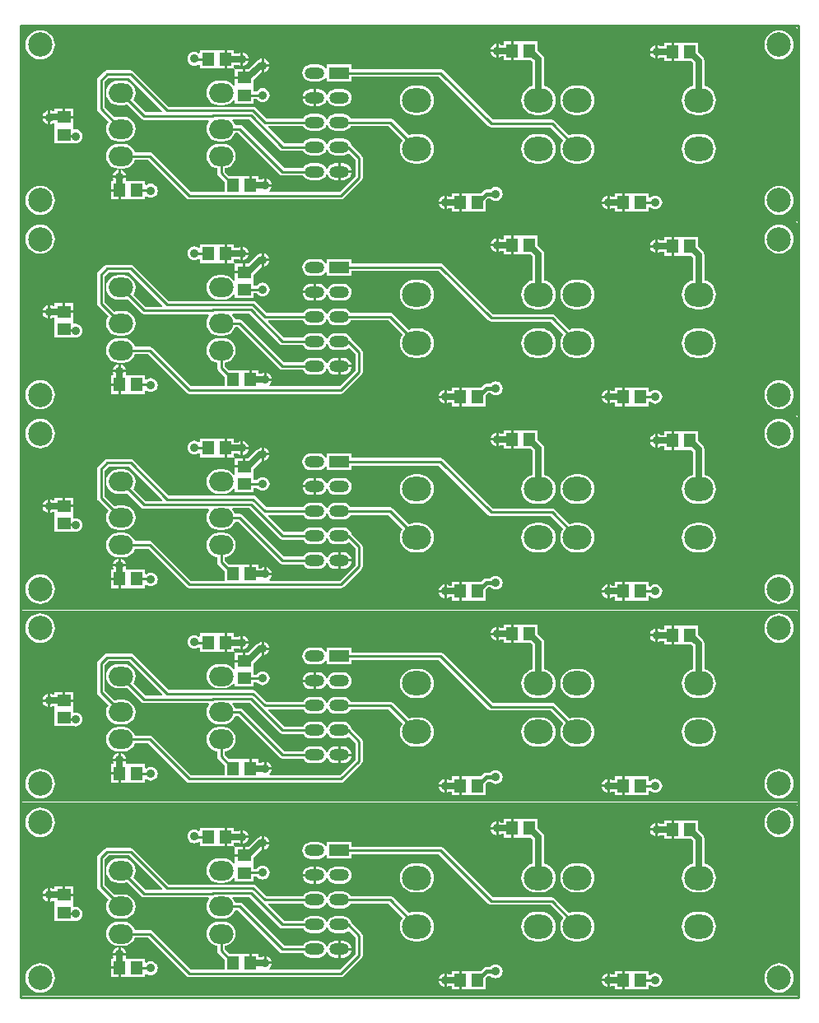
<source format=gbl>
G04 Layer_Physical_Order=2*
G04 Layer_Color=16711680*
%FSLAX24Y24*%
%MOIN*%
G70*
G01*
G75*
%ADD10C,0.0100*%
%ADD13C,0.0150*%
%ADD14R,0.0787X0.0472*%
%ADD15O,0.0787X0.0472*%
%ADD16O,0.1181X0.0984*%
%ADD17O,0.0984X0.0787*%
%ADD18C,0.0354*%
%ADD19C,0.0984*%
%ADD20R,0.0472X0.0551*%
%ADD21R,0.0551X0.0472*%
%ADD22C,0.0250*%
G36*
X54100Y19250D02*
Y11550D01*
X22700D01*
Y19300D01*
X54050D01*
X54100Y19250D01*
D02*
G37*
%LPC*%
G36*
X26700Y13523D02*
Y13300D01*
X26923D01*
X26920Y13322D01*
X26892Y13390D01*
X26848Y13448D01*
X26790Y13492D01*
X26722Y13520D01*
X26700Y13523D01*
D02*
G37*
G36*
X35707Y13789D02*
X35600D01*
Y13500D01*
X36040D01*
X36035Y13538D01*
X36001Y13620D01*
X35947Y13690D01*
X35877Y13744D01*
X35795Y13778D01*
X35707Y13789D01*
D02*
G37*
G36*
X26600Y13523D02*
X26578Y13520D01*
X26510Y13492D01*
X26452Y13448D01*
X26408Y13390D01*
X26380Y13322D01*
X26377Y13300D01*
X26600D01*
Y13523D01*
D02*
G37*
G36*
X32600Y13173D02*
Y12950D01*
X32823D01*
X32820Y12972D01*
X32792Y13040D01*
X32748Y13098D01*
X32690Y13142D01*
X32622Y13170D01*
X32600Y13173D01*
D02*
G37*
G36*
X36040Y13400D02*
X35600D01*
Y13111D01*
X35707D01*
X35795Y13122D01*
X35877Y13156D01*
X35947Y13210D01*
X36001Y13280D01*
X36035Y13362D01*
X36040Y13400D01*
D02*
G37*
G36*
X43713Y14969D02*
X43516D01*
X43400Y14958D01*
X43288Y14924D01*
X43186Y14869D01*
X43095Y14795D01*
X43021Y14705D01*
X42966Y14602D01*
X42933Y14490D01*
X42921Y14374D01*
X42933Y14258D01*
X42966Y14146D01*
X43021Y14043D01*
X43095Y13953D01*
X43186Y13879D01*
X43288Y13824D01*
X43400Y13790D01*
X43516Y13779D01*
X43713D01*
X43829Y13790D01*
X43941Y13824D01*
X44044Y13879D01*
X44134Y13953D01*
X44208Y14043D01*
X44263Y14146D01*
X44297Y14258D01*
X44308Y14374D01*
X44297Y14490D01*
X44263Y14602D01*
X44208Y14705D01*
X44134Y14795D01*
X44044Y14869D01*
X43941Y14924D01*
X43829Y14958D01*
X43713Y14969D01*
D02*
G37*
G36*
X23750Y15923D02*
X23728Y15920D01*
X23660Y15892D01*
X23602Y15848D01*
X23558Y15790D01*
X23530Y15722D01*
X23527Y15700D01*
X23750D01*
Y15923D01*
D02*
G37*
G36*
X24776Y15991D02*
X24450D01*
Y15704D01*
X24776D01*
Y15991D01*
D02*
G37*
G36*
X23750Y15600D02*
X23527D01*
X23530Y15578D01*
X23558Y15510D01*
X23602Y15452D01*
X23660Y15408D01*
X23728Y15380D01*
X23750Y15377D01*
Y15600D01*
D02*
G37*
G36*
X34707Y17789D02*
X34393D01*
X34305Y17778D01*
X34223Y17744D01*
X34153Y17690D01*
X34099Y17620D01*
X34065Y17538D01*
X34053Y17450D01*
X34065Y17362D01*
X34099Y17280D01*
X34153Y17210D01*
X34223Y17156D01*
X34305Y17122D01*
X34393Y17111D01*
X34707D01*
X34795Y17122D01*
X34877Y17156D01*
X34947Y17210D01*
X35001Y17280D01*
X35006Y17293D01*
X35056Y17283D01*
Y17114D01*
X36044D01*
Y17297D01*
X39587D01*
X41592Y15292D01*
X41641Y15259D01*
X41700Y15247D01*
X44100D01*
X44617Y14730D01*
X44596Y14705D01*
X44541Y14602D01*
X44507Y14490D01*
X44496Y14374D01*
X44507Y14258D01*
X44541Y14146D01*
X44596Y14043D01*
X44670Y13953D01*
X44760Y13879D01*
X44863Y13824D01*
X44975Y13790D01*
X45091Y13779D01*
X45288D01*
X45404Y13790D01*
X45515Y13824D01*
X45618Y13879D01*
X45709Y13953D01*
X45783Y14043D01*
X45837Y14146D01*
X45871Y14258D01*
X45883Y14374D01*
X45871Y14490D01*
X45837Y14602D01*
X45783Y14705D01*
X45709Y14795D01*
X45618Y14869D01*
X45515Y14924D01*
X45404Y14958D01*
X45288Y14969D01*
X45091D01*
X44975Y14958D01*
X44863Y14924D01*
X44858Y14921D01*
X44272Y15508D01*
X44222Y15541D01*
X44163Y15553D01*
X41763D01*
X39758Y17558D01*
X39709Y17591D01*
X39650Y17603D01*
X36044D01*
Y17786D01*
X35056D01*
Y17617D01*
X35006Y17607D01*
X35001Y17620D01*
X34947Y17690D01*
X34877Y17744D01*
X34795Y17778D01*
X34707Y17789D01*
D02*
G37*
G36*
X50209Y14969D02*
X50012D01*
X49896Y14958D01*
X49785Y14924D01*
X49682Y14869D01*
X49591Y14795D01*
X49517Y14705D01*
X49463Y14602D01*
X49429Y14490D01*
X49417Y14374D01*
X49429Y14258D01*
X49463Y14146D01*
X49517Y14043D01*
X49591Y13953D01*
X49682Y13879D01*
X49785Y13824D01*
X49896Y13790D01*
X50012Y13779D01*
X50209D01*
X50325Y13790D01*
X50437Y13824D01*
X50540Y13879D01*
X50630Y13953D01*
X50704Y14043D01*
X50759Y14146D01*
X50793Y14258D01*
X50804Y14374D01*
X50793Y14490D01*
X50759Y14602D01*
X50704Y14705D01*
X50630Y14795D01*
X50540Y14869D01*
X50437Y14924D01*
X50325Y14958D01*
X50209Y14969D01*
D02*
G37*
G36*
X41887Y12830D02*
X41815Y12820D01*
X41747Y12792D01*
X41689Y12748D01*
X41675Y12728D01*
X41504D01*
X41436Y12715D01*
X41378Y12676D01*
X41278Y12576D01*
X40832D01*
X40818Y12576D01*
X40782D01*
X40768Y12576D01*
X40496D01*
Y12200D01*
Y11824D01*
X40768D01*
X40782Y11824D01*
X40818D01*
X40832Y11824D01*
X41491D01*
Y12284D01*
X41578Y12372D01*
X41675D01*
X41689Y12352D01*
X41747Y12308D01*
X41815Y12280D01*
X41887Y12270D01*
X41959Y12280D01*
X42027Y12308D01*
X42085Y12352D01*
X42129Y12410D01*
X42157Y12478D01*
X42167Y12550D01*
X42157Y12622D01*
X42129Y12690D01*
X42085Y12748D01*
X42027Y12792D01*
X41959Y12820D01*
X41887Y12830D01*
D02*
G37*
G36*
X39800Y12150D02*
X39577D01*
X39580Y12128D01*
X39608Y12060D01*
X39652Y12002D01*
X39710Y11958D01*
X39778Y11930D01*
X39800Y11927D01*
Y12150D01*
D02*
G37*
G36*
X46400D02*
X46177D01*
X46180Y12128D01*
X46208Y12060D01*
X46252Y12002D01*
X46310Y11958D01*
X46378Y11930D01*
X46400Y11927D01*
Y12150D01*
D02*
G37*
G36*
X47418Y12576D02*
X47382D01*
X47368Y12576D01*
X47096D01*
Y12200D01*
Y11824D01*
X47368D01*
X47382Y11824D01*
X47418D01*
X47432Y11824D01*
X48091D01*
Y12001D01*
X48141Y12018D01*
X48152Y12002D01*
X48210Y11958D01*
X48278Y11930D01*
X48350Y11920D01*
X48422Y11930D01*
X48490Y11958D01*
X48548Y12002D01*
X48592Y12060D01*
X48620Y12128D01*
X48630Y12200D01*
X48620Y12272D01*
X48592Y12340D01*
X48548Y12398D01*
X48490Y12442D01*
X48422Y12470D01*
X48350Y12480D01*
X48278Y12470D01*
X48210Y12442D01*
X48152Y12398D01*
X48141Y12382D01*
X48091Y12399D01*
Y12576D01*
X47432D01*
X47418Y12576D01*
D02*
G37*
G36*
X23437Y12882D02*
X23321Y12871D01*
X23210Y12837D01*
X23107Y12782D01*
X23017Y12708D01*
X22943Y12618D01*
X22888Y12515D01*
X22854Y12403D01*
X22842Y12287D01*
X22854Y12171D01*
X22888Y12060D01*
X22943Y11957D01*
X23017Y11867D01*
X23107Y11793D01*
X23210Y11738D01*
X23321Y11704D01*
X23437Y11692D01*
X23553Y11704D01*
X23665Y11738D01*
X23768Y11793D01*
X23858Y11867D01*
X23932Y11957D01*
X23987Y12060D01*
X24021Y12171D01*
X24032Y12287D01*
X24021Y12403D01*
X23987Y12515D01*
X23932Y12618D01*
X23858Y12708D01*
X23768Y12782D01*
X23665Y12837D01*
X23553Y12871D01*
X23437Y12882D01*
D02*
G37*
G36*
X53359D02*
X53243Y12871D01*
X53131Y12837D01*
X53028Y12782D01*
X52938Y12708D01*
X52864Y12618D01*
X52809Y12515D01*
X52775Y12403D01*
X52764Y12287D01*
X52775Y12171D01*
X52809Y12060D01*
X52864Y11957D01*
X52938Y11867D01*
X53028Y11793D01*
X53131Y11738D01*
X53243Y11704D01*
X53359Y11692D01*
X53475Y11704D01*
X53586Y11738D01*
X53689Y11793D01*
X53779Y11867D01*
X53853Y11957D01*
X53908Y12060D01*
X53942Y12171D01*
X53954Y12287D01*
X53942Y12403D01*
X53908Y12515D01*
X53853Y12618D01*
X53779Y12708D01*
X53689Y12782D01*
X53586Y12837D01*
X53475Y12871D01*
X53359Y12882D01*
D02*
G37*
G36*
X39800Y12473D02*
X39778Y12470D01*
X39710Y12442D01*
X39652Y12398D01*
X39608Y12340D01*
X39580Y12272D01*
X39577Y12250D01*
X39800D01*
Y12473D01*
D02*
G37*
G36*
X40396Y12576D02*
X40109D01*
Y12429D01*
X40006D01*
X39990Y12442D01*
X39922Y12470D01*
X39900Y12473D01*
Y12200D01*
Y11927D01*
X39922Y11930D01*
X39990Y11958D01*
X40006Y11971D01*
X40109D01*
Y11824D01*
X40396D01*
Y12200D01*
Y12576D01*
D02*
G37*
G36*
X46996D02*
X46709D01*
Y12429D01*
X46606D01*
X46590Y12442D01*
X46522Y12470D01*
X46500Y12473D01*
Y12200D01*
Y11927D01*
X46522Y11930D01*
X46590Y11958D01*
X46606Y11971D01*
X46709D01*
Y11824D01*
X46996D01*
Y12200D01*
Y12576D01*
D02*
G37*
G36*
X26923Y13200D02*
X26377D01*
X26380Y13178D01*
X26402Y13126D01*
X26382Y13086D01*
X26371Y13076D01*
X26309D01*
Y12750D01*
X26646D01*
Y12700D01*
X26696D01*
Y12324D01*
X26968D01*
X26982Y12324D01*
X27018D01*
X27032Y12324D01*
X27691D01*
Y12444D01*
X27741Y12469D01*
X27780Y12439D01*
X27847Y12411D01*
X27919Y12401D01*
X27992Y12411D01*
X28059Y12439D01*
X28117Y12483D01*
X28161Y12541D01*
X28189Y12608D01*
X28199Y12681D01*
X28189Y12753D01*
X28161Y12820D01*
X28117Y12878D01*
X28059Y12923D01*
X27992Y12951D01*
X27919Y12960D01*
X27847Y12951D01*
X27780Y12923D01*
X27741Y12893D01*
X27691Y12917D01*
Y13076D01*
X27032D01*
X27018Y13076D01*
X26982D01*
X26968Y13076D01*
X26929D01*
X26918Y13086D01*
X26898Y13126D01*
X26920Y13178D01*
X26923Y13200D01*
D02*
G37*
G36*
X46400Y12473D02*
X46378Y12470D01*
X46310Y12442D01*
X46252Y12398D01*
X46208Y12340D01*
X46180Y12272D01*
X46177Y12250D01*
X46400D01*
Y12473D01*
D02*
G37*
G36*
X26596Y12650D02*
X26309D01*
Y12324D01*
X26596D01*
Y12650D01*
D02*
G37*
G36*
X53359Y19182D02*
X53243Y19170D01*
X53131Y19136D01*
X53028Y19081D01*
X52938Y19007D01*
X52864Y18917D01*
X52809Y18814D01*
X52775Y18703D01*
X52764Y18587D01*
X52775Y18471D01*
X52809Y18359D01*
X52864Y18256D01*
X52938Y18166D01*
X53028Y18092D01*
X53131Y18037D01*
X53243Y18003D01*
X53359Y17992D01*
X53475Y18003D01*
X53586Y18037D01*
X53689Y18092D01*
X53779Y18166D01*
X53853Y18256D01*
X53908Y18359D01*
X53942Y18471D01*
X53954Y18587D01*
X53942Y18703D01*
X53908Y18814D01*
X53853Y18917D01*
X53779Y19007D01*
X53689Y19081D01*
X53586Y19136D01*
X53475Y19170D01*
X53359Y19182D01*
D02*
G37*
G36*
X48350Y18250D02*
X48127D01*
X48130Y18228D01*
X48158Y18160D01*
X48202Y18102D01*
X48260Y18058D01*
X48328Y18030D01*
X48350Y18027D01*
Y18250D01*
D02*
G37*
G36*
X31650Y18273D02*
Y18050D01*
X31873D01*
X31870Y18072D01*
X31842Y18140D01*
X31798Y18198D01*
X31740Y18242D01*
X31672Y18270D01*
X31650Y18273D01*
D02*
G37*
G36*
X31873Y17950D02*
X31650D01*
Y17727D01*
X31672Y17730D01*
X31740Y17758D01*
X31798Y17802D01*
X31842Y17860D01*
X31870Y17928D01*
X31873Y17950D01*
D02*
G37*
G36*
X32500Y18023D02*
Y17800D01*
X32723D01*
X32720Y17822D01*
X32692Y17890D01*
X32648Y17948D01*
X32590Y17992D01*
X32522Y18020D01*
X32500Y18023D01*
D02*
G37*
G36*
X23437Y19182D02*
X23321Y19170D01*
X23210Y19136D01*
X23107Y19081D01*
X23017Y19007D01*
X22943Y18917D01*
X22888Y18814D01*
X22854Y18703D01*
X22842Y18587D01*
X22854Y18471D01*
X22888Y18359D01*
X22943Y18256D01*
X23017Y18166D01*
X23107Y18092D01*
X23210Y18037D01*
X23321Y18003D01*
X23437Y17992D01*
X23553Y18003D01*
X23665Y18037D01*
X23768Y18092D01*
X23858Y18166D01*
X23932Y18256D01*
X23987Y18359D01*
X24021Y18471D01*
X24032Y18587D01*
X24021Y18703D01*
X23987Y18814D01*
X23932Y18917D01*
X23858Y19007D01*
X23768Y19081D01*
X23665Y19136D01*
X23553Y19170D01*
X23437Y19182D01*
D02*
G37*
G36*
X41900Y18623D02*
X41878Y18620D01*
X41810Y18592D01*
X41752Y18548D01*
X41708Y18490D01*
X41680Y18422D01*
X41677Y18400D01*
X41900D01*
Y18623D01*
D02*
G37*
G36*
X48996Y18676D02*
X48709D01*
Y18529D01*
X48556D01*
X48540Y18542D01*
X48472Y18570D01*
X48450Y18573D01*
Y18300D01*
Y18027D01*
X48472Y18030D01*
X48540Y18058D01*
X48556Y18071D01*
X48709D01*
Y17924D01*
X48996D01*
Y18300D01*
Y18676D01*
D02*
G37*
G36*
X42496Y18726D02*
X42209D01*
Y18579D01*
X42106D01*
X42090Y18592D01*
X42022Y18620D01*
X42000Y18623D01*
Y18350D01*
Y18077D01*
X42022Y18080D01*
X42090Y18108D01*
X42106Y18121D01*
X42209D01*
Y17974D01*
X42496D01*
Y18350D01*
Y18726D01*
D02*
G37*
G36*
X41900Y18300D02*
X41677D01*
X41680Y18278D01*
X41708Y18210D01*
X41752Y18152D01*
X41810Y18108D01*
X41878Y18080D01*
X41900Y18077D01*
Y18300D01*
D02*
G37*
G36*
X30618Y18376D02*
X30582D01*
X30568Y18376D01*
X29909D01*
Y18256D01*
X29859Y18232D01*
X29820Y18261D01*
X29753Y18289D01*
X29681Y18299D01*
X29608Y18289D01*
X29541Y18261D01*
X29483Y18217D01*
X29439Y18159D01*
X29411Y18092D01*
X29401Y18019D01*
X29411Y17947D01*
X29439Y17880D01*
X29483Y17822D01*
X29541Y17777D01*
X29608Y17749D01*
X29681Y17740D01*
X29753Y17749D01*
X29820Y17777D01*
X29859Y17807D01*
X29909Y17783D01*
Y17624D01*
X30568D01*
X30582Y17624D01*
X30618D01*
X30632Y17624D01*
X30904D01*
Y18000D01*
Y18376D01*
X30632D01*
X30618Y18376D01*
D02*
G37*
G36*
X48350Y18573D02*
X48328Y18570D01*
X48260Y18542D01*
X48202Y18498D01*
X48158Y18440D01*
X48130Y18372D01*
X48127Y18350D01*
X48350D01*
Y18573D01*
D02*
G37*
G36*
X49418Y18676D02*
X49382D01*
X49368Y18676D01*
X49096D01*
Y18300D01*
Y17924D01*
X49368D01*
X49382Y17924D01*
X49418D01*
X49432Y17924D01*
X49805D01*
X49881Y17849D01*
Y16922D01*
X49785Y16892D01*
X49682Y16837D01*
X49591Y16763D01*
X49517Y16673D01*
X49463Y16570D01*
X49429Y16459D01*
X49417Y16343D01*
X49429Y16226D01*
X49463Y16115D01*
X49517Y16012D01*
X49591Y15922D01*
X49682Y15848D01*
X49785Y15793D01*
X49896Y15759D01*
X50012Y15748D01*
X50209D01*
X50325Y15759D01*
X50437Y15793D01*
X50540Y15848D01*
X50630Y15922D01*
X50704Y16012D01*
X50759Y16115D01*
X50793Y16226D01*
X50804Y16343D01*
X50793Y16459D01*
X50759Y16570D01*
X50704Y16673D01*
X50630Y16763D01*
X50540Y16837D01*
X50437Y16892D01*
X50340Y16922D01*
Y17944D01*
X50323Y18031D01*
X50273Y18106D01*
X50091Y18288D01*
Y18676D01*
X49432D01*
X49418Y18676D01*
D02*
G37*
G36*
X27100Y17553D02*
X26150D01*
X26091Y17541D01*
X26042Y17508D01*
X25792Y17258D01*
X25759Y17209D01*
X25747Y17150D01*
Y15986D01*
X25759Y15928D01*
X25792Y15878D01*
X26203Y15467D01*
X26175Y15430D01*
X26126Y15310D01*
X26109Y15181D01*
X26126Y15052D01*
X26175Y14932D01*
X26255Y14829D01*
X26358Y14750D01*
X26478Y14700D01*
X26607Y14683D01*
X26804D01*
X26932Y14700D01*
X27053Y14750D01*
X27156Y14829D01*
X27235Y14932D01*
X27285Y15052D01*
X27301Y15181D01*
X27285Y15310D01*
X27235Y15430D01*
X27156Y15533D01*
X27053Y15612D01*
X26932Y15662D01*
X26804Y15679D01*
X26607D01*
X26478Y15662D01*
X26451Y15651D01*
X26053Y16050D01*
Y17087D01*
X26213Y17247D01*
X27037D01*
X28385Y15899D01*
X28365Y15853D01*
X27706D01*
X27207Y16352D01*
X27235Y16389D01*
X27285Y16509D01*
X27301Y16638D01*
X27285Y16767D01*
X27235Y16887D01*
X27156Y16990D01*
X27053Y17069D01*
X26932Y17119D01*
X26804Y17136D01*
X26607D01*
X26478Y17119D01*
X26358Y17069D01*
X26255Y16990D01*
X26175Y16887D01*
X26126Y16767D01*
X26109Y16638D01*
X26126Y16509D01*
X26175Y16389D01*
X26255Y16286D01*
X26358Y16207D01*
X26478Y16157D01*
X26607Y16140D01*
X26804D01*
X26932Y16157D01*
X26959Y16168D01*
X27535Y15592D01*
X27584Y15559D01*
X27643Y15547D01*
X30257D01*
X30282Y15497D01*
X30231Y15430D01*
X30181Y15310D01*
X30164Y15181D01*
X30181Y15052D01*
X30231Y14932D01*
X30310Y14829D01*
X30413Y14750D01*
X30533Y14700D01*
X30662Y14683D01*
X30859D01*
X30988Y14700D01*
X31108Y14750D01*
X31211Y14829D01*
X31290Y14932D01*
X31330Y15028D01*
X31456D01*
X33142Y13342D01*
X33191Y13309D01*
X33250Y13297D01*
X34092D01*
X34099Y13280D01*
X34153Y13210D01*
X34223Y13156D01*
X34305Y13122D01*
X34393Y13111D01*
X34707D01*
X34795Y13122D01*
X34877Y13156D01*
X34947Y13210D01*
X35001Y13280D01*
X35023Y13333D01*
X35077D01*
X35099Y13280D01*
X35153Y13210D01*
X35223Y13156D01*
X35305Y13122D01*
X35393Y13111D01*
X35500D01*
Y13450D01*
Y13789D01*
X35393D01*
X35305Y13778D01*
X35223Y13744D01*
X35153Y13690D01*
X35099Y13620D01*
X35077Y13567D01*
X35023D01*
X35001Y13620D01*
X34947Y13690D01*
X34877Y13744D01*
X34795Y13778D01*
X34707Y13789D01*
X34393D01*
X34305Y13778D01*
X34223Y13744D01*
X34153Y13690D01*
X34099Y13620D01*
X34092Y13603D01*
X33313D01*
X31627Y15289D01*
X31577Y15322D01*
X31519Y15334D01*
X31330D01*
X31290Y15430D01*
X31219Y15522D01*
X31236Y15572D01*
X31912D01*
X33142Y14342D01*
X33191Y14309D01*
X33250Y14297D01*
X34092D01*
X34099Y14280D01*
X34153Y14210D01*
X34223Y14156D01*
X34305Y14122D01*
X34393Y14111D01*
X34707D01*
X34795Y14122D01*
X34877Y14156D01*
X34947Y14210D01*
X35001Y14280D01*
X35023Y14333D01*
X35077D01*
X35099Y14280D01*
X35153Y14210D01*
X35223Y14156D01*
X35305Y14122D01*
X35393Y14111D01*
X35707D01*
X35795Y14122D01*
X35877Y14156D01*
X35934Y14200D01*
X36197Y13937D01*
Y13263D01*
X35561Y12627D01*
X32732D01*
X32715Y12677D01*
X32748Y12702D01*
X32792Y12760D01*
X32820Y12828D01*
X32823Y12850D01*
X32550D01*
Y12900D01*
X32500D01*
Y13173D01*
X32478Y13170D01*
X32410Y13142D01*
X32394Y13129D01*
X32291D01*
Y13276D01*
X32004D01*
Y12900D01*
X31904D01*
Y13276D01*
X31618D01*
Y13276D01*
X31582D01*
Y13276D01*
X31086D01*
X30913Y13449D01*
Y13588D01*
X30988Y13598D01*
X31108Y13647D01*
X31211Y13727D01*
X31290Y13830D01*
X31340Y13950D01*
X31357Y14079D01*
X31340Y14208D01*
X31290Y14328D01*
X31211Y14431D01*
X31108Y14510D01*
X30988Y14560D01*
X30859Y14577D01*
X30662D01*
X30533Y14560D01*
X30413Y14510D01*
X30310Y14431D01*
X30231Y14328D01*
X30181Y14208D01*
X30164Y14079D01*
X30181Y13950D01*
X30231Y13830D01*
X30310Y13727D01*
X30413Y13647D01*
X30533Y13598D01*
X30607Y13588D01*
Y13385D01*
X30619Y13327D01*
X30652Y13277D01*
X30909Y13020D01*
Y12627D01*
X29539D01*
X27979Y14187D01*
X27930Y14220D01*
X27871Y14232D01*
X27275D01*
X27235Y14328D01*
X27156Y14431D01*
X27053Y14510D01*
X26932Y14560D01*
X26804Y14577D01*
X26607D01*
X26478Y14560D01*
X26358Y14510D01*
X26255Y14431D01*
X26175Y14328D01*
X26126Y14208D01*
X26109Y14079D01*
X26126Y13950D01*
X26175Y13830D01*
X26255Y13727D01*
X26358Y13647D01*
X26478Y13598D01*
X26607Y13581D01*
X26804D01*
X26932Y13598D01*
X27053Y13647D01*
X27156Y13727D01*
X27235Y13830D01*
X27275Y13926D01*
X27808D01*
X29367Y12366D01*
X29417Y12333D01*
X29476Y12321D01*
X35624D01*
X35683Y12333D01*
X35733Y12366D01*
X36458Y13092D01*
X36491Y13141D01*
X36503Y13200D01*
Y14000D01*
X36491Y14059D01*
X36458Y14108D01*
X36036Y14530D01*
X36035Y14538D01*
X36001Y14620D01*
X35947Y14690D01*
X35877Y14744D01*
X35795Y14778D01*
X35707Y14789D01*
X35393D01*
X35305Y14778D01*
X35223Y14744D01*
X35153Y14690D01*
X35099Y14620D01*
X35077Y14567D01*
X35023D01*
X35001Y14620D01*
X34947Y14690D01*
X34877Y14744D01*
X34795Y14778D01*
X34707Y14789D01*
X34393D01*
X34305Y14778D01*
X34223Y14744D01*
X34153Y14690D01*
X34099Y14620D01*
X34092Y14603D01*
X33313D01*
X32665Y15251D01*
X32685Y15297D01*
X34092D01*
X34099Y15280D01*
X34153Y15210D01*
X34223Y15156D01*
X34305Y15122D01*
X34393Y15111D01*
X34707D01*
X34795Y15122D01*
X34877Y15156D01*
X34947Y15210D01*
X35001Y15280D01*
X35023Y15333D01*
X35077D01*
X35099Y15280D01*
X35153Y15210D01*
X35223Y15156D01*
X35305Y15122D01*
X35393Y15111D01*
X35707D01*
X35795Y15122D01*
X35877Y15156D01*
X35947Y15210D01*
X36001Y15280D01*
X36008Y15297D01*
X37554D01*
X38121Y14730D01*
X38100Y14705D01*
X38045Y14602D01*
X38011Y14490D01*
X38000Y14374D01*
X38011Y14258D01*
X38045Y14146D01*
X38100Y14043D01*
X38174Y13953D01*
X38264Y13879D01*
X38367Y13824D01*
X38479Y13790D01*
X38595Y13779D01*
X38792D01*
X38908Y13790D01*
X39019Y13824D01*
X39122Y13879D01*
X39212Y13953D01*
X39286Y14043D01*
X39341Y14146D01*
X39375Y14258D01*
X39387Y14374D01*
X39375Y14490D01*
X39341Y14602D01*
X39286Y14705D01*
X39212Y14795D01*
X39122Y14869D01*
X39019Y14924D01*
X38908Y14958D01*
X38792Y14969D01*
X38595D01*
X38479Y14958D01*
X38367Y14924D01*
X38362Y14921D01*
X37725Y15558D01*
X37676Y15591D01*
X37617Y15603D01*
X36008D01*
X36001Y15620D01*
X35947Y15690D01*
X35877Y15744D01*
X35795Y15778D01*
X35707Y15789D01*
X35393D01*
X35305Y15778D01*
X35223Y15744D01*
X35153Y15690D01*
X35099Y15620D01*
X35077Y15567D01*
X35023D01*
X35001Y15620D01*
X34947Y15690D01*
X34877Y15744D01*
X34795Y15778D01*
X34707Y15789D01*
X34393D01*
X34305Y15778D01*
X34223Y15744D01*
X34153Y15690D01*
X34099Y15620D01*
X34092Y15603D01*
X32596D01*
X32166Y16033D01*
X32117Y16066D01*
X32058Y16078D01*
X28639D01*
X27208Y17508D01*
X27159Y17541D01*
X27100Y17553D01*
D02*
G37*
G36*
X24350Y15991D02*
X24024D01*
Y15884D01*
X23951D01*
X23940Y15892D01*
X23872Y15920D01*
X23850Y15923D01*
Y15650D01*
Y15377D01*
X23872Y15380D01*
X23940Y15408D01*
X23962Y15425D01*
X24024D01*
Y15332D01*
X24024Y15318D01*
Y15282D01*
X24024Y15268D01*
Y14609D01*
X24776D01*
X24776Y14609D01*
Y14609D01*
X24824Y14606D01*
X24865Y14601D01*
X24937Y14611D01*
X25005Y14639D01*
X25063Y14683D01*
X25107Y14741D01*
X25135Y14808D01*
X25145Y14881D01*
X25135Y14953D01*
X25107Y15020D01*
X25063Y15078D01*
X25005Y15123D01*
X24937Y15151D01*
X24865Y15160D01*
X24826Y15155D01*
X24776Y15194D01*
Y15268D01*
X24776Y15282D01*
Y15318D01*
X24776Y15332D01*
Y15604D01*
X24400D01*
Y15654D01*
X24350D01*
Y15991D01*
D02*
G37*
G36*
X38792Y16938D02*
X38595D01*
X38479Y16926D01*
X38367Y16892D01*
X38264Y16837D01*
X38174Y16763D01*
X38100Y16673D01*
X38045Y16570D01*
X38011Y16459D01*
X38000Y16343D01*
X38011Y16226D01*
X38045Y16115D01*
X38100Y16012D01*
X38174Y15922D01*
X38264Y15848D01*
X38367Y15793D01*
X38479Y15759D01*
X38595Y15748D01*
X38792D01*
X38908Y15759D01*
X39019Y15793D01*
X39122Y15848D01*
X39212Y15922D01*
X39286Y16012D01*
X39341Y16115D01*
X39375Y16226D01*
X39387Y16343D01*
X39375Y16459D01*
X39341Y16570D01*
X39286Y16673D01*
X39212Y16763D01*
X39122Y16837D01*
X39019Y16892D01*
X38908Y16926D01*
X38792Y16938D01*
D02*
G37*
G36*
X42918Y18726D02*
X42882D01*
X42868Y18726D01*
X42596D01*
Y18350D01*
Y17974D01*
X42868D01*
X42882Y17974D01*
X42918D01*
X42932Y17974D01*
X43305D01*
X43385Y17895D01*
Y16922D01*
X43288Y16892D01*
X43186Y16837D01*
X43095Y16763D01*
X43021Y16673D01*
X42966Y16570D01*
X42933Y16459D01*
X42921Y16343D01*
X42933Y16226D01*
X42966Y16115D01*
X43021Y16012D01*
X43095Y15922D01*
X43186Y15848D01*
X43288Y15793D01*
X43400Y15759D01*
X43516Y15748D01*
X43713D01*
X43829Y15759D01*
X43941Y15793D01*
X44044Y15848D01*
X44134Y15922D01*
X44208Y16012D01*
X44263Y16115D01*
X44297Y16226D01*
X44308Y16343D01*
X44297Y16459D01*
X44263Y16570D01*
X44208Y16673D01*
X44134Y16763D01*
X44044Y16837D01*
X43941Y16892D01*
X43844Y16922D01*
Y17990D01*
X43827Y18078D01*
X43777Y18152D01*
X43591Y18338D01*
Y18726D01*
X42932D01*
X42918Y18726D01*
D02*
G37*
G36*
X45288Y16938D02*
X45091D01*
X44975Y16926D01*
X44863Y16892D01*
X44760Y16837D01*
X44670Y16763D01*
X44596Y16673D01*
X44541Y16570D01*
X44507Y16459D01*
X44496Y16343D01*
X44507Y16226D01*
X44541Y16115D01*
X44596Y16012D01*
X44670Y15922D01*
X44760Y15848D01*
X44863Y15793D01*
X44975Y15759D01*
X45091Y15748D01*
X45288D01*
X45404Y15759D01*
X45515Y15793D01*
X45618Y15848D01*
X45709Y15922D01*
X45783Y16012D01*
X45837Y16115D01*
X45871Y16226D01*
X45883Y16343D01*
X45871Y16459D01*
X45837Y16570D01*
X45783Y16673D01*
X45709Y16763D01*
X45618Y16837D01*
X45515Y16892D01*
X45404Y16926D01*
X45288Y16938D01*
D02*
G37*
G36*
X32723Y17700D02*
X32500D01*
Y17477D01*
X32522Y17480D01*
X32590Y17508D01*
X32648Y17552D01*
X32692Y17610D01*
X32720Y17678D01*
X32723Y17700D01*
D02*
G37*
G36*
X32400Y18023D02*
X32378Y18020D01*
X32310Y17992D01*
X32274Y17964D01*
X32262Y17962D01*
X32188Y17912D01*
X31866Y17591D01*
X31750D01*
Y17254D01*
X31700D01*
Y17204D01*
X31324D01*
X31324Y16924D01*
X31286Y16896D01*
X31281Y16898D01*
X31211Y16990D01*
X31108Y17069D01*
X30988Y17119D01*
X30859Y17136D01*
X30662D01*
X30533Y17119D01*
X30413Y17069D01*
X30310Y16990D01*
X30231Y16887D01*
X30181Y16767D01*
X30164Y16638D01*
X30181Y16509D01*
X30231Y16389D01*
X30310Y16286D01*
X30413Y16207D01*
X30533Y16157D01*
X30662Y16140D01*
X30859D01*
X30988Y16157D01*
X31108Y16207D01*
X31211Y16286D01*
X31274Y16369D01*
X31324Y16352D01*
Y16209D01*
X32076D01*
Y16397D01*
X32218D01*
X32252Y16352D01*
X32310Y16308D01*
X32378Y16280D01*
X32450Y16270D01*
X32522Y16280D01*
X32590Y16308D01*
X32648Y16352D01*
X32692Y16410D01*
X32720Y16478D01*
X32730Y16550D01*
X32720Y16622D01*
X32692Y16690D01*
X32648Y16748D01*
X32590Y16792D01*
X32522Y16820D01*
X32450Y16830D01*
X32378Y16820D01*
X32310Y16792D01*
X32252Y16748D01*
X32218Y16703D01*
X32076D01*
Y16868D01*
X32076Y16882D01*
Y16918D01*
X32076Y16932D01*
Y17151D01*
X32400Y17476D01*
Y17750D01*
Y18023D01*
D02*
G37*
G36*
X31004Y18376D02*
Y18000D01*
Y17624D01*
X31247Y17624D01*
X31261D01*
X31276Y17620D01*
X31307Y17607D01*
X31307Y17607D01*
X31307Y17607D01*
X31320Y17576D01*
X31324Y17561D01*
X31324Y17547D01*
Y17304D01*
X31650D01*
Y17591D01*
X31368Y17591D01*
X31354D01*
X31339Y17595D01*
X31308Y17608D01*
X31308Y17608D01*
X31308Y17608D01*
X31295Y17639D01*
X31291Y17654D01*
X31291Y17668D01*
Y17771D01*
X31444D01*
X31460Y17758D01*
X31528Y17730D01*
X31550Y17727D01*
Y18000D01*
Y18273D01*
X31528Y18270D01*
X31460Y18242D01*
X31444Y18229D01*
X31291D01*
Y18376D01*
X31004D01*
D02*
G37*
G36*
X34500Y16400D02*
X34060D01*
X34065Y16362D01*
X34099Y16280D01*
X34153Y16210D01*
X34223Y16156D01*
X34305Y16122D01*
X34393Y16111D01*
X34500D01*
Y16400D01*
D02*
G37*
G36*
Y16789D02*
X34393D01*
X34305Y16778D01*
X34223Y16744D01*
X34153Y16690D01*
X34099Y16620D01*
X34065Y16538D01*
X34060Y16500D01*
X34500D01*
Y16789D01*
D02*
G37*
G36*
X35707D02*
X35393D01*
X35305Y16778D01*
X35223Y16744D01*
X35153Y16690D01*
X35099Y16620D01*
X35077Y16567D01*
X35023D01*
X35001Y16620D01*
X34947Y16690D01*
X34877Y16744D01*
X34795Y16778D01*
X34707Y16789D01*
X34600D01*
Y16450D01*
Y16111D01*
X34707D01*
X34795Y16122D01*
X34877Y16156D01*
X34947Y16210D01*
X35001Y16280D01*
X35023Y16333D01*
X35077D01*
X35099Y16280D01*
X35153Y16210D01*
X35223Y16156D01*
X35305Y16122D01*
X35393Y16111D01*
X35707D01*
X35795Y16122D01*
X35877Y16156D01*
X35947Y16210D01*
X36001Y16280D01*
X36035Y16362D01*
X36047Y16450D01*
X36035Y16538D01*
X36001Y16620D01*
X35947Y16690D01*
X35877Y16744D01*
X35795Y16778D01*
X35707Y16789D01*
D02*
G37*
%LPD*%
G36*
X54100Y27124D02*
Y19424D01*
X22700D01*
Y27174D01*
X54050D01*
X54100Y27124D01*
D02*
G37*
%LPC*%
G36*
X26700Y21397D02*
Y21174D01*
X26923D01*
X26920Y21196D01*
X26892Y21264D01*
X26848Y21322D01*
X26790Y21366D01*
X26722Y21394D01*
X26700Y21397D01*
D02*
G37*
G36*
X35707Y21663D02*
X35600D01*
Y21374D01*
X36040D01*
X36035Y21412D01*
X36001Y21494D01*
X35947Y21564D01*
X35877Y21618D01*
X35795Y21652D01*
X35707Y21663D01*
D02*
G37*
G36*
X26600Y21397D02*
X26578Y21394D01*
X26510Y21366D01*
X26452Y21322D01*
X26408Y21264D01*
X26380Y21196D01*
X26377Y21174D01*
X26600D01*
Y21397D01*
D02*
G37*
G36*
X32600Y21047D02*
Y20824D01*
X32823D01*
X32820Y20846D01*
X32792Y20914D01*
X32748Y20972D01*
X32690Y21016D01*
X32622Y21044D01*
X32600Y21047D01*
D02*
G37*
G36*
X36040Y21274D02*
X35600D01*
Y20985D01*
X35707D01*
X35795Y20996D01*
X35877Y21030D01*
X35947Y21084D01*
X36001Y21154D01*
X36035Y21236D01*
X36040Y21274D01*
D02*
G37*
G36*
X43713Y22843D02*
X43516D01*
X43400Y22832D01*
X43288Y22798D01*
X43186Y22743D01*
X43095Y22669D01*
X43021Y22579D01*
X42966Y22476D01*
X42933Y22364D01*
X42921Y22248D01*
X42933Y22132D01*
X42966Y22020D01*
X43021Y21917D01*
X43095Y21827D01*
X43186Y21753D01*
X43288Y21698D01*
X43400Y21664D01*
X43516Y21653D01*
X43713D01*
X43829Y21664D01*
X43941Y21698D01*
X44044Y21753D01*
X44134Y21827D01*
X44208Y21917D01*
X44263Y22020D01*
X44297Y22132D01*
X44308Y22248D01*
X44297Y22364D01*
X44263Y22476D01*
X44208Y22579D01*
X44134Y22669D01*
X44044Y22743D01*
X43941Y22798D01*
X43829Y22832D01*
X43713Y22843D01*
D02*
G37*
G36*
X23750Y23797D02*
X23728Y23794D01*
X23660Y23766D01*
X23602Y23722D01*
X23558Y23664D01*
X23530Y23596D01*
X23527Y23574D01*
X23750D01*
Y23797D01*
D02*
G37*
G36*
X24776Y23865D02*
X24450D01*
Y23578D01*
X24776D01*
Y23865D01*
D02*
G37*
G36*
X23750Y23474D02*
X23527D01*
X23530Y23452D01*
X23558Y23384D01*
X23602Y23326D01*
X23660Y23282D01*
X23728Y23254D01*
X23750Y23251D01*
Y23474D01*
D02*
G37*
G36*
X34707Y25663D02*
X34393D01*
X34305Y25652D01*
X34223Y25618D01*
X34153Y25564D01*
X34099Y25494D01*
X34065Y25412D01*
X34053Y25324D01*
X34065Y25236D01*
X34099Y25154D01*
X34153Y25084D01*
X34223Y25030D01*
X34305Y24996D01*
X34393Y24985D01*
X34707D01*
X34795Y24996D01*
X34877Y25030D01*
X34947Y25084D01*
X35001Y25154D01*
X35006Y25167D01*
X35056Y25157D01*
Y24988D01*
X36044D01*
Y25171D01*
X39587D01*
X41592Y23166D01*
X41641Y23133D01*
X41700Y23121D01*
X44100D01*
X44617Y22604D01*
X44596Y22579D01*
X44541Y22476D01*
X44507Y22364D01*
X44496Y22248D01*
X44507Y22132D01*
X44541Y22020D01*
X44596Y21917D01*
X44670Y21827D01*
X44760Y21753D01*
X44863Y21698D01*
X44975Y21664D01*
X45091Y21653D01*
X45288D01*
X45404Y21664D01*
X45515Y21698D01*
X45618Y21753D01*
X45709Y21827D01*
X45783Y21917D01*
X45837Y22020D01*
X45871Y22132D01*
X45883Y22248D01*
X45871Y22364D01*
X45837Y22476D01*
X45783Y22579D01*
X45709Y22669D01*
X45618Y22743D01*
X45515Y22798D01*
X45404Y22832D01*
X45288Y22843D01*
X45091D01*
X44975Y22832D01*
X44863Y22798D01*
X44858Y22795D01*
X44272Y23382D01*
X44222Y23415D01*
X44163Y23427D01*
X41763D01*
X39758Y25432D01*
X39709Y25465D01*
X39650Y25477D01*
X36044D01*
Y25660D01*
X35056D01*
Y25491D01*
X35006Y25481D01*
X35001Y25494D01*
X34947Y25564D01*
X34877Y25618D01*
X34795Y25652D01*
X34707Y25663D01*
D02*
G37*
G36*
X50209Y22843D02*
X50012D01*
X49896Y22832D01*
X49785Y22798D01*
X49682Y22743D01*
X49591Y22669D01*
X49517Y22579D01*
X49463Y22476D01*
X49429Y22364D01*
X49417Y22248D01*
X49429Y22132D01*
X49463Y22020D01*
X49517Y21917D01*
X49591Y21827D01*
X49682Y21753D01*
X49785Y21698D01*
X49896Y21664D01*
X50012Y21653D01*
X50209D01*
X50325Y21664D01*
X50437Y21698D01*
X50540Y21753D01*
X50630Y21827D01*
X50704Y21917D01*
X50759Y22020D01*
X50793Y22132D01*
X50804Y22248D01*
X50793Y22364D01*
X50759Y22476D01*
X50704Y22579D01*
X50630Y22669D01*
X50540Y22743D01*
X50437Y22798D01*
X50325Y22832D01*
X50209Y22843D01*
D02*
G37*
G36*
X41887Y20704D02*
X41815Y20694D01*
X41747Y20666D01*
X41689Y20622D01*
X41675Y20602D01*
X41504D01*
X41436Y20589D01*
X41378Y20550D01*
X41278Y20450D01*
X40832D01*
X40818Y20450D01*
X40782D01*
X40768Y20450D01*
X40496D01*
Y20074D01*
Y19698D01*
X40768D01*
X40782Y19698D01*
X40818D01*
X40832Y19698D01*
X41491D01*
Y20158D01*
X41578Y20246D01*
X41675D01*
X41689Y20226D01*
X41747Y20182D01*
X41815Y20154D01*
X41887Y20144D01*
X41959Y20154D01*
X42027Y20182D01*
X42085Y20226D01*
X42129Y20284D01*
X42157Y20352D01*
X42167Y20424D01*
X42157Y20496D01*
X42129Y20564D01*
X42085Y20622D01*
X42027Y20666D01*
X41959Y20694D01*
X41887Y20704D01*
D02*
G37*
G36*
X39800Y20024D02*
X39577D01*
X39580Y20002D01*
X39608Y19934D01*
X39652Y19876D01*
X39710Y19832D01*
X39778Y19804D01*
X39800Y19801D01*
Y20024D01*
D02*
G37*
G36*
X46400D02*
X46177D01*
X46180Y20002D01*
X46208Y19934D01*
X46252Y19876D01*
X46310Y19832D01*
X46378Y19804D01*
X46400Y19801D01*
Y20024D01*
D02*
G37*
G36*
X47418Y20450D02*
X47382D01*
X47368Y20450D01*
X47096D01*
Y20074D01*
Y19698D01*
X47368D01*
X47382Y19698D01*
X47418D01*
X47432Y19698D01*
X48091D01*
Y19875D01*
X48141Y19892D01*
X48152Y19876D01*
X48210Y19832D01*
X48278Y19804D01*
X48350Y19794D01*
X48422Y19804D01*
X48490Y19832D01*
X48548Y19876D01*
X48592Y19934D01*
X48620Y20002D01*
X48630Y20074D01*
X48620Y20146D01*
X48592Y20214D01*
X48548Y20272D01*
X48490Y20316D01*
X48422Y20344D01*
X48350Y20354D01*
X48278Y20344D01*
X48210Y20316D01*
X48152Y20272D01*
X48141Y20256D01*
X48091Y20273D01*
Y20450D01*
X47432D01*
X47418Y20450D01*
D02*
G37*
G36*
X23437Y20756D02*
X23321Y20745D01*
X23210Y20711D01*
X23107Y20656D01*
X23017Y20582D01*
X22943Y20492D01*
X22888Y20389D01*
X22854Y20277D01*
X22842Y20161D01*
X22854Y20045D01*
X22888Y19934D01*
X22943Y19831D01*
X23017Y19741D01*
X23107Y19667D01*
X23210Y19612D01*
X23321Y19578D01*
X23437Y19566D01*
X23553Y19578D01*
X23665Y19612D01*
X23768Y19667D01*
X23858Y19741D01*
X23932Y19831D01*
X23987Y19934D01*
X24021Y20045D01*
X24032Y20161D01*
X24021Y20277D01*
X23987Y20389D01*
X23932Y20492D01*
X23858Y20582D01*
X23768Y20656D01*
X23665Y20711D01*
X23553Y20745D01*
X23437Y20756D01*
D02*
G37*
G36*
X53359D02*
X53243Y20745D01*
X53131Y20711D01*
X53028Y20656D01*
X52938Y20582D01*
X52864Y20492D01*
X52809Y20389D01*
X52775Y20277D01*
X52764Y20161D01*
X52775Y20045D01*
X52809Y19934D01*
X52864Y19831D01*
X52938Y19741D01*
X53028Y19667D01*
X53131Y19612D01*
X53243Y19578D01*
X53359Y19566D01*
X53475Y19578D01*
X53586Y19612D01*
X53689Y19667D01*
X53779Y19741D01*
X53853Y19831D01*
X53908Y19934D01*
X53942Y20045D01*
X53954Y20161D01*
X53942Y20277D01*
X53908Y20389D01*
X53853Y20492D01*
X53779Y20582D01*
X53689Y20656D01*
X53586Y20711D01*
X53475Y20745D01*
X53359Y20756D01*
D02*
G37*
G36*
X39800Y20347D02*
X39778Y20344D01*
X39710Y20316D01*
X39652Y20272D01*
X39608Y20214D01*
X39580Y20146D01*
X39577Y20124D01*
X39800D01*
Y20347D01*
D02*
G37*
G36*
X40396Y20450D02*
X40109D01*
Y20303D01*
X40006D01*
X39990Y20316D01*
X39922Y20344D01*
X39900Y20347D01*
Y20074D01*
Y19801D01*
X39922Y19804D01*
X39990Y19832D01*
X40006Y19845D01*
X40109D01*
Y19698D01*
X40396D01*
Y20074D01*
Y20450D01*
D02*
G37*
G36*
X46996D02*
X46709D01*
Y20303D01*
X46606D01*
X46590Y20316D01*
X46522Y20344D01*
X46500Y20347D01*
Y20074D01*
Y19801D01*
X46522Y19804D01*
X46590Y19832D01*
X46606Y19845D01*
X46709D01*
Y19698D01*
X46996D01*
Y20074D01*
Y20450D01*
D02*
G37*
G36*
X26923Y21074D02*
X26377D01*
X26380Y21052D01*
X26402Y21000D01*
X26382Y20960D01*
X26371Y20950D01*
X26309D01*
Y20624D01*
X26646D01*
Y20574D01*
X26696D01*
Y20198D01*
X26968D01*
X26982Y20198D01*
X27018D01*
X27032Y20198D01*
X27691D01*
Y20318D01*
X27741Y20343D01*
X27780Y20313D01*
X27847Y20285D01*
X27919Y20275D01*
X27992Y20285D01*
X28059Y20313D01*
X28117Y20357D01*
X28161Y20415D01*
X28189Y20482D01*
X28199Y20555D01*
X28189Y20627D01*
X28161Y20694D01*
X28117Y20752D01*
X28059Y20797D01*
X27992Y20825D01*
X27919Y20834D01*
X27847Y20825D01*
X27780Y20797D01*
X27741Y20767D01*
X27691Y20791D01*
Y20950D01*
X27032D01*
X27018Y20950D01*
X26982D01*
X26968Y20950D01*
X26929D01*
X26918Y20960D01*
X26898Y21000D01*
X26920Y21052D01*
X26923Y21074D01*
D02*
G37*
G36*
X46400Y20347D02*
X46378Y20344D01*
X46310Y20316D01*
X46252Y20272D01*
X46208Y20214D01*
X46180Y20146D01*
X46177Y20124D01*
X46400D01*
Y20347D01*
D02*
G37*
G36*
X26596Y20524D02*
X26309D01*
Y20198D01*
X26596D01*
Y20524D01*
D02*
G37*
G36*
X53359Y27056D02*
X53243Y27044D01*
X53131Y27010D01*
X53028Y26955D01*
X52938Y26881D01*
X52864Y26791D01*
X52809Y26688D01*
X52775Y26577D01*
X52764Y26461D01*
X52775Y26345D01*
X52809Y26233D01*
X52864Y26130D01*
X52938Y26040D01*
X53028Y25966D01*
X53131Y25911D01*
X53243Y25877D01*
X53359Y25866D01*
X53475Y25877D01*
X53586Y25911D01*
X53689Y25966D01*
X53779Y26040D01*
X53853Y26130D01*
X53908Y26233D01*
X53942Y26345D01*
X53954Y26461D01*
X53942Y26577D01*
X53908Y26688D01*
X53853Y26791D01*
X53779Y26881D01*
X53689Y26955D01*
X53586Y27010D01*
X53475Y27044D01*
X53359Y27056D01*
D02*
G37*
G36*
X48350Y26124D02*
X48127D01*
X48130Y26102D01*
X48158Y26034D01*
X48202Y25976D01*
X48260Y25932D01*
X48328Y25904D01*
X48350Y25901D01*
Y26124D01*
D02*
G37*
G36*
X31650Y26147D02*
Y25924D01*
X31873D01*
X31870Y25946D01*
X31842Y26014D01*
X31798Y26072D01*
X31740Y26116D01*
X31672Y26144D01*
X31650Y26147D01*
D02*
G37*
G36*
X31873Y25824D02*
X31650D01*
Y25601D01*
X31672Y25604D01*
X31740Y25632D01*
X31798Y25676D01*
X31842Y25734D01*
X31870Y25802D01*
X31873Y25824D01*
D02*
G37*
G36*
X32500Y25897D02*
Y25674D01*
X32723D01*
X32720Y25696D01*
X32692Y25764D01*
X32648Y25822D01*
X32590Y25866D01*
X32522Y25894D01*
X32500Y25897D01*
D02*
G37*
G36*
X23437Y27056D02*
X23321Y27044D01*
X23210Y27010D01*
X23107Y26955D01*
X23017Y26881D01*
X22943Y26791D01*
X22888Y26688D01*
X22854Y26577D01*
X22842Y26461D01*
X22854Y26345D01*
X22888Y26233D01*
X22943Y26130D01*
X23017Y26040D01*
X23107Y25966D01*
X23210Y25911D01*
X23321Y25877D01*
X23437Y25866D01*
X23553Y25877D01*
X23665Y25911D01*
X23768Y25966D01*
X23858Y26040D01*
X23932Y26130D01*
X23987Y26233D01*
X24021Y26345D01*
X24032Y26461D01*
X24021Y26577D01*
X23987Y26688D01*
X23932Y26791D01*
X23858Y26881D01*
X23768Y26955D01*
X23665Y27010D01*
X23553Y27044D01*
X23437Y27056D01*
D02*
G37*
G36*
X41900Y26497D02*
X41878Y26494D01*
X41810Y26466D01*
X41752Y26422D01*
X41708Y26364D01*
X41680Y26296D01*
X41677Y26274D01*
X41900D01*
Y26497D01*
D02*
G37*
G36*
X48996Y26550D02*
X48709D01*
Y26403D01*
X48556D01*
X48540Y26416D01*
X48472Y26444D01*
X48450Y26447D01*
Y26174D01*
Y25901D01*
X48472Y25904D01*
X48540Y25932D01*
X48556Y25945D01*
X48709D01*
Y25798D01*
X48996D01*
Y26174D01*
Y26550D01*
D02*
G37*
G36*
X42496Y26600D02*
X42209D01*
Y26453D01*
X42106D01*
X42090Y26466D01*
X42022Y26494D01*
X42000Y26497D01*
Y26224D01*
Y25951D01*
X42022Y25954D01*
X42090Y25982D01*
X42106Y25995D01*
X42209D01*
Y25848D01*
X42496D01*
Y26224D01*
Y26600D01*
D02*
G37*
G36*
X41900Y26174D02*
X41677D01*
X41680Y26152D01*
X41708Y26084D01*
X41752Y26026D01*
X41810Y25982D01*
X41878Y25954D01*
X41900Y25951D01*
Y26174D01*
D02*
G37*
G36*
X30618Y26250D02*
X30582D01*
X30568Y26250D01*
X29909D01*
Y26130D01*
X29859Y26106D01*
X29820Y26135D01*
X29753Y26163D01*
X29681Y26173D01*
X29608Y26163D01*
X29541Y26135D01*
X29483Y26091D01*
X29439Y26033D01*
X29411Y25966D01*
X29401Y25893D01*
X29411Y25821D01*
X29439Y25754D01*
X29483Y25696D01*
X29541Y25651D01*
X29608Y25623D01*
X29681Y25614D01*
X29753Y25623D01*
X29820Y25651D01*
X29859Y25681D01*
X29909Y25657D01*
Y25498D01*
X30568D01*
X30582Y25498D01*
X30618D01*
X30632Y25498D01*
X30904D01*
Y25874D01*
Y26250D01*
X30632D01*
X30618Y26250D01*
D02*
G37*
G36*
X48350Y26447D02*
X48328Y26444D01*
X48260Y26416D01*
X48202Y26372D01*
X48158Y26314D01*
X48130Y26246D01*
X48127Y26224D01*
X48350D01*
Y26447D01*
D02*
G37*
G36*
X49418Y26550D02*
X49382D01*
X49368Y26550D01*
X49096D01*
Y26174D01*
Y25798D01*
X49368D01*
X49382Y25798D01*
X49418D01*
X49432Y25798D01*
X49805D01*
X49881Y25723D01*
Y24796D01*
X49785Y24766D01*
X49682Y24711D01*
X49591Y24637D01*
X49517Y24547D01*
X49463Y24444D01*
X49429Y24333D01*
X49417Y24217D01*
X49429Y24100D01*
X49463Y23989D01*
X49517Y23886D01*
X49591Y23796D01*
X49682Y23722D01*
X49785Y23667D01*
X49896Y23633D01*
X50012Y23622D01*
X50209D01*
X50325Y23633D01*
X50437Y23667D01*
X50540Y23722D01*
X50630Y23796D01*
X50704Y23886D01*
X50759Y23989D01*
X50793Y24100D01*
X50804Y24217D01*
X50793Y24333D01*
X50759Y24444D01*
X50704Y24547D01*
X50630Y24637D01*
X50540Y24711D01*
X50437Y24766D01*
X50340Y24796D01*
Y25818D01*
X50323Y25906D01*
X50273Y25980D01*
X50091Y26162D01*
Y26550D01*
X49432D01*
X49418Y26550D01*
D02*
G37*
G36*
X27100Y25427D02*
X26150D01*
X26091Y25415D01*
X26042Y25382D01*
X25792Y25132D01*
X25759Y25083D01*
X25747Y25024D01*
Y23860D01*
X25759Y23802D01*
X25792Y23752D01*
X26203Y23341D01*
X26175Y23304D01*
X26126Y23184D01*
X26109Y23055D01*
X26126Y22926D01*
X26175Y22806D01*
X26255Y22703D01*
X26358Y22624D01*
X26478Y22574D01*
X26607Y22557D01*
X26804D01*
X26932Y22574D01*
X27053Y22624D01*
X27156Y22703D01*
X27235Y22806D01*
X27285Y22926D01*
X27301Y23055D01*
X27285Y23184D01*
X27235Y23304D01*
X27156Y23407D01*
X27053Y23486D01*
X26932Y23536D01*
X26804Y23553D01*
X26607D01*
X26478Y23536D01*
X26451Y23525D01*
X26053Y23924D01*
Y24961D01*
X26213Y25121D01*
X27037D01*
X28385Y23773D01*
X28365Y23727D01*
X27706D01*
X27207Y24226D01*
X27235Y24263D01*
X27285Y24383D01*
X27301Y24512D01*
X27285Y24641D01*
X27235Y24761D01*
X27156Y24864D01*
X27053Y24943D01*
X26932Y24993D01*
X26804Y25010D01*
X26607D01*
X26478Y24993D01*
X26358Y24943D01*
X26255Y24864D01*
X26175Y24761D01*
X26126Y24641D01*
X26109Y24512D01*
X26126Y24383D01*
X26175Y24263D01*
X26255Y24160D01*
X26358Y24081D01*
X26478Y24031D01*
X26607Y24014D01*
X26804D01*
X26932Y24031D01*
X26959Y24042D01*
X27535Y23466D01*
X27584Y23433D01*
X27643Y23421D01*
X30257D01*
X30282Y23371D01*
X30231Y23304D01*
X30181Y23184D01*
X30164Y23055D01*
X30181Y22926D01*
X30231Y22806D01*
X30310Y22703D01*
X30413Y22624D01*
X30533Y22574D01*
X30662Y22557D01*
X30859D01*
X30988Y22574D01*
X31108Y22624D01*
X31211Y22703D01*
X31290Y22806D01*
X31330Y22902D01*
X31456D01*
X33142Y21216D01*
X33191Y21183D01*
X33250Y21171D01*
X34092D01*
X34099Y21154D01*
X34153Y21084D01*
X34223Y21030D01*
X34305Y20996D01*
X34393Y20985D01*
X34707D01*
X34795Y20996D01*
X34877Y21030D01*
X34947Y21084D01*
X35001Y21154D01*
X35023Y21207D01*
X35077D01*
X35099Y21154D01*
X35153Y21084D01*
X35223Y21030D01*
X35305Y20996D01*
X35393Y20985D01*
X35500D01*
Y21324D01*
Y21663D01*
X35393D01*
X35305Y21652D01*
X35223Y21618D01*
X35153Y21564D01*
X35099Y21494D01*
X35077Y21441D01*
X35023D01*
X35001Y21494D01*
X34947Y21564D01*
X34877Y21618D01*
X34795Y21652D01*
X34707Y21663D01*
X34393D01*
X34305Y21652D01*
X34223Y21618D01*
X34153Y21564D01*
X34099Y21494D01*
X34092Y21477D01*
X33313D01*
X31627Y23163D01*
X31577Y23196D01*
X31519Y23208D01*
X31330D01*
X31290Y23304D01*
X31219Y23396D01*
X31236Y23446D01*
X31912D01*
X33142Y22216D01*
X33191Y22183D01*
X33250Y22171D01*
X34092D01*
X34099Y22154D01*
X34153Y22084D01*
X34223Y22030D01*
X34305Y21996D01*
X34393Y21985D01*
X34707D01*
X34795Y21996D01*
X34877Y22030D01*
X34947Y22084D01*
X35001Y22154D01*
X35023Y22207D01*
X35077D01*
X35099Y22154D01*
X35153Y22084D01*
X35223Y22030D01*
X35305Y21996D01*
X35393Y21985D01*
X35707D01*
X35795Y21996D01*
X35877Y22030D01*
X35934Y22074D01*
X36197Y21811D01*
Y21137D01*
X35561Y20501D01*
X32732D01*
X32715Y20551D01*
X32748Y20576D01*
X32792Y20634D01*
X32820Y20702D01*
X32823Y20724D01*
X32550D01*
Y20774D01*
X32500D01*
Y21047D01*
X32478Y21044D01*
X32410Y21016D01*
X32394Y21003D01*
X32291D01*
Y21150D01*
X32004D01*
Y20774D01*
X31904D01*
Y21150D01*
X31618D01*
Y21150D01*
X31582D01*
Y21150D01*
X31086D01*
X30913Y21323D01*
Y21462D01*
X30988Y21472D01*
X31108Y21522D01*
X31211Y21601D01*
X31290Y21704D01*
X31340Y21824D01*
X31357Y21953D01*
X31340Y22082D01*
X31290Y22202D01*
X31211Y22305D01*
X31108Y22384D01*
X30988Y22434D01*
X30859Y22451D01*
X30662D01*
X30533Y22434D01*
X30413Y22384D01*
X30310Y22305D01*
X30231Y22202D01*
X30181Y22082D01*
X30164Y21953D01*
X30181Y21824D01*
X30231Y21704D01*
X30310Y21601D01*
X30413Y21522D01*
X30533Y21472D01*
X30607Y21462D01*
Y21259D01*
X30619Y21201D01*
X30652Y21151D01*
X30909Y20894D01*
Y20501D01*
X29539D01*
X27979Y22061D01*
X27930Y22094D01*
X27871Y22106D01*
X27275D01*
X27235Y22202D01*
X27156Y22305D01*
X27053Y22384D01*
X26932Y22434D01*
X26804Y22451D01*
X26607D01*
X26478Y22434D01*
X26358Y22384D01*
X26255Y22305D01*
X26175Y22202D01*
X26126Y22082D01*
X26109Y21953D01*
X26126Y21824D01*
X26175Y21704D01*
X26255Y21601D01*
X26358Y21522D01*
X26478Y21472D01*
X26607Y21455D01*
X26804D01*
X26932Y21472D01*
X27053Y21522D01*
X27156Y21601D01*
X27235Y21704D01*
X27275Y21800D01*
X27808D01*
X29367Y20240D01*
X29417Y20207D01*
X29476Y20195D01*
X35624D01*
X35683Y20207D01*
X35733Y20240D01*
X36458Y20966D01*
X36491Y21015D01*
X36503Y21074D01*
Y21874D01*
X36491Y21933D01*
X36458Y21982D01*
X36036Y22404D01*
X36035Y22412D01*
X36001Y22494D01*
X35947Y22564D01*
X35877Y22618D01*
X35795Y22652D01*
X35707Y22663D01*
X35393D01*
X35305Y22652D01*
X35223Y22618D01*
X35153Y22564D01*
X35099Y22494D01*
X35077Y22441D01*
X35023D01*
X35001Y22494D01*
X34947Y22564D01*
X34877Y22618D01*
X34795Y22652D01*
X34707Y22663D01*
X34393D01*
X34305Y22652D01*
X34223Y22618D01*
X34153Y22564D01*
X34099Y22494D01*
X34092Y22477D01*
X33313D01*
X32665Y23125D01*
X32685Y23171D01*
X34092D01*
X34099Y23154D01*
X34153Y23084D01*
X34223Y23030D01*
X34305Y22996D01*
X34393Y22985D01*
X34707D01*
X34795Y22996D01*
X34877Y23030D01*
X34947Y23084D01*
X35001Y23154D01*
X35023Y23207D01*
X35077D01*
X35099Y23154D01*
X35153Y23084D01*
X35223Y23030D01*
X35305Y22996D01*
X35393Y22985D01*
X35707D01*
X35795Y22996D01*
X35877Y23030D01*
X35947Y23084D01*
X36001Y23154D01*
X36008Y23171D01*
X37554D01*
X38121Y22604D01*
X38100Y22579D01*
X38045Y22476D01*
X38011Y22364D01*
X38000Y22248D01*
X38011Y22132D01*
X38045Y22020D01*
X38100Y21917D01*
X38174Y21827D01*
X38264Y21753D01*
X38367Y21698D01*
X38479Y21664D01*
X38595Y21653D01*
X38792D01*
X38908Y21664D01*
X39019Y21698D01*
X39122Y21753D01*
X39212Y21827D01*
X39286Y21917D01*
X39341Y22020D01*
X39375Y22132D01*
X39387Y22248D01*
X39375Y22364D01*
X39341Y22476D01*
X39286Y22579D01*
X39212Y22669D01*
X39122Y22743D01*
X39019Y22798D01*
X38908Y22832D01*
X38792Y22843D01*
X38595D01*
X38479Y22832D01*
X38367Y22798D01*
X38362Y22795D01*
X37725Y23432D01*
X37676Y23465D01*
X37617Y23477D01*
X36008D01*
X36001Y23494D01*
X35947Y23564D01*
X35877Y23618D01*
X35795Y23652D01*
X35707Y23663D01*
X35393D01*
X35305Y23652D01*
X35223Y23618D01*
X35153Y23564D01*
X35099Y23494D01*
X35077Y23441D01*
X35023D01*
X35001Y23494D01*
X34947Y23564D01*
X34877Y23618D01*
X34795Y23652D01*
X34707Y23663D01*
X34393D01*
X34305Y23652D01*
X34223Y23618D01*
X34153Y23564D01*
X34099Y23494D01*
X34092Y23477D01*
X32596D01*
X32166Y23907D01*
X32117Y23940D01*
X32058Y23952D01*
X28639D01*
X27208Y25382D01*
X27159Y25415D01*
X27100Y25427D01*
D02*
G37*
G36*
X24350Y23865D02*
X24024D01*
Y23758D01*
X23951D01*
X23940Y23766D01*
X23872Y23794D01*
X23850Y23797D01*
Y23524D01*
Y23251D01*
X23872Y23254D01*
X23940Y23282D01*
X23962Y23299D01*
X24024D01*
Y23206D01*
X24024Y23192D01*
Y23156D01*
X24024Y23142D01*
Y22483D01*
X24776D01*
X24776Y22483D01*
Y22483D01*
X24824Y22481D01*
X24865Y22475D01*
X24937Y22485D01*
X25005Y22513D01*
X25063Y22557D01*
X25107Y22615D01*
X25135Y22682D01*
X25145Y22755D01*
X25135Y22827D01*
X25107Y22894D01*
X25063Y22952D01*
X25005Y22997D01*
X24937Y23025D01*
X24865Y23034D01*
X24826Y23029D01*
X24776Y23068D01*
Y23142D01*
X24776Y23156D01*
Y23192D01*
X24776Y23206D01*
Y23478D01*
X24400D01*
Y23528D01*
X24350D01*
Y23865D01*
D02*
G37*
G36*
X38792Y24812D02*
X38595D01*
X38479Y24800D01*
X38367Y24766D01*
X38264Y24711D01*
X38174Y24637D01*
X38100Y24547D01*
X38045Y24444D01*
X38011Y24333D01*
X38000Y24217D01*
X38011Y24100D01*
X38045Y23989D01*
X38100Y23886D01*
X38174Y23796D01*
X38264Y23722D01*
X38367Y23667D01*
X38479Y23633D01*
X38595Y23622D01*
X38792D01*
X38908Y23633D01*
X39019Y23667D01*
X39122Y23722D01*
X39212Y23796D01*
X39286Y23886D01*
X39341Y23989D01*
X39375Y24100D01*
X39387Y24217D01*
X39375Y24333D01*
X39341Y24444D01*
X39286Y24547D01*
X39212Y24637D01*
X39122Y24711D01*
X39019Y24766D01*
X38908Y24800D01*
X38792Y24812D01*
D02*
G37*
G36*
X42918Y26600D02*
X42882D01*
X42868Y26600D01*
X42596D01*
Y26224D01*
Y25848D01*
X42868D01*
X42882Y25848D01*
X42918D01*
X42932Y25848D01*
X43305D01*
X43385Y25769D01*
Y24796D01*
X43288Y24766D01*
X43186Y24711D01*
X43095Y24637D01*
X43021Y24547D01*
X42966Y24444D01*
X42933Y24333D01*
X42921Y24217D01*
X42933Y24100D01*
X42966Y23989D01*
X43021Y23886D01*
X43095Y23796D01*
X43186Y23722D01*
X43288Y23667D01*
X43400Y23633D01*
X43516Y23622D01*
X43713D01*
X43829Y23633D01*
X43941Y23667D01*
X44044Y23722D01*
X44134Y23796D01*
X44208Y23886D01*
X44263Y23989D01*
X44297Y24100D01*
X44308Y24217D01*
X44297Y24333D01*
X44263Y24444D01*
X44208Y24547D01*
X44134Y24637D01*
X44044Y24711D01*
X43941Y24766D01*
X43844Y24796D01*
Y25864D01*
X43827Y25952D01*
X43777Y26026D01*
X43591Y26212D01*
Y26600D01*
X42932D01*
X42918Y26600D01*
D02*
G37*
G36*
X45288Y24812D02*
X45091D01*
X44975Y24800D01*
X44863Y24766D01*
X44760Y24711D01*
X44670Y24637D01*
X44596Y24547D01*
X44541Y24444D01*
X44507Y24333D01*
X44496Y24217D01*
X44507Y24100D01*
X44541Y23989D01*
X44596Y23886D01*
X44670Y23796D01*
X44760Y23722D01*
X44863Y23667D01*
X44975Y23633D01*
X45091Y23622D01*
X45288D01*
X45404Y23633D01*
X45515Y23667D01*
X45618Y23722D01*
X45709Y23796D01*
X45783Y23886D01*
X45837Y23989D01*
X45871Y24100D01*
X45883Y24217D01*
X45871Y24333D01*
X45837Y24444D01*
X45783Y24547D01*
X45709Y24637D01*
X45618Y24711D01*
X45515Y24766D01*
X45404Y24800D01*
X45288Y24812D01*
D02*
G37*
G36*
X32723Y25574D02*
X32500D01*
Y25351D01*
X32522Y25354D01*
X32590Y25382D01*
X32648Y25426D01*
X32692Y25484D01*
X32720Y25552D01*
X32723Y25574D01*
D02*
G37*
G36*
X32400Y25897D02*
X32378Y25894D01*
X32310Y25866D01*
X32274Y25838D01*
X32262Y25836D01*
X32188Y25786D01*
X31866Y25465D01*
X31750D01*
Y25128D01*
X31700D01*
Y25078D01*
X31324D01*
X31324Y24798D01*
X31286Y24770D01*
X31281Y24772D01*
X31211Y24864D01*
X31108Y24943D01*
X30988Y24993D01*
X30859Y25010D01*
X30662D01*
X30533Y24993D01*
X30413Y24943D01*
X30310Y24864D01*
X30231Y24761D01*
X30181Y24641D01*
X30164Y24512D01*
X30181Y24383D01*
X30231Y24263D01*
X30310Y24160D01*
X30413Y24081D01*
X30533Y24031D01*
X30662Y24014D01*
X30859D01*
X30988Y24031D01*
X31108Y24081D01*
X31211Y24160D01*
X31274Y24243D01*
X31324Y24226D01*
Y24083D01*
X32076D01*
Y24271D01*
X32218D01*
X32252Y24226D01*
X32310Y24182D01*
X32378Y24154D01*
X32450Y24144D01*
X32522Y24154D01*
X32590Y24182D01*
X32648Y24226D01*
X32692Y24284D01*
X32720Y24352D01*
X32730Y24424D01*
X32720Y24496D01*
X32692Y24564D01*
X32648Y24622D01*
X32590Y24666D01*
X32522Y24694D01*
X32450Y24704D01*
X32378Y24694D01*
X32310Y24666D01*
X32252Y24622D01*
X32218Y24577D01*
X32076D01*
Y24742D01*
X32076Y24756D01*
Y24792D01*
X32076Y24806D01*
Y25025D01*
X32400Y25350D01*
Y25624D01*
Y25897D01*
D02*
G37*
G36*
X31004Y26250D02*
Y25874D01*
Y25498D01*
X31247Y25498D01*
X31261D01*
X31276Y25494D01*
X31307Y25481D01*
X31307Y25481D01*
X31307Y25481D01*
X31320Y25450D01*
X31324Y25435D01*
X31324Y25421D01*
Y25178D01*
X31650D01*
Y25465D01*
X31368Y25465D01*
X31354D01*
X31339Y25469D01*
X31308Y25482D01*
X31308Y25482D01*
X31308Y25482D01*
X31295Y25513D01*
X31291Y25528D01*
X31291Y25542D01*
Y25645D01*
X31444D01*
X31460Y25632D01*
X31528Y25604D01*
X31550Y25601D01*
Y25874D01*
Y26147D01*
X31528Y26144D01*
X31460Y26116D01*
X31444Y26103D01*
X31291D01*
Y26250D01*
X31004D01*
D02*
G37*
G36*
X34500Y24274D02*
X34060D01*
X34065Y24236D01*
X34099Y24154D01*
X34153Y24084D01*
X34223Y24030D01*
X34305Y23996D01*
X34393Y23985D01*
X34500D01*
Y24274D01*
D02*
G37*
G36*
Y24663D02*
X34393D01*
X34305Y24652D01*
X34223Y24618D01*
X34153Y24564D01*
X34099Y24494D01*
X34065Y24412D01*
X34060Y24374D01*
X34500D01*
Y24663D01*
D02*
G37*
G36*
X35707D02*
X35393D01*
X35305Y24652D01*
X35223Y24618D01*
X35153Y24564D01*
X35099Y24494D01*
X35077Y24441D01*
X35023D01*
X35001Y24494D01*
X34947Y24564D01*
X34877Y24618D01*
X34795Y24652D01*
X34707Y24663D01*
X34600D01*
Y24324D01*
Y23985D01*
X34707D01*
X34795Y23996D01*
X34877Y24030D01*
X34947Y24084D01*
X35001Y24154D01*
X35023Y24207D01*
X35077D01*
X35099Y24154D01*
X35153Y24084D01*
X35223Y24030D01*
X35305Y23996D01*
X35393Y23985D01*
X35707D01*
X35795Y23996D01*
X35877Y24030D01*
X35947Y24084D01*
X36001Y24154D01*
X36035Y24236D01*
X36047Y24324D01*
X36035Y24412D01*
X36001Y24494D01*
X35947Y24564D01*
X35877Y24618D01*
X35795Y24652D01*
X35707Y24663D01*
D02*
G37*
%LPD*%
G36*
X54100Y34998D02*
Y27298D01*
X22700D01*
Y35048D01*
X54050D01*
X54100Y34998D01*
D02*
G37*
%LPC*%
G36*
X26700Y29271D02*
Y29048D01*
X26923D01*
X26920Y29070D01*
X26892Y29138D01*
X26848Y29196D01*
X26790Y29240D01*
X26722Y29268D01*
X26700Y29271D01*
D02*
G37*
G36*
X35707Y29537D02*
X35600D01*
Y29248D01*
X36040D01*
X36035Y29286D01*
X36001Y29368D01*
X35947Y29438D01*
X35877Y29492D01*
X35795Y29526D01*
X35707Y29537D01*
D02*
G37*
G36*
X26600Y29271D02*
X26578Y29268D01*
X26510Y29240D01*
X26452Y29196D01*
X26408Y29138D01*
X26380Y29070D01*
X26377Y29048D01*
X26600D01*
Y29271D01*
D02*
G37*
G36*
X32600Y28921D02*
Y28698D01*
X32823D01*
X32820Y28720D01*
X32792Y28788D01*
X32748Y28846D01*
X32690Y28890D01*
X32622Y28918D01*
X32600Y28921D01*
D02*
G37*
G36*
X36040Y29148D02*
X35600D01*
Y28859D01*
X35707D01*
X35795Y28870D01*
X35877Y28904D01*
X35947Y28958D01*
X36001Y29028D01*
X36035Y29110D01*
X36040Y29148D01*
D02*
G37*
G36*
X43713Y30717D02*
X43516D01*
X43400Y30706D01*
X43288Y30672D01*
X43186Y30617D01*
X43095Y30543D01*
X43021Y30453D01*
X42966Y30350D01*
X42933Y30238D01*
X42921Y30122D01*
X42933Y30006D01*
X42966Y29894D01*
X43021Y29791D01*
X43095Y29701D01*
X43186Y29627D01*
X43288Y29572D01*
X43400Y29538D01*
X43516Y29527D01*
X43713D01*
X43829Y29538D01*
X43941Y29572D01*
X44044Y29627D01*
X44134Y29701D01*
X44208Y29791D01*
X44263Y29894D01*
X44297Y30006D01*
X44308Y30122D01*
X44297Y30238D01*
X44263Y30350D01*
X44208Y30453D01*
X44134Y30543D01*
X44044Y30617D01*
X43941Y30672D01*
X43829Y30706D01*
X43713Y30717D01*
D02*
G37*
G36*
X23750Y31671D02*
X23728Y31668D01*
X23660Y31640D01*
X23602Y31596D01*
X23558Y31538D01*
X23530Y31470D01*
X23527Y31448D01*
X23750D01*
Y31671D01*
D02*
G37*
G36*
X24776Y31739D02*
X24450D01*
Y31452D01*
X24776D01*
Y31739D01*
D02*
G37*
G36*
X23750Y31348D02*
X23527D01*
X23530Y31326D01*
X23558Y31258D01*
X23602Y31200D01*
X23660Y31156D01*
X23728Y31128D01*
X23750Y31125D01*
Y31348D01*
D02*
G37*
G36*
X34707Y33537D02*
X34393D01*
X34305Y33526D01*
X34223Y33492D01*
X34153Y33438D01*
X34099Y33368D01*
X34065Y33286D01*
X34053Y33198D01*
X34065Y33110D01*
X34099Y33028D01*
X34153Y32958D01*
X34223Y32904D01*
X34305Y32870D01*
X34393Y32859D01*
X34707D01*
X34795Y32870D01*
X34877Y32904D01*
X34947Y32958D01*
X35001Y33028D01*
X35006Y33041D01*
X35056Y33031D01*
Y32862D01*
X36044D01*
Y33045D01*
X39587D01*
X41592Y31040D01*
X41641Y31007D01*
X41700Y30995D01*
X44100D01*
X44617Y30478D01*
X44596Y30453D01*
X44541Y30350D01*
X44507Y30238D01*
X44496Y30122D01*
X44507Y30006D01*
X44541Y29894D01*
X44596Y29791D01*
X44670Y29701D01*
X44760Y29627D01*
X44863Y29572D01*
X44975Y29538D01*
X45091Y29527D01*
X45288D01*
X45404Y29538D01*
X45515Y29572D01*
X45618Y29627D01*
X45709Y29701D01*
X45783Y29791D01*
X45837Y29894D01*
X45871Y30006D01*
X45883Y30122D01*
X45871Y30238D01*
X45837Y30350D01*
X45783Y30453D01*
X45709Y30543D01*
X45618Y30617D01*
X45515Y30672D01*
X45404Y30706D01*
X45288Y30717D01*
X45091D01*
X44975Y30706D01*
X44863Y30672D01*
X44858Y30669D01*
X44272Y31256D01*
X44222Y31289D01*
X44163Y31301D01*
X41763D01*
X39758Y33306D01*
X39709Y33339D01*
X39650Y33351D01*
X36044D01*
Y33534D01*
X35056D01*
Y33365D01*
X35006Y33355D01*
X35001Y33368D01*
X34947Y33438D01*
X34877Y33492D01*
X34795Y33526D01*
X34707Y33537D01*
D02*
G37*
G36*
X50209Y30717D02*
X50012D01*
X49896Y30706D01*
X49785Y30672D01*
X49682Y30617D01*
X49591Y30543D01*
X49517Y30453D01*
X49463Y30350D01*
X49429Y30238D01*
X49417Y30122D01*
X49429Y30006D01*
X49463Y29894D01*
X49517Y29791D01*
X49591Y29701D01*
X49682Y29627D01*
X49785Y29572D01*
X49896Y29538D01*
X50012Y29527D01*
X50209D01*
X50325Y29538D01*
X50437Y29572D01*
X50540Y29627D01*
X50630Y29701D01*
X50704Y29791D01*
X50759Y29894D01*
X50793Y30006D01*
X50804Y30122D01*
X50793Y30238D01*
X50759Y30350D01*
X50704Y30453D01*
X50630Y30543D01*
X50540Y30617D01*
X50437Y30672D01*
X50325Y30706D01*
X50209Y30717D01*
D02*
G37*
G36*
X41887Y28578D02*
X41815Y28568D01*
X41747Y28540D01*
X41689Y28496D01*
X41675Y28476D01*
X41504D01*
X41436Y28463D01*
X41378Y28424D01*
X41278Y28324D01*
X40832D01*
X40818Y28324D01*
X40782D01*
X40768Y28324D01*
X40496D01*
Y27948D01*
Y27572D01*
X40768D01*
X40782Y27572D01*
X40818D01*
X40832Y27572D01*
X41491D01*
Y28032D01*
X41578Y28120D01*
X41675D01*
X41689Y28100D01*
X41747Y28056D01*
X41815Y28028D01*
X41887Y28018D01*
X41959Y28028D01*
X42027Y28056D01*
X42085Y28100D01*
X42129Y28158D01*
X42157Y28226D01*
X42167Y28298D01*
X42157Y28370D01*
X42129Y28438D01*
X42085Y28496D01*
X42027Y28540D01*
X41959Y28568D01*
X41887Y28578D01*
D02*
G37*
G36*
X39800Y27898D02*
X39577D01*
X39580Y27876D01*
X39608Y27808D01*
X39652Y27750D01*
X39710Y27706D01*
X39778Y27678D01*
X39800Y27675D01*
Y27898D01*
D02*
G37*
G36*
X46400D02*
X46177D01*
X46180Y27876D01*
X46208Y27808D01*
X46252Y27750D01*
X46310Y27706D01*
X46378Y27678D01*
X46400Y27675D01*
Y27898D01*
D02*
G37*
G36*
X47418Y28324D02*
X47382D01*
X47368Y28324D01*
X47096D01*
Y27948D01*
Y27572D01*
X47368D01*
X47382Y27572D01*
X47418D01*
X47432Y27572D01*
X48091D01*
Y27749D01*
X48141Y27766D01*
X48152Y27750D01*
X48210Y27706D01*
X48278Y27678D01*
X48350Y27668D01*
X48422Y27678D01*
X48490Y27706D01*
X48548Y27750D01*
X48592Y27808D01*
X48620Y27876D01*
X48630Y27948D01*
X48620Y28020D01*
X48592Y28088D01*
X48548Y28146D01*
X48490Y28190D01*
X48422Y28218D01*
X48350Y28228D01*
X48278Y28218D01*
X48210Y28190D01*
X48152Y28146D01*
X48141Y28130D01*
X48091Y28147D01*
Y28324D01*
X47432D01*
X47418Y28324D01*
D02*
G37*
G36*
X23437Y28630D02*
X23321Y28619D01*
X23210Y28585D01*
X23107Y28530D01*
X23017Y28456D01*
X22943Y28366D01*
X22888Y28263D01*
X22854Y28152D01*
X22842Y28035D01*
X22854Y27919D01*
X22888Y27808D01*
X22943Y27705D01*
X23017Y27615D01*
X23107Y27541D01*
X23210Y27486D01*
X23321Y27452D01*
X23437Y27440D01*
X23553Y27452D01*
X23665Y27486D01*
X23768Y27541D01*
X23858Y27615D01*
X23932Y27705D01*
X23987Y27808D01*
X24021Y27919D01*
X24032Y28035D01*
X24021Y28152D01*
X23987Y28263D01*
X23932Y28366D01*
X23858Y28456D01*
X23768Y28530D01*
X23665Y28585D01*
X23553Y28619D01*
X23437Y28630D01*
D02*
G37*
G36*
X53359D02*
X53243Y28619D01*
X53131Y28585D01*
X53028Y28530D01*
X52938Y28456D01*
X52864Y28366D01*
X52809Y28263D01*
X52775Y28152D01*
X52764Y28035D01*
X52775Y27919D01*
X52809Y27808D01*
X52864Y27705D01*
X52938Y27615D01*
X53028Y27541D01*
X53131Y27486D01*
X53243Y27452D01*
X53359Y27440D01*
X53475Y27452D01*
X53586Y27486D01*
X53689Y27541D01*
X53779Y27615D01*
X53853Y27705D01*
X53908Y27808D01*
X53942Y27919D01*
X53954Y28035D01*
X53942Y28152D01*
X53908Y28263D01*
X53853Y28366D01*
X53779Y28456D01*
X53689Y28530D01*
X53586Y28585D01*
X53475Y28619D01*
X53359Y28630D01*
D02*
G37*
G36*
X39800Y28221D02*
X39778Y28218D01*
X39710Y28190D01*
X39652Y28146D01*
X39608Y28088D01*
X39580Y28020D01*
X39577Y27998D01*
X39800D01*
Y28221D01*
D02*
G37*
G36*
X40396Y28324D02*
X40109D01*
Y28177D01*
X40006D01*
X39990Y28190D01*
X39922Y28218D01*
X39900Y28221D01*
Y27948D01*
Y27675D01*
X39922Y27678D01*
X39990Y27706D01*
X40006Y27719D01*
X40109D01*
Y27572D01*
X40396D01*
Y27948D01*
Y28324D01*
D02*
G37*
G36*
X46996D02*
X46709D01*
Y28177D01*
X46606D01*
X46590Y28190D01*
X46522Y28218D01*
X46500Y28221D01*
Y27948D01*
Y27675D01*
X46522Y27678D01*
X46590Y27706D01*
X46606Y27719D01*
X46709D01*
Y27572D01*
X46996D01*
Y27948D01*
Y28324D01*
D02*
G37*
G36*
X26923Y28948D02*
X26377D01*
X26380Y28926D01*
X26402Y28874D01*
X26382Y28834D01*
X26371Y28824D01*
X26309D01*
Y28498D01*
X26646D01*
Y28448D01*
X26696D01*
Y28072D01*
X26968D01*
X26982Y28072D01*
X27018D01*
X27032Y28072D01*
X27691D01*
Y28192D01*
X27741Y28217D01*
X27780Y28187D01*
X27847Y28159D01*
X27919Y28149D01*
X27992Y28159D01*
X28059Y28187D01*
X28117Y28231D01*
X28161Y28289D01*
X28189Y28356D01*
X28199Y28429D01*
X28189Y28501D01*
X28161Y28569D01*
X28117Y28626D01*
X28059Y28671D01*
X27992Y28699D01*
X27919Y28708D01*
X27847Y28699D01*
X27780Y28671D01*
X27741Y28641D01*
X27691Y28665D01*
Y28824D01*
X27032D01*
X27018Y28824D01*
X26982D01*
X26968Y28824D01*
X26929D01*
X26918Y28834D01*
X26898Y28874D01*
X26920Y28926D01*
X26923Y28948D01*
D02*
G37*
G36*
X46400Y28221D02*
X46378Y28218D01*
X46310Y28190D01*
X46252Y28146D01*
X46208Y28088D01*
X46180Y28020D01*
X46177Y27998D01*
X46400D01*
Y28221D01*
D02*
G37*
G36*
X26596Y28398D02*
X26309D01*
Y28072D01*
X26596D01*
Y28398D01*
D02*
G37*
G36*
X53359Y34930D02*
X53243Y34918D01*
X53131Y34884D01*
X53028Y34829D01*
X52938Y34755D01*
X52864Y34665D01*
X52809Y34562D01*
X52775Y34451D01*
X52764Y34335D01*
X52775Y34219D01*
X52809Y34107D01*
X52864Y34004D01*
X52938Y33914D01*
X53028Y33840D01*
X53131Y33785D01*
X53243Y33751D01*
X53359Y33740D01*
X53475Y33751D01*
X53586Y33785D01*
X53689Y33840D01*
X53779Y33914D01*
X53853Y34004D01*
X53908Y34107D01*
X53942Y34219D01*
X53954Y34335D01*
X53942Y34451D01*
X53908Y34562D01*
X53853Y34665D01*
X53779Y34755D01*
X53689Y34829D01*
X53586Y34884D01*
X53475Y34918D01*
X53359Y34930D01*
D02*
G37*
G36*
X48350Y33998D02*
X48127D01*
X48130Y33976D01*
X48158Y33908D01*
X48202Y33850D01*
X48260Y33806D01*
X48328Y33778D01*
X48350Y33775D01*
Y33998D01*
D02*
G37*
G36*
X31650Y34021D02*
Y33798D01*
X31873D01*
X31870Y33820D01*
X31842Y33888D01*
X31798Y33946D01*
X31740Y33990D01*
X31672Y34018D01*
X31650Y34021D01*
D02*
G37*
G36*
X31873Y33698D02*
X31650D01*
Y33475D01*
X31672Y33478D01*
X31740Y33506D01*
X31798Y33550D01*
X31842Y33608D01*
X31870Y33676D01*
X31873Y33698D01*
D02*
G37*
G36*
X32500Y33771D02*
Y33548D01*
X32723D01*
X32720Y33570D01*
X32692Y33638D01*
X32648Y33696D01*
X32590Y33740D01*
X32522Y33768D01*
X32500Y33771D01*
D02*
G37*
G36*
X23437Y34930D02*
X23321Y34918D01*
X23210Y34884D01*
X23107Y34829D01*
X23017Y34755D01*
X22943Y34665D01*
X22888Y34562D01*
X22854Y34451D01*
X22842Y34335D01*
X22854Y34219D01*
X22888Y34107D01*
X22943Y34004D01*
X23017Y33914D01*
X23107Y33840D01*
X23210Y33785D01*
X23321Y33751D01*
X23437Y33740D01*
X23553Y33751D01*
X23665Y33785D01*
X23768Y33840D01*
X23858Y33914D01*
X23932Y34004D01*
X23987Y34107D01*
X24021Y34219D01*
X24032Y34335D01*
X24021Y34451D01*
X23987Y34562D01*
X23932Y34665D01*
X23858Y34755D01*
X23768Y34829D01*
X23665Y34884D01*
X23553Y34918D01*
X23437Y34930D01*
D02*
G37*
G36*
X41900Y34371D02*
X41878Y34368D01*
X41810Y34340D01*
X41752Y34296D01*
X41708Y34238D01*
X41680Y34170D01*
X41677Y34148D01*
X41900D01*
Y34371D01*
D02*
G37*
G36*
X48996Y34424D02*
X48709D01*
Y34277D01*
X48556D01*
X48540Y34290D01*
X48472Y34318D01*
X48450Y34321D01*
Y34048D01*
Y33775D01*
X48472Y33778D01*
X48540Y33806D01*
X48556Y33819D01*
X48709D01*
Y33672D01*
X48996D01*
Y34048D01*
Y34424D01*
D02*
G37*
G36*
X42496Y34474D02*
X42209D01*
Y34327D01*
X42106D01*
X42090Y34340D01*
X42022Y34368D01*
X42000Y34371D01*
Y34098D01*
Y33825D01*
X42022Y33828D01*
X42090Y33856D01*
X42106Y33869D01*
X42209D01*
Y33722D01*
X42496D01*
Y34098D01*
Y34474D01*
D02*
G37*
G36*
X41900Y34048D02*
X41677D01*
X41680Y34026D01*
X41708Y33958D01*
X41752Y33900D01*
X41810Y33856D01*
X41878Y33828D01*
X41900Y33825D01*
Y34048D01*
D02*
G37*
G36*
X30618Y34124D02*
X30582D01*
X30568Y34124D01*
X29909D01*
Y34004D01*
X29859Y33980D01*
X29820Y34009D01*
X29753Y34037D01*
X29681Y34047D01*
X29608Y34037D01*
X29541Y34009D01*
X29483Y33965D01*
X29439Y33907D01*
X29411Y33840D01*
X29401Y33767D01*
X29411Y33695D01*
X29439Y33628D01*
X29483Y33570D01*
X29541Y33525D01*
X29608Y33497D01*
X29681Y33488D01*
X29753Y33497D01*
X29820Y33525D01*
X29859Y33555D01*
X29909Y33531D01*
Y33372D01*
X30568D01*
X30582Y33372D01*
X30618D01*
X30632Y33372D01*
X30904D01*
Y33748D01*
Y34124D01*
X30632D01*
X30618Y34124D01*
D02*
G37*
G36*
X48350Y34321D02*
X48328Y34318D01*
X48260Y34290D01*
X48202Y34246D01*
X48158Y34188D01*
X48130Y34120D01*
X48127Y34098D01*
X48350D01*
Y34321D01*
D02*
G37*
G36*
X49418Y34424D02*
X49382D01*
X49368Y34424D01*
X49096D01*
Y34048D01*
Y33672D01*
X49368D01*
X49382Y33672D01*
X49418D01*
X49432Y33672D01*
X49805D01*
X49881Y33597D01*
Y32670D01*
X49785Y32640D01*
X49682Y32585D01*
X49591Y32511D01*
X49517Y32421D01*
X49463Y32318D01*
X49429Y32207D01*
X49417Y32091D01*
X49429Y31974D01*
X49463Y31863D01*
X49517Y31760D01*
X49591Y31670D01*
X49682Y31596D01*
X49785Y31541D01*
X49896Y31507D01*
X50012Y31496D01*
X50209D01*
X50325Y31507D01*
X50437Y31541D01*
X50540Y31596D01*
X50630Y31670D01*
X50704Y31760D01*
X50759Y31863D01*
X50793Y31974D01*
X50804Y32091D01*
X50793Y32207D01*
X50759Y32318D01*
X50704Y32421D01*
X50630Y32511D01*
X50540Y32585D01*
X50437Y32640D01*
X50340Y32670D01*
Y33692D01*
X50323Y33780D01*
X50273Y33854D01*
X50091Y34036D01*
Y34424D01*
X49432D01*
X49418Y34424D01*
D02*
G37*
G36*
X27100Y33301D02*
X26150D01*
X26091Y33289D01*
X26042Y33256D01*
X25792Y33006D01*
X25759Y32957D01*
X25747Y32898D01*
Y31734D01*
X25759Y31676D01*
X25792Y31626D01*
X26203Y31215D01*
X26175Y31178D01*
X26126Y31058D01*
X26109Y30929D01*
X26126Y30800D01*
X26175Y30680D01*
X26255Y30577D01*
X26358Y30498D01*
X26478Y30448D01*
X26607Y30431D01*
X26804D01*
X26932Y30448D01*
X27053Y30498D01*
X27156Y30577D01*
X27235Y30680D01*
X27285Y30800D01*
X27301Y30929D01*
X27285Y31058D01*
X27235Y31178D01*
X27156Y31281D01*
X27053Y31360D01*
X26932Y31410D01*
X26804Y31427D01*
X26607D01*
X26478Y31410D01*
X26451Y31399D01*
X26053Y31798D01*
Y32835D01*
X26213Y32995D01*
X27037D01*
X28385Y31647D01*
X28365Y31601D01*
X27706D01*
X27207Y32100D01*
X27235Y32137D01*
X27285Y32257D01*
X27301Y32386D01*
X27285Y32515D01*
X27235Y32635D01*
X27156Y32738D01*
X27053Y32817D01*
X26932Y32867D01*
X26804Y32884D01*
X26607D01*
X26478Y32867D01*
X26358Y32817D01*
X26255Y32738D01*
X26175Y32635D01*
X26126Y32515D01*
X26109Y32386D01*
X26126Y32257D01*
X26175Y32137D01*
X26255Y32034D01*
X26358Y31955D01*
X26478Y31905D01*
X26607Y31888D01*
X26804D01*
X26932Y31905D01*
X26959Y31916D01*
X27535Y31340D01*
X27584Y31307D01*
X27643Y31295D01*
X30257D01*
X30282Y31245D01*
X30231Y31178D01*
X30181Y31058D01*
X30164Y30929D01*
X30181Y30800D01*
X30231Y30680D01*
X30310Y30577D01*
X30413Y30498D01*
X30533Y30448D01*
X30662Y30431D01*
X30859D01*
X30988Y30448D01*
X31108Y30498D01*
X31211Y30577D01*
X31290Y30680D01*
X31330Y30776D01*
X31456D01*
X33142Y29090D01*
X33191Y29057D01*
X33250Y29045D01*
X34092D01*
X34099Y29028D01*
X34153Y28958D01*
X34223Y28904D01*
X34305Y28870D01*
X34393Y28859D01*
X34707D01*
X34795Y28870D01*
X34877Y28904D01*
X34947Y28958D01*
X35001Y29028D01*
X35023Y29081D01*
X35077D01*
X35099Y29028D01*
X35153Y28958D01*
X35223Y28904D01*
X35305Y28870D01*
X35393Y28859D01*
X35500D01*
Y29198D01*
Y29537D01*
X35393D01*
X35305Y29526D01*
X35223Y29492D01*
X35153Y29438D01*
X35099Y29368D01*
X35077Y29315D01*
X35023D01*
X35001Y29368D01*
X34947Y29438D01*
X34877Y29492D01*
X34795Y29526D01*
X34707Y29537D01*
X34393D01*
X34305Y29526D01*
X34223Y29492D01*
X34153Y29438D01*
X34099Y29368D01*
X34092Y29351D01*
X33313D01*
X31627Y31037D01*
X31577Y31070D01*
X31519Y31082D01*
X31330D01*
X31290Y31178D01*
X31219Y31270D01*
X31236Y31320D01*
X31912D01*
X33142Y30090D01*
X33191Y30057D01*
X33250Y30045D01*
X34092D01*
X34099Y30028D01*
X34153Y29958D01*
X34223Y29904D01*
X34305Y29870D01*
X34393Y29859D01*
X34707D01*
X34795Y29870D01*
X34877Y29904D01*
X34947Y29958D01*
X35001Y30028D01*
X35023Y30081D01*
X35077D01*
X35099Y30028D01*
X35153Y29958D01*
X35223Y29904D01*
X35305Y29870D01*
X35393Y29859D01*
X35707D01*
X35795Y29870D01*
X35877Y29904D01*
X35934Y29948D01*
X36197Y29685D01*
Y29011D01*
X35561Y28375D01*
X32732D01*
X32715Y28425D01*
X32748Y28450D01*
X32792Y28508D01*
X32820Y28576D01*
X32823Y28598D01*
X32550D01*
Y28648D01*
X32500D01*
Y28921D01*
X32478Y28918D01*
X32410Y28890D01*
X32394Y28877D01*
X32291D01*
Y29024D01*
X32004D01*
Y28648D01*
X31904D01*
Y29024D01*
X31618D01*
Y29024D01*
X31582D01*
Y29024D01*
X31086D01*
X30913Y29197D01*
Y29336D01*
X30988Y29346D01*
X31108Y29396D01*
X31211Y29475D01*
X31290Y29578D01*
X31340Y29698D01*
X31357Y29827D01*
X31340Y29956D01*
X31290Y30076D01*
X31211Y30179D01*
X31108Y30258D01*
X30988Y30308D01*
X30859Y30325D01*
X30662D01*
X30533Y30308D01*
X30413Y30258D01*
X30310Y30179D01*
X30231Y30076D01*
X30181Y29956D01*
X30164Y29827D01*
X30181Y29698D01*
X30231Y29578D01*
X30310Y29475D01*
X30413Y29396D01*
X30533Y29346D01*
X30607Y29336D01*
Y29133D01*
X30619Y29075D01*
X30652Y29025D01*
X30909Y28768D01*
Y28375D01*
X29539D01*
X27979Y29935D01*
X27930Y29968D01*
X27871Y29980D01*
X27275D01*
X27235Y30076D01*
X27156Y30179D01*
X27053Y30258D01*
X26932Y30308D01*
X26804Y30325D01*
X26607D01*
X26478Y30308D01*
X26358Y30258D01*
X26255Y30179D01*
X26175Y30076D01*
X26126Y29956D01*
X26109Y29827D01*
X26126Y29698D01*
X26175Y29578D01*
X26255Y29475D01*
X26358Y29396D01*
X26478Y29346D01*
X26607Y29329D01*
X26804D01*
X26932Y29346D01*
X27053Y29396D01*
X27156Y29475D01*
X27235Y29578D01*
X27275Y29674D01*
X27808D01*
X29367Y28114D01*
X29417Y28081D01*
X29476Y28070D01*
X35624D01*
X35683Y28081D01*
X35733Y28114D01*
X36458Y28840D01*
X36491Y28890D01*
X36503Y28948D01*
Y29748D01*
X36491Y29807D01*
X36458Y29856D01*
X36036Y30278D01*
X36035Y30286D01*
X36001Y30368D01*
X35947Y30438D01*
X35877Y30492D01*
X35795Y30526D01*
X35707Y30537D01*
X35393D01*
X35305Y30526D01*
X35223Y30492D01*
X35153Y30438D01*
X35099Y30368D01*
X35077Y30315D01*
X35023D01*
X35001Y30368D01*
X34947Y30438D01*
X34877Y30492D01*
X34795Y30526D01*
X34707Y30537D01*
X34393D01*
X34305Y30526D01*
X34223Y30492D01*
X34153Y30438D01*
X34099Y30368D01*
X34092Y30351D01*
X33313D01*
X32665Y30999D01*
X32685Y31045D01*
X34092D01*
X34099Y31028D01*
X34153Y30958D01*
X34223Y30904D01*
X34305Y30870D01*
X34393Y30859D01*
X34707D01*
X34795Y30870D01*
X34877Y30904D01*
X34947Y30958D01*
X35001Y31028D01*
X35023Y31081D01*
X35077D01*
X35099Y31028D01*
X35153Y30958D01*
X35223Y30904D01*
X35305Y30870D01*
X35393Y30859D01*
X35707D01*
X35795Y30870D01*
X35877Y30904D01*
X35947Y30958D01*
X36001Y31028D01*
X36008Y31045D01*
X37554D01*
X38121Y30478D01*
X38100Y30453D01*
X38045Y30350D01*
X38011Y30238D01*
X38000Y30122D01*
X38011Y30006D01*
X38045Y29894D01*
X38100Y29791D01*
X38174Y29701D01*
X38264Y29627D01*
X38367Y29572D01*
X38479Y29538D01*
X38595Y29527D01*
X38792D01*
X38908Y29538D01*
X39019Y29572D01*
X39122Y29627D01*
X39212Y29701D01*
X39286Y29791D01*
X39341Y29894D01*
X39375Y30006D01*
X39387Y30122D01*
X39375Y30238D01*
X39341Y30350D01*
X39286Y30453D01*
X39212Y30543D01*
X39122Y30617D01*
X39019Y30672D01*
X38908Y30706D01*
X38792Y30717D01*
X38595D01*
X38479Y30706D01*
X38367Y30672D01*
X38362Y30669D01*
X37725Y31306D01*
X37676Y31339D01*
X37617Y31351D01*
X36008D01*
X36001Y31368D01*
X35947Y31438D01*
X35877Y31492D01*
X35795Y31526D01*
X35707Y31537D01*
X35393D01*
X35305Y31526D01*
X35223Y31492D01*
X35153Y31438D01*
X35099Y31368D01*
X35077Y31315D01*
X35023D01*
X35001Y31368D01*
X34947Y31438D01*
X34877Y31492D01*
X34795Y31526D01*
X34707Y31537D01*
X34393D01*
X34305Y31526D01*
X34223Y31492D01*
X34153Y31438D01*
X34099Y31368D01*
X34092Y31351D01*
X32596D01*
X32166Y31781D01*
X32117Y31814D01*
X32058Y31826D01*
X28639D01*
X27208Y33256D01*
X27159Y33289D01*
X27100Y33301D01*
D02*
G37*
G36*
X24350Y31739D02*
X24024D01*
Y31632D01*
X23951D01*
X23940Y31640D01*
X23872Y31668D01*
X23850Y31671D01*
Y31398D01*
Y31125D01*
X23872Y31128D01*
X23940Y31156D01*
X23962Y31173D01*
X24024D01*
Y31080D01*
X24024Y31066D01*
Y31030D01*
X24024Y31016D01*
Y30357D01*
X24776D01*
X24776Y30357D01*
Y30357D01*
X24824Y30355D01*
X24865Y30349D01*
X24937Y30359D01*
X25005Y30387D01*
X25063Y30431D01*
X25107Y30489D01*
X25135Y30556D01*
X25145Y30629D01*
X25135Y30701D01*
X25107Y30769D01*
X25063Y30826D01*
X25005Y30871D01*
X24937Y30899D01*
X24865Y30908D01*
X24826Y30903D01*
X24776Y30942D01*
Y31016D01*
X24776Y31030D01*
Y31066D01*
X24776Y31080D01*
Y31352D01*
X24400D01*
Y31402D01*
X24350D01*
Y31739D01*
D02*
G37*
G36*
X38792Y32686D02*
X38595D01*
X38479Y32674D01*
X38367Y32640D01*
X38264Y32585D01*
X38174Y32511D01*
X38100Y32421D01*
X38045Y32318D01*
X38011Y32207D01*
X38000Y32091D01*
X38011Y31974D01*
X38045Y31863D01*
X38100Y31760D01*
X38174Y31670D01*
X38264Y31596D01*
X38367Y31541D01*
X38479Y31507D01*
X38595Y31496D01*
X38792D01*
X38908Y31507D01*
X39019Y31541D01*
X39122Y31596D01*
X39212Y31670D01*
X39286Y31760D01*
X39341Y31863D01*
X39375Y31974D01*
X39387Y32091D01*
X39375Y32207D01*
X39341Y32318D01*
X39286Y32421D01*
X39212Y32511D01*
X39122Y32585D01*
X39019Y32640D01*
X38908Y32674D01*
X38792Y32686D01*
D02*
G37*
G36*
X42918Y34474D02*
X42882D01*
X42868Y34474D01*
X42596D01*
Y34098D01*
Y33722D01*
X42868D01*
X42882Y33722D01*
X42918D01*
X42932Y33722D01*
X43305D01*
X43385Y33643D01*
Y32670D01*
X43288Y32640D01*
X43186Y32585D01*
X43095Y32511D01*
X43021Y32421D01*
X42966Y32318D01*
X42933Y32207D01*
X42921Y32091D01*
X42933Y31974D01*
X42966Y31863D01*
X43021Y31760D01*
X43095Y31670D01*
X43186Y31596D01*
X43288Y31541D01*
X43400Y31507D01*
X43516Y31496D01*
X43713D01*
X43829Y31507D01*
X43941Y31541D01*
X44044Y31596D01*
X44134Y31670D01*
X44208Y31760D01*
X44263Y31863D01*
X44297Y31974D01*
X44308Y32091D01*
X44297Y32207D01*
X44263Y32318D01*
X44208Y32421D01*
X44134Y32511D01*
X44044Y32585D01*
X43941Y32640D01*
X43844Y32670D01*
Y33738D01*
X43827Y33826D01*
X43777Y33900D01*
X43591Y34086D01*
Y34474D01*
X42932D01*
X42918Y34474D01*
D02*
G37*
G36*
X45288Y32686D02*
X45091D01*
X44975Y32674D01*
X44863Y32640D01*
X44760Y32585D01*
X44670Y32511D01*
X44596Y32421D01*
X44541Y32318D01*
X44507Y32207D01*
X44496Y32091D01*
X44507Y31974D01*
X44541Y31863D01*
X44596Y31760D01*
X44670Y31670D01*
X44760Y31596D01*
X44863Y31541D01*
X44975Y31507D01*
X45091Y31496D01*
X45288D01*
X45404Y31507D01*
X45515Y31541D01*
X45618Y31596D01*
X45709Y31670D01*
X45783Y31760D01*
X45837Y31863D01*
X45871Y31974D01*
X45883Y32091D01*
X45871Y32207D01*
X45837Y32318D01*
X45783Y32421D01*
X45709Y32511D01*
X45618Y32585D01*
X45515Y32640D01*
X45404Y32674D01*
X45288Y32686D01*
D02*
G37*
G36*
X32723Y33448D02*
X32500D01*
Y33225D01*
X32522Y33228D01*
X32590Y33256D01*
X32648Y33300D01*
X32692Y33358D01*
X32720Y33426D01*
X32723Y33448D01*
D02*
G37*
G36*
X32400Y33771D02*
X32378Y33768D01*
X32310Y33740D01*
X32274Y33712D01*
X32262Y33710D01*
X32188Y33660D01*
X31866Y33339D01*
X31750D01*
Y33002D01*
X31700D01*
Y32952D01*
X31324D01*
X31324Y32672D01*
X31286Y32644D01*
X31281Y32646D01*
X31211Y32738D01*
X31108Y32817D01*
X30988Y32867D01*
X30859Y32884D01*
X30662D01*
X30533Y32867D01*
X30413Y32817D01*
X30310Y32738D01*
X30231Y32635D01*
X30181Y32515D01*
X30164Y32386D01*
X30181Y32257D01*
X30231Y32137D01*
X30310Y32034D01*
X30413Y31955D01*
X30533Y31905D01*
X30662Y31888D01*
X30859D01*
X30988Y31905D01*
X31108Y31955D01*
X31211Y32034D01*
X31274Y32117D01*
X31324Y32100D01*
Y31957D01*
X32076D01*
Y32145D01*
X32218D01*
X32252Y32100D01*
X32310Y32056D01*
X32378Y32028D01*
X32450Y32018D01*
X32522Y32028D01*
X32590Y32056D01*
X32648Y32100D01*
X32692Y32158D01*
X32720Y32226D01*
X32730Y32298D01*
X32720Y32370D01*
X32692Y32438D01*
X32648Y32496D01*
X32590Y32540D01*
X32522Y32568D01*
X32450Y32578D01*
X32378Y32568D01*
X32310Y32540D01*
X32252Y32496D01*
X32218Y32451D01*
X32076D01*
Y32616D01*
X32076Y32630D01*
Y32666D01*
X32076Y32680D01*
Y32899D01*
X32400Y33224D01*
Y33498D01*
Y33771D01*
D02*
G37*
G36*
X31004Y34124D02*
Y33748D01*
Y33372D01*
X31247Y33372D01*
X31261D01*
X31276Y33368D01*
X31307Y33355D01*
X31307Y33355D01*
X31307Y33355D01*
X31320Y33324D01*
X31324Y33309D01*
X31324Y33295D01*
Y33052D01*
X31650D01*
Y33339D01*
X31368Y33339D01*
X31354D01*
X31339Y33343D01*
X31308Y33356D01*
X31308Y33356D01*
X31308Y33356D01*
X31295Y33387D01*
X31291Y33402D01*
X31291Y33416D01*
Y33519D01*
X31444D01*
X31460Y33506D01*
X31528Y33478D01*
X31550Y33475D01*
Y33748D01*
Y34021D01*
X31528Y34018D01*
X31460Y33990D01*
X31444Y33977D01*
X31291D01*
Y34124D01*
X31004D01*
D02*
G37*
G36*
X34500Y32148D02*
X34060D01*
X34065Y32110D01*
X34099Y32028D01*
X34153Y31958D01*
X34223Y31904D01*
X34305Y31870D01*
X34393Y31859D01*
X34500D01*
Y32148D01*
D02*
G37*
G36*
Y32537D02*
X34393D01*
X34305Y32526D01*
X34223Y32492D01*
X34153Y32438D01*
X34099Y32368D01*
X34065Y32286D01*
X34060Y32248D01*
X34500D01*
Y32537D01*
D02*
G37*
G36*
X35707D02*
X35393D01*
X35305Y32526D01*
X35223Y32492D01*
X35153Y32438D01*
X35099Y32368D01*
X35077Y32315D01*
X35023D01*
X35001Y32368D01*
X34947Y32438D01*
X34877Y32492D01*
X34795Y32526D01*
X34707Y32537D01*
X34600D01*
Y32198D01*
Y31859D01*
X34707D01*
X34795Y31870D01*
X34877Y31904D01*
X34947Y31958D01*
X35001Y32028D01*
X35023Y32081D01*
X35077D01*
X35099Y32028D01*
X35153Y31958D01*
X35223Y31904D01*
X35305Y31870D01*
X35393Y31859D01*
X35707D01*
X35795Y31870D01*
X35877Y31904D01*
X35947Y31958D01*
X36001Y32028D01*
X36035Y32110D01*
X36047Y32198D01*
X36035Y32286D01*
X36001Y32368D01*
X35947Y32438D01*
X35877Y32492D01*
X35795Y32526D01*
X35707Y32537D01*
D02*
G37*
%LPD*%
G36*
X54100Y42872D02*
Y35172D01*
X22700D01*
Y42922D01*
X54050D01*
X54100Y42872D01*
D02*
G37*
%LPC*%
G36*
X26700Y37145D02*
Y36922D01*
X26923D01*
X26920Y36944D01*
X26892Y37012D01*
X26848Y37070D01*
X26790Y37114D01*
X26722Y37142D01*
X26700Y37145D01*
D02*
G37*
G36*
X35707Y37411D02*
X35600D01*
Y37122D01*
X36040D01*
X36035Y37160D01*
X36001Y37242D01*
X35947Y37312D01*
X35877Y37366D01*
X35795Y37400D01*
X35707Y37411D01*
D02*
G37*
G36*
X26600Y37145D02*
X26578Y37142D01*
X26510Y37114D01*
X26452Y37070D01*
X26408Y37012D01*
X26380Y36944D01*
X26377Y36922D01*
X26600D01*
Y37145D01*
D02*
G37*
G36*
X32600Y36795D02*
Y36572D01*
X32823D01*
X32820Y36594D01*
X32792Y36662D01*
X32748Y36720D01*
X32690Y36764D01*
X32622Y36792D01*
X32600Y36795D01*
D02*
G37*
G36*
X36040Y37022D02*
X35600D01*
Y36733D01*
X35707D01*
X35795Y36744D01*
X35877Y36778D01*
X35947Y36832D01*
X36001Y36902D01*
X36035Y36984D01*
X36040Y37022D01*
D02*
G37*
G36*
X43713Y38591D02*
X43516D01*
X43400Y38580D01*
X43288Y38546D01*
X43186Y38491D01*
X43095Y38417D01*
X43021Y38327D01*
X42966Y38224D01*
X42933Y38112D01*
X42921Y37996D01*
X42933Y37880D01*
X42966Y37768D01*
X43021Y37666D01*
X43095Y37575D01*
X43186Y37501D01*
X43288Y37446D01*
X43400Y37413D01*
X43516Y37401D01*
X43713D01*
X43829Y37413D01*
X43941Y37446D01*
X44044Y37501D01*
X44134Y37575D01*
X44208Y37666D01*
X44263Y37768D01*
X44297Y37880D01*
X44308Y37996D01*
X44297Y38112D01*
X44263Y38224D01*
X44208Y38327D01*
X44134Y38417D01*
X44044Y38491D01*
X43941Y38546D01*
X43829Y38580D01*
X43713Y38591D01*
D02*
G37*
G36*
X23750Y39545D02*
X23728Y39542D01*
X23660Y39514D01*
X23602Y39470D01*
X23558Y39412D01*
X23530Y39344D01*
X23527Y39322D01*
X23750D01*
Y39545D01*
D02*
G37*
G36*
X24776Y39613D02*
X24450D01*
Y39326D01*
X24776D01*
Y39613D01*
D02*
G37*
G36*
X23750Y39222D02*
X23527D01*
X23530Y39200D01*
X23558Y39132D01*
X23602Y39074D01*
X23660Y39030D01*
X23728Y39002D01*
X23750Y38999D01*
Y39222D01*
D02*
G37*
G36*
X34707Y41411D02*
X34393D01*
X34305Y41400D01*
X34223Y41366D01*
X34153Y41312D01*
X34099Y41242D01*
X34065Y41160D01*
X34053Y41072D01*
X34065Y40984D01*
X34099Y40902D01*
X34153Y40832D01*
X34223Y40778D01*
X34305Y40744D01*
X34393Y40733D01*
X34707D01*
X34795Y40744D01*
X34877Y40778D01*
X34947Y40832D01*
X35001Y40902D01*
X35006Y40915D01*
X35056Y40905D01*
Y40736D01*
X36044D01*
Y40919D01*
X39587D01*
X41592Y38914D01*
X41641Y38881D01*
X41700Y38869D01*
X44100D01*
X44617Y38352D01*
X44596Y38327D01*
X44541Y38224D01*
X44507Y38112D01*
X44496Y37996D01*
X44507Y37880D01*
X44541Y37768D01*
X44596Y37666D01*
X44670Y37575D01*
X44760Y37501D01*
X44863Y37446D01*
X44975Y37413D01*
X45091Y37401D01*
X45288D01*
X45404Y37413D01*
X45515Y37446D01*
X45618Y37501D01*
X45709Y37575D01*
X45783Y37666D01*
X45837Y37768D01*
X45871Y37880D01*
X45883Y37996D01*
X45871Y38112D01*
X45837Y38224D01*
X45783Y38327D01*
X45709Y38417D01*
X45618Y38491D01*
X45515Y38546D01*
X45404Y38580D01*
X45288Y38591D01*
X45091D01*
X44975Y38580D01*
X44863Y38546D01*
X44858Y38543D01*
X44272Y39130D01*
X44222Y39163D01*
X44163Y39175D01*
X41763D01*
X39758Y41180D01*
X39709Y41213D01*
X39650Y41225D01*
X36044D01*
Y41408D01*
X35056D01*
Y41239D01*
X35006Y41229D01*
X35001Y41242D01*
X34947Y41312D01*
X34877Y41366D01*
X34795Y41400D01*
X34707Y41411D01*
D02*
G37*
G36*
X50209Y38591D02*
X50012D01*
X49896Y38580D01*
X49785Y38546D01*
X49682Y38491D01*
X49591Y38417D01*
X49517Y38327D01*
X49463Y38224D01*
X49429Y38112D01*
X49417Y37996D01*
X49429Y37880D01*
X49463Y37768D01*
X49517Y37666D01*
X49591Y37575D01*
X49682Y37501D01*
X49785Y37446D01*
X49896Y37413D01*
X50012Y37401D01*
X50209D01*
X50325Y37413D01*
X50437Y37446D01*
X50540Y37501D01*
X50630Y37575D01*
X50704Y37666D01*
X50759Y37768D01*
X50793Y37880D01*
X50804Y37996D01*
X50793Y38112D01*
X50759Y38224D01*
X50704Y38327D01*
X50630Y38417D01*
X50540Y38491D01*
X50437Y38546D01*
X50325Y38580D01*
X50209Y38591D01*
D02*
G37*
G36*
X41887Y36452D02*
X41815Y36442D01*
X41747Y36414D01*
X41689Y36370D01*
X41675Y36350D01*
X41504D01*
X41436Y36337D01*
X41378Y36298D01*
X41278Y36198D01*
X40832D01*
X40818Y36198D01*
X40782D01*
X40768Y36198D01*
X40496D01*
Y35822D01*
Y35446D01*
X40768D01*
X40782Y35446D01*
X40818D01*
X40832Y35446D01*
X41491D01*
Y35906D01*
X41578Y35994D01*
X41675D01*
X41689Y35974D01*
X41747Y35930D01*
X41815Y35902D01*
X41887Y35892D01*
X41959Y35902D01*
X42027Y35930D01*
X42085Y35974D01*
X42129Y36032D01*
X42157Y36100D01*
X42167Y36172D01*
X42157Y36244D01*
X42129Y36312D01*
X42085Y36370D01*
X42027Y36414D01*
X41959Y36442D01*
X41887Y36452D01*
D02*
G37*
G36*
X39800Y35772D02*
X39577D01*
X39580Y35750D01*
X39608Y35682D01*
X39652Y35624D01*
X39710Y35580D01*
X39778Y35552D01*
X39800Y35549D01*
Y35772D01*
D02*
G37*
G36*
X46400D02*
X46177D01*
X46180Y35750D01*
X46208Y35682D01*
X46252Y35624D01*
X46310Y35580D01*
X46378Y35552D01*
X46400Y35549D01*
Y35772D01*
D02*
G37*
G36*
X47418Y36198D02*
X47382D01*
X47368Y36198D01*
X47096D01*
Y35822D01*
Y35446D01*
X47368D01*
X47382Y35446D01*
X47418D01*
X47432Y35446D01*
X48091D01*
Y35623D01*
X48141Y35640D01*
X48152Y35624D01*
X48210Y35580D01*
X48278Y35552D01*
X48350Y35542D01*
X48422Y35552D01*
X48490Y35580D01*
X48548Y35624D01*
X48592Y35682D01*
X48620Y35750D01*
X48630Y35822D01*
X48620Y35894D01*
X48592Y35962D01*
X48548Y36020D01*
X48490Y36064D01*
X48422Y36092D01*
X48350Y36102D01*
X48278Y36092D01*
X48210Y36064D01*
X48152Y36020D01*
X48141Y36004D01*
X48091Y36021D01*
Y36198D01*
X47432D01*
X47418Y36198D01*
D02*
G37*
G36*
X23437Y36504D02*
X23321Y36493D01*
X23210Y36459D01*
X23107Y36404D01*
X23017Y36330D01*
X22943Y36240D01*
X22888Y36137D01*
X22854Y36026D01*
X22842Y35909D01*
X22854Y35793D01*
X22888Y35682D01*
X22943Y35579D01*
X23017Y35489D01*
X23107Y35415D01*
X23210Y35360D01*
X23321Y35326D01*
X23437Y35314D01*
X23553Y35326D01*
X23665Y35360D01*
X23768Y35415D01*
X23858Y35489D01*
X23932Y35579D01*
X23987Y35682D01*
X24021Y35793D01*
X24032Y35909D01*
X24021Y36026D01*
X23987Y36137D01*
X23932Y36240D01*
X23858Y36330D01*
X23768Y36404D01*
X23665Y36459D01*
X23553Y36493D01*
X23437Y36504D01*
D02*
G37*
G36*
X53359D02*
X53243Y36493D01*
X53131Y36459D01*
X53028Y36404D01*
X52938Y36330D01*
X52864Y36240D01*
X52809Y36137D01*
X52775Y36026D01*
X52764Y35909D01*
X52775Y35793D01*
X52809Y35682D01*
X52864Y35579D01*
X52938Y35489D01*
X53028Y35415D01*
X53131Y35360D01*
X53243Y35326D01*
X53359Y35314D01*
X53475Y35326D01*
X53586Y35360D01*
X53689Y35415D01*
X53779Y35489D01*
X53853Y35579D01*
X53908Y35682D01*
X53942Y35793D01*
X53954Y35909D01*
X53942Y36026D01*
X53908Y36137D01*
X53853Y36240D01*
X53779Y36330D01*
X53689Y36404D01*
X53586Y36459D01*
X53475Y36493D01*
X53359Y36504D01*
D02*
G37*
G36*
X39800Y36095D02*
X39778Y36092D01*
X39710Y36064D01*
X39652Y36020D01*
X39608Y35962D01*
X39580Y35894D01*
X39577Y35872D01*
X39800D01*
Y36095D01*
D02*
G37*
G36*
X40396Y36198D02*
X40109D01*
Y36051D01*
X40006D01*
X39990Y36064D01*
X39922Y36092D01*
X39900Y36095D01*
Y35822D01*
Y35549D01*
X39922Y35552D01*
X39990Y35580D01*
X40006Y35593D01*
X40109D01*
Y35446D01*
X40396D01*
Y35822D01*
Y36198D01*
D02*
G37*
G36*
X46996D02*
X46709D01*
Y36051D01*
X46606D01*
X46590Y36064D01*
X46522Y36092D01*
X46500Y36095D01*
Y35822D01*
Y35549D01*
X46522Y35552D01*
X46590Y35580D01*
X46606Y35593D01*
X46709D01*
Y35446D01*
X46996D01*
Y35822D01*
Y36198D01*
D02*
G37*
G36*
X26923Y36822D02*
X26377D01*
X26380Y36800D01*
X26402Y36748D01*
X26382Y36708D01*
X26371Y36698D01*
X26309D01*
Y36372D01*
X26646D01*
Y36322D01*
X26696D01*
Y35946D01*
X26968D01*
X26982Y35946D01*
X27018D01*
X27032Y35946D01*
X27691D01*
Y36066D01*
X27741Y36091D01*
X27780Y36061D01*
X27847Y36033D01*
X27919Y36023D01*
X27992Y36033D01*
X28059Y36061D01*
X28117Y36105D01*
X28161Y36163D01*
X28189Y36230D01*
X28199Y36303D01*
X28189Y36375D01*
X28161Y36443D01*
X28117Y36500D01*
X28059Y36545D01*
X27992Y36573D01*
X27919Y36582D01*
X27847Y36573D01*
X27780Y36545D01*
X27741Y36515D01*
X27691Y36539D01*
Y36698D01*
X27032D01*
X27018Y36698D01*
X26982D01*
X26968Y36698D01*
X26929D01*
X26918Y36708D01*
X26898Y36748D01*
X26920Y36800D01*
X26923Y36822D01*
D02*
G37*
G36*
X46400Y36095D02*
X46378Y36092D01*
X46310Y36064D01*
X46252Y36020D01*
X46208Y35962D01*
X46180Y35894D01*
X46177Y35872D01*
X46400D01*
Y36095D01*
D02*
G37*
G36*
X26596Y36272D02*
X26309D01*
Y35946D01*
X26596D01*
Y36272D01*
D02*
G37*
G36*
X53359Y42804D02*
X53243Y42792D01*
X53131Y42758D01*
X53028Y42703D01*
X52938Y42629D01*
X52864Y42539D01*
X52809Y42436D01*
X52775Y42325D01*
X52764Y42209D01*
X52775Y42093D01*
X52809Y41981D01*
X52864Y41878D01*
X52938Y41788D01*
X53028Y41714D01*
X53131Y41659D01*
X53243Y41625D01*
X53359Y41614D01*
X53475Y41625D01*
X53586Y41659D01*
X53689Y41714D01*
X53779Y41788D01*
X53853Y41878D01*
X53908Y41981D01*
X53942Y42093D01*
X53954Y42209D01*
X53942Y42325D01*
X53908Y42436D01*
X53853Y42539D01*
X53779Y42629D01*
X53689Y42703D01*
X53586Y42758D01*
X53475Y42792D01*
X53359Y42804D01*
D02*
G37*
G36*
X48350Y41872D02*
X48127D01*
X48130Y41850D01*
X48158Y41782D01*
X48202Y41724D01*
X48260Y41680D01*
X48328Y41652D01*
X48350Y41649D01*
Y41872D01*
D02*
G37*
G36*
X31650Y41895D02*
Y41672D01*
X31873D01*
X31870Y41694D01*
X31842Y41762D01*
X31798Y41820D01*
X31740Y41864D01*
X31672Y41892D01*
X31650Y41895D01*
D02*
G37*
G36*
X31873Y41572D02*
X31650D01*
Y41349D01*
X31672Y41352D01*
X31740Y41380D01*
X31798Y41424D01*
X31842Y41482D01*
X31870Y41550D01*
X31873Y41572D01*
D02*
G37*
G36*
X32500Y41645D02*
Y41422D01*
X32723D01*
X32720Y41444D01*
X32692Y41512D01*
X32648Y41570D01*
X32590Y41614D01*
X32522Y41642D01*
X32500Y41645D01*
D02*
G37*
G36*
X23437Y42804D02*
X23321Y42792D01*
X23210Y42758D01*
X23107Y42703D01*
X23017Y42629D01*
X22943Y42539D01*
X22888Y42436D01*
X22854Y42325D01*
X22842Y42209D01*
X22854Y42093D01*
X22888Y41981D01*
X22943Y41878D01*
X23017Y41788D01*
X23107Y41714D01*
X23210Y41659D01*
X23321Y41625D01*
X23437Y41614D01*
X23553Y41625D01*
X23665Y41659D01*
X23768Y41714D01*
X23858Y41788D01*
X23932Y41878D01*
X23987Y41981D01*
X24021Y42093D01*
X24032Y42209D01*
X24021Y42325D01*
X23987Y42436D01*
X23932Y42539D01*
X23858Y42629D01*
X23768Y42703D01*
X23665Y42758D01*
X23553Y42792D01*
X23437Y42804D01*
D02*
G37*
G36*
X41900Y42245D02*
X41878Y42242D01*
X41810Y42214D01*
X41752Y42170D01*
X41708Y42112D01*
X41680Y42044D01*
X41677Y42022D01*
X41900D01*
Y42245D01*
D02*
G37*
G36*
X48996Y42298D02*
X48709D01*
Y42151D01*
X48556D01*
X48540Y42164D01*
X48472Y42192D01*
X48450Y42195D01*
Y41922D01*
Y41649D01*
X48472Y41652D01*
X48540Y41680D01*
X48556Y41693D01*
X48709D01*
Y41546D01*
X48996D01*
Y41922D01*
Y42298D01*
D02*
G37*
G36*
X42496Y42348D02*
X42209D01*
Y42201D01*
X42106D01*
X42090Y42214D01*
X42022Y42242D01*
X42000Y42245D01*
Y41972D01*
Y41699D01*
X42022Y41702D01*
X42090Y41730D01*
X42106Y41743D01*
X42209D01*
Y41596D01*
X42496D01*
Y41972D01*
Y42348D01*
D02*
G37*
G36*
X41900Y41922D02*
X41677D01*
X41680Y41900D01*
X41708Y41832D01*
X41752Y41774D01*
X41810Y41730D01*
X41878Y41702D01*
X41900Y41699D01*
Y41922D01*
D02*
G37*
G36*
X30618Y41998D02*
X30582D01*
X30568Y41998D01*
X29909D01*
Y41878D01*
X29859Y41854D01*
X29820Y41883D01*
X29753Y41911D01*
X29681Y41921D01*
X29608Y41911D01*
X29541Y41883D01*
X29483Y41839D01*
X29439Y41781D01*
X29411Y41714D01*
X29401Y41641D01*
X29411Y41569D01*
X29439Y41502D01*
X29483Y41444D01*
X29541Y41399D01*
X29608Y41371D01*
X29681Y41362D01*
X29753Y41371D01*
X29820Y41399D01*
X29859Y41429D01*
X29909Y41405D01*
Y41246D01*
X30568D01*
X30582Y41246D01*
X30618D01*
X30632Y41246D01*
X30904D01*
Y41622D01*
Y41998D01*
X30632D01*
X30618Y41998D01*
D02*
G37*
G36*
X48350Y42195D02*
X48328Y42192D01*
X48260Y42164D01*
X48202Y42120D01*
X48158Y42062D01*
X48130Y41994D01*
X48127Y41972D01*
X48350D01*
Y42195D01*
D02*
G37*
G36*
X49418Y42298D02*
X49382D01*
X49368Y42298D01*
X49096D01*
Y41922D01*
Y41546D01*
X49368D01*
X49382Y41546D01*
X49418D01*
X49432Y41546D01*
X49805D01*
X49881Y41471D01*
Y40544D01*
X49785Y40514D01*
X49682Y40459D01*
X49591Y40385D01*
X49517Y40295D01*
X49463Y40192D01*
X49429Y40081D01*
X49417Y39965D01*
X49429Y39848D01*
X49463Y39737D01*
X49517Y39634D01*
X49591Y39544D01*
X49682Y39470D01*
X49785Y39415D01*
X49896Y39381D01*
X50012Y39370D01*
X50209D01*
X50325Y39381D01*
X50437Y39415D01*
X50540Y39470D01*
X50630Y39544D01*
X50704Y39634D01*
X50759Y39737D01*
X50793Y39848D01*
X50804Y39965D01*
X50793Y40081D01*
X50759Y40192D01*
X50704Y40295D01*
X50630Y40385D01*
X50540Y40459D01*
X50437Y40514D01*
X50340Y40544D01*
Y41566D01*
X50323Y41654D01*
X50273Y41728D01*
X50091Y41910D01*
Y42298D01*
X49432D01*
X49418Y42298D01*
D02*
G37*
G36*
X27100Y41175D02*
X26150D01*
X26091Y41163D01*
X26042Y41130D01*
X25792Y40880D01*
X25759Y40831D01*
X25747Y40772D01*
Y39608D01*
X25759Y39550D01*
X25792Y39500D01*
X26203Y39089D01*
X26175Y39052D01*
X26126Y38932D01*
X26109Y38803D01*
X26126Y38674D01*
X26175Y38554D01*
X26255Y38451D01*
X26358Y38372D01*
X26478Y38322D01*
X26607Y38305D01*
X26804D01*
X26932Y38322D01*
X27053Y38372D01*
X27156Y38451D01*
X27235Y38554D01*
X27285Y38674D01*
X27301Y38803D01*
X27285Y38932D01*
X27235Y39052D01*
X27156Y39155D01*
X27053Y39234D01*
X26932Y39284D01*
X26804Y39301D01*
X26607D01*
X26478Y39284D01*
X26451Y39273D01*
X26053Y39672D01*
Y40709D01*
X26213Y40869D01*
X27037D01*
X28385Y39521D01*
X28365Y39475D01*
X27706D01*
X27207Y39974D01*
X27235Y40011D01*
X27285Y40131D01*
X27301Y40260D01*
X27285Y40389D01*
X27235Y40509D01*
X27156Y40612D01*
X27053Y40691D01*
X26932Y40741D01*
X26804Y40758D01*
X26607D01*
X26478Y40741D01*
X26358Y40691D01*
X26255Y40612D01*
X26175Y40509D01*
X26126Y40389D01*
X26109Y40260D01*
X26126Y40131D01*
X26175Y40011D01*
X26255Y39908D01*
X26358Y39829D01*
X26478Y39779D01*
X26607Y39762D01*
X26804D01*
X26932Y39779D01*
X26959Y39790D01*
X27535Y39214D01*
X27584Y39181D01*
X27643Y39169D01*
X30257D01*
X30282Y39119D01*
X30231Y39052D01*
X30181Y38932D01*
X30164Y38803D01*
X30181Y38674D01*
X30231Y38554D01*
X30310Y38451D01*
X30413Y38372D01*
X30533Y38322D01*
X30662Y38305D01*
X30859D01*
X30988Y38322D01*
X31108Y38372D01*
X31211Y38451D01*
X31290Y38554D01*
X31330Y38650D01*
X31456D01*
X33142Y36964D01*
X33191Y36931D01*
X33250Y36919D01*
X34092D01*
X34099Y36902D01*
X34153Y36832D01*
X34223Y36778D01*
X34305Y36744D01*
X34393Y36733D01*
X34707D01*
X34795Y36744D01*
X34877Y36778D01*
X34947Y36832D01*
X35001Y36902D01*
X35023Y36955D01*
X35077D01*
X35099Y36902D01*
X35153Y36832D01*
X35223Y36778D01*
X35305Y36744D01*
X35393Y36733D01*
X35500D01*
Y37072D01*
Y37411D01*
X35393D01*
X35305Y37400D01*
X35223Y37366D01*
X35153Y37312D01*
X35099Y37242D01*
X35077Y37189D01*
X35023D01*
X35001Y37242D01*
X34947Y37312D01*
X34877Y37366D01*
X34795Y37400D01*
X34707Y37411D01*
X34393D01*
X34305Y37400D01*
X34223Y37366D01*
X34153Y37312D01*
X34099Y37242D01*
X34092Y37225D01*
X33313D01*
X31627Y38911D01*
X31577Y38944D01*
X31519Y38956D01*
X31330D01*
X31290Y39052D01*
X31219Y39144D01*
X31236Y39194D01*
X31912D01*
X33142Y37964D01*
X33191Y37931D01*
X33250Y37919D01*
X34092D01*
X34099Y37902D01*
X34153Y37832D01*
X34223Y37778D01*
X34305Y37744D01*
X34393Y37733D01*
X34707D01*
X34795Y37744D01*
X34877Y37778D01*
X34947Y37832D01*
X35001Y37902D01*
X35023Y37955D01*
X35077D01*
X35099Y37902D01*
X35153Y37832D01*
X35223Y37778D01*
X35305Y37744D01*
X35393Y37733D01*
X35707D01*
X35795Y37744D01*
X35877Y37778D01*
X35934Y37822D01*
X36197Y37559D01*
Y36885D01*
X35561Y36249D01*
X32732D01*
X32715Y36299D01*
X32748Y36324D01*
X32792Y36382D01*
X32820Y36450D01*
X32823Y36472D01*
X32550D01*
Y36522D01*
X32500D01*
Y36795D01*
X32478Y36792D01*
X32410Y36764D01*
X32394Y36751D01*
X32291D01*
Y36898D01*
X32004D01*
Y36522D01*
X31904D01*
Y36898D01*
X31618D01*
Y36898D01*
X31582D01*
Y36898D01*
X31086D01*
X30913Y37071D01*
Y37210D01*
X30988Y37220D01*
X31108Y37270D01*
X31211Y37349D01*
X31290Y37452D01*
X31340Y37572D01*
X31357Y37701D01*
X31340Y37830D01*
X31290Y37950D01*
X31211Y38053D01*
X31108Y38132D01*
X30988Y38182D01*
X30859Y38199D01*
X30662D01*
X30533Y38182D01*
X30413Y38132D01*
X30310Y38053D01*
X30231Y37950D01*
X30181Y37830D01*
X30164Y37701D01*
X30181Y37572D01*
X30231Y37452D01*
X30310Y37349D01*
X30413Y37270D01*
X30533Y37220D01*
X30607Y37210D01*
Y37007D01*
X30619Y36949D01*
X30652Y36899D01*
X30909Y36642D01*
Y36249D01*
X29539D01*
X27979Y37809D01*
X27930Y37842D01*
X27871Y37854D01*
X27275D01*
X27235Y37950D01*
X27156Y38053D01*
X27053Y38132D01*
X26932Y38182D01*
X26804Y38199D01*
X26607D01*
X26478Y38182D01*
X26358Y38132D01*
X26255Y38053D01*
X26175Y37950D01*
X26126Y37830D01*
X26109Y37701D01*
X26126Y37572D01*
X26175Y37452D01*
X26255Y37349D01*
X26358Y37270D01*
X26478Y37220D01*
X26607Y37203D01*
X26804D01*
X26932Y37220D01*
X27053Y37270D01*
X27156Y37349D01*
X27235Y37452D01*
X27275Y37548D01*
X27808D01*
X29367Y35988D01*
X29417Y35955D01*
X29476Y35944D01*
X35624D01*
X35683Y35955D01*
X35733Y35988D01*
X36458Y36714D01*
X36491Y36764D01*
X36503Y36822D01*
Y37622D01*
X36491Y37681D01*
X36458Y37730D01*
X36036Y38152D01*
X36035Y38160D01*
X36001Y38242D01*
X35947Y38312D01*
X35877Y38366D01*
X35795Y38400D01*
X35707Y38411D01*
X35393D01*
X35305Y38400D01*
X35223Y38366D01*
X35153Y38312D01*
X35099Y38242D01*
X35077Y38189D01*
X35023D01*
X35001Y38242D01*
X34947Y38312D01*
X34877Y38366D01*
X34795Y38400D01*
X34707Y38411D01*
X34393D01*
X34305Y38400D01*
X34223Y38366D01*
X34153Y38312D01*
X34099Y38242D01*
X34092Y38225D01*
X33313D01*
X32665Y38873D01*
X32685Y38919D01*
X34092D01*
X34099Y38902D01*
X34153Y38832D01*
X34223Y38778D01*
X34305Y38744D01*
X34393Y38733D01*
X34707D01*
X34795Y38744D01*
X34877Y38778D01*
X34947Y38832D01*
X35001Y38902D01*
X35023Y38955D01*
X35077D01*
X35099Y38902D01*
X35153Y38832D01*
X35223Y38778D01*
X35305Y38744D01*
X35393Y38733D01*
X35707D01*
X35795Y38744D01*
X35877Y38778D01*
X35947Y38832D01*
X36001Y38902D01*
X36008Y38919D01*
X37554D01*
X38121Y38352D01*
X38100Y38327D01*
X38045Y38224D01*
X38011Y38112D01*
X38000Y37996D01*
X38011Y37880D01*
X38045Y37768D01*
X38100Y37666D01*
X38174Y37575D01*
X38264Y37501D01*
X38367Y37446D01*
X38479Y37413D01*
X38595Y37401D01*
X38792D01*
X38908Y37413D01*
X39019Y37446D01*
X39122Y37501D01*
X39212Y37575D01*
X39286Y37666D01*
X39341Y37768D01*
X39375Y37880D01*
X39387Y37996D01*
X39375Y38112D01*
X39341Y38224D01*
X39286Y38327D01*
X39212Y38417D01*
X39122Y38491D01*
X39019Y38546D01*
X38908Y38580D01*
X38792Y38591D01*
X38595D01*
X38479Y38580D01*
X38367Y38546D01*
X38362Y38543D01*
X37725Y39180D01*
X37676Y39213D01*
X37617Y39225D01*
X36008D01*
X36001Y39242D01*
X35947Y39312D01*
X35877Y39366D01*
X35795Y39400D01*
X35707Y39411D01*
X35393D01*
X35305Y39400D01*
X35223Y39366D01*
X35153Y39312D01*
X35099Y39242D01*
X35077Y39189D01*
X35023D01*
X35001Y39242D01*
X34947Y39312D01*
X34877Y39366D01*
X34795Y39400D01*
X34707Y39411D01*
X34393D01*
X34305Y39400D01*
X34223Y39366D01*
X34153Y39312D01*
X34099Y39242D01*
X34092Y39225D01*
X32596D01*
X32166Y39655D01*
X32117Y39688D01*
X32058Y39700D01*
X28639D01*
X27208Y41130D01*
X27159Y41163D01*
X27100Y41175D01*
D02*
G37*
G36*
X24350Y39613D02*
X24024D01*
Y39506D01*
X23951D01*
X23940Y39514D01*
X23872Y39542D01*
X23850Y39545D01*
Y39272D01*
Y38999D01*
X23872Y39002D01*
X23940Y39030D01*
X23962Y39047D01*
X24024D01*
Y38954D01*
X24024Y38940D01*
Y38904D01*
X24024Y38890D01*
Y38231D01*
X24776D01*
X24776Y38231D01*
Y38231D01*
X24824Y38229D01*
X24865Y38223D01*
X24937Y38233D01*
X25005Y38261D01*
X25063Y38305D01*
X25107Y38363D01*
X25135Y38430D01*
X25145Y38503D01*
X25135Y38575D01*
X25107Y38643D01*
X25063Y38700D01*
X25005Y38745D01*
X24937Y38773D01*
X24865Y38782D01*
X24826Y38777D01*
X24776Y38816D01*
Y38890D01*
X24776Y38904D01*
Y38940D01*
X24776Y38954D01*
Y39226D01*
X24400D01*
Y39276D01*
X24350D01*
Y39613D01*
D02*
G37*
G36*
X38792Y40560D02*
X38595D01*
X38479Y40548D01*
X38367Y40514D01*
X38264Y40459D01*
X38174Y40385D01*
X38100Y40295D01*
X38045Y40192D01*
X38011Y40081D01*
X38000Y39965D01*
X38011Y39848D01*
X38045Y39737D01*
X38100Y39634D01*
X38174Y39544D01*
X38264Y39470D01*
X38367Y39415D01*
X38479Y39381D01*
X38595Y39370D01*
X38792D01*
X38908Y39381D01*
X39019Y39415D01*
X39122Y39470D01*
X39212Y39544D01*
X39286Y39634D01*
X39341Y39737D01*
X39375Y39848D01*
X39387Y39965D01*
X39375Y40081D01*
X39341Y40192D01*
X39286Y40295D01*
X39212Y40385D01*
X39122Y40459D01*
X39019Y40514D01*
X38908Y40548D01*
X38792Y40560D01*
D02*
G37*
G36*
X42918Y42348D02*
X42882D01*
X42868Y42348D01*
X42596D01*
Y41972D01*
Y41596D01*
X42868D01*
X42882Y41596D01*
X42918D01*
X42932Y41596D01*
X43305D01*
X43385Y41517D01*
Y40544D01*
X43288Y40514D01*
X43186Y40459D01*
X43095Y40385D01*
X43021Y40295D01*
X42966Y40192D01*
X42933Y40081D01*
X42921Y39965D01*
X42933Y39848D01*
X42966Y39737D01*
X43021Y39634D01*
X43095Y39544D01*
X43186Y39470D01*
X43288Y39415D01*
X43400Y39381D01*
X43516Y39370D01*
X43713D01*
X43829Y39381D01*
X43941Y39415D01*
X44044Y39470D01*
X44134Y39544D01*
X44208Y39634D01*
X44263Y39737D01*
X44297Y39848D01*
X44308Y39965D01*
X44297Y40081D01*
X44263Y40192D01*
X44208Y40295D01*
X44134Y40385D01*
X44044Y40459D01*
X43941Y40514D01*
X43844Y40544D01*
Y41612D01*
X43827Y41700D01*
X43777Y41774D01*
X43591Y41960D01*
Y42348D01*
X42932D01*
X42918Y42348D01*
D02*
G37*
G36*
X45288Y40560D02*
X45091D01*
X44975Y40548D01*
X44863Y40514D01*
X44760Y40459D01*
X44670Y40385D01*
X44596Y40295D01*
X44541Y40192D01*
X44507Y40081D01*
X44496Y39965D01*
X44507Y39848D01*
X44541Y39737D01*
X44596Y39634D01*
X44670Y39544D01*
X44760Y39470D01*
X44863Y39415D01*
X44975Y39381D01*
X45091Y39370D01*
X45288D01*
X45404Y39381D01*
X45515Y39415D01*
X45618Y39470D01*
X45709Y39544D01*
X45783Y39634D01*
X45837Y39737D01*
X45871Y39848D01*
X45883Y39965D01*
X45871Y40081D01*
X45837Y40192D01*
X45783Y40295D01*
X45709Y40385D01*
X45618Y40459D01*
X45515Y40514D01*
X45404Y40548D01*
X45288Y40560D01*
D02*
G37*
G36*
X32723Y41322D02*
X32500D01*
Y41099D01*
X32522Y41102D01*
X32590Y41130D01*
X32648Y41174D01*
X32692Y41232D01*
X32720Y41300D01*
X32723Y41322D01*
D02*
G37*
G36*
X32400Y41645D02*
X32378Y41642D01*
X32310Y41614D01*
X32274Y41586D01*
X32262Y41584D01*
X32188Y41534D01*
X31866Y41213D01*
X31750D01*
Y40876D01*
X31700D01*
Y40826D01*
X31324D01*
X31324Y40546D01*
X31286Y40518D01*
X31281Y40520D01*
X31211Y40612D01*
X31108Y40691D01*
X30988Y40741D01*
X30859Y40758D01*
X30662D01*
X30533Y40741D01*
X30413Y40691D01*
X30310Y40612D01*
X30231Y40509D01*
X30181Y40389D01*
X30164Y40260D01*
X30181Y40131D01*
X30231Y40011D01*
X30310Y39908D01*
X30413Y39829D01*
X30533Y39779D01*
X30662Y39762D01*
X30859D01*
X30988Y39779D01*
X31108Y39829D01*
X31211Y39908D01*
X31274Y39991D01*
X31324Y39974D01*
Y39832D01*
X32076D01*
Y40019D01*
X32218D01*
X32252Y39974D01*
X32310Y39930D01*
X32378Y39902D01*
X32450Y39892D01*
X32522Y39902D01*
X32590Y39930D01*
X32648Y39974D01*
X32692Y40032D01*
X32720Y40100D01*
X32730Y40172D01*
X32720Y40244D01*
X32692Y40312D01*
X32648Y40370D01*
X32590Y40414D01*
X32522Y40442D01*
X32450Y40452D01*
X32378Y40442D01*
X32310Y40414D01*
X32252Y40370D01*
X32218Y40325D01*
X32076D01*
Y40490D01*
X32076Y40504D01*
Y40540D01*
X32076Y40554D01*
Y40773D01*
X32400Y41098D01*
Y41372D01*
Y41645D01*
D02*
G37*
G36*
X31004Y41998D02*
Y41622D01*
Y41246D01*
X31247Y41246D01*
X31261D01*
X31276Y41242D01*
X31307Y41229D01*
X31307Y41229D01*
X31307Y41229D01*
X31320Y41198D01*
X31324Y41183D01*
X31324Y41169D01*
Y40926D01*
X31650D01*
Y41213D01*
X31368Y41213D01*
X31354D01*
X31339Y41217D01*
X31308Y41230D01*
X31308Y41230D01*
X31308Y41230D01*
X31295Y41261D01*
X31291Y41276D01*
X31291Y41290D01*
Y41393D01*
X31444D01*
X31460Y41380D01*
X31528Y41352D01*
X31550Y41349D01*
Y41622D01*
Y41895D01*
X31528Y41892D01*
X31460Y41864D01*
X31444Y41851D01*
X31291D01*
Y41998D01*
X31004D01*
D02*
G37*
G36*
X34500Y40022D02*
X34060D01*
X34065Y39984D01*
X34099Y39902D01*
X34153Y39832D01*
X34223Y39778D01*
X34305Y39744D01*
X34393Y39733D01*
X34500D01*
Y40022D01*
D02*
G37*
G36*
Y40411D02*
X34393D01*
X34305Y40400D01*
X34223Y40366D01*
X34153Y40312D01*
X34099Y40242D01*
X34065Y40160D01*
X34060Y40122D01*
X34500D01*
Y40411D01*
D02*
G37*
G36*
X35707D02*
X35393D01*
X35305Y40400D01*
X35223Y40366D01*
X35153Y40312D01*
X35099Y40242D01*
X35077Y40189D01*
X35023D01*
X35001Y40242D01*
X34947Y40312D01*
X34877Y40366D01*
X34795Y40400D01*
X34707Y40411D01*
X34600D01*
Y40072D01*
Y39733D01*
X34707D01*
X34795Y39744D01*
X34877Y39778D01*
X34947Y39832D01*
X35001Y39902D01*
X35023Y39955D01*
X35077D01*
X35099Y39902D01*
X35153Y39832D01*
X35223Y39778D01*
X35305Y39744D01*
X35393Y39733D01*
X35707D01*
X35795Y39744D01*
X35877Y39778D01*
X35947Y39832D01*
X36001Y39902D01*
X36035Y39984D01*
X36047Y40072D01*
X36035Y40160D01*
X36001Y40242D01*
X35947Y40312D01*
X35877Y40366D01*
X35795Y40400D01*
X35707Y40411D01*
D02*
G37*
%LPD*%
G36*
X54100Y50746D02*
Y43046D01*
X22700D01*
Y50796D01*
X54050D01*
X54100Y50746D01*
D02*
G37*
%LPC*%
G36*
X26700Y45019D02*
Y44796D01*
X26923D01*
X26920Y44818D01*
X26892Y44886D01*
X26848Y44944D01*
X26790Y44988D01*
X26722Y45016D01*
X26700Y45019D01*
D02*
G37*
G36*
X35707Y45285D02*
X35600D01*
Y44996D01*
X36040D01*
X36035Y45034D01*
X36001Y45116D01*
X35947Y45186D01*
X35877Y45240D01*
X35795Y45274D01*
X35707Y45285D01*
D02*
G37*
G36*
X26600Y45019D02*
X26578Y45016D01*
X26510Y44988D01*
X26452Y44944D01*
X26408Y44886D01*
X26380Y44818D01*
X26377Y44796D01*
X26600D01*
Y45019D01*
D02*
G37*
G36*
X32600Y44669D02*
Y44446D01*
X32823D01*
X32820Y44468D01*
X32792Y44536D01*
X32748Y44594D01*
X32690Y44638D01*
X32622Y44666D01*
X32600Y44669D01*
D02*
G37*
G36*
X36040Y44896D02*
X35600D01*
Y44607D01*
X35707D01*
X35795Y44619D01*
X35877Y44652D01*
X35947Y44706D01*
X36001Y44777D01*
X36035Y44858D01*
X36040Y44896D01*
D02*
G37*
G36*
X43713Y46465D02*
X43516D01*
X43400Y46454D01*
X43288Y46420D01*
X43186Y46365D01*
X43095Y46291D01*
X43021Y46201D01*
X42966Y46098D01*
X42933Y45986D01*
X42921Y45870D01*
X42933Y45754D01*
X42966Y45642D01*
X43021Y45540D01*
X43095Y45449D01*
X43186Y45375D01*
X43288Y45320D01*
X43400Y45287D01*
X43516Y45275D01*
X43713D01*
X43829Y45287D01*
X43941Y45320D01*
X44044Y45375D01*
X44134Y45449D01*
X44208Y45540D01*
X44263Y45642D01*
X44297Y45754D01*
X44308Y45870D01*
X44297Y45986D01*
X44263Y46098D01*
X44208Y46201D01*
X44134Y46291D01*
X44044Y46365D01*
X43941Y46420D01*
X43829Y46454D01*
X43713Y46465D01*
D02*
G37*
G36*
X23750Y47419D02*
X23728Y47416D01*
X23660Y47388D01*
X23602Y47344D01*
X23558Y47286D01*
X23530Y47218D01*
X23527Y47196D01*
X23750D01*
Y47419D01*
D02*
G37*
G36*
X24776Y47487D02*
X24450D01*
Y47200D01*
X24776D01*
Y47487D01*
D02*
G37*
G36*
X23750Y47096D02*
X23527D01*
X23530Y47074D01*
X23558Y47006D01*
X23602Y46948D01*
X23660Y46904D01*
X23728Y46876D01*
X23750Y46873D01*
Y47096D01*
D02*
G37*
G36*
X34707Y49285D02*
X34393D01*
X34305Y49274D01*
X34223Y49240D01*
X34153Y49186D01*
X34099Y49116D01*
X34065Y49034D01*
X34053Y48946D01*
X34065Y48858D01*
X34099Y48776D01*
X34153Y48706D01*
X34223Y48652D01*
X34305Y48618D01*
X34393Y48607D01*
X34707D01*
X34795Y48618D01*
X34877Y48652D01*
X34947Y48706D01*
X35001Y48776D01*
X35006Y48789D01*
X35056Y48779D01*
Y48610D01*
X36044D01*
Y48793D01*
X39587D01*
X41592Y46788D01*
X41641Y46755D01*
X41700Y46743D01*
X44100D01*
X44617Y46226D01*
X44596Y46201D01*
X44541Y46098D01*
X44507Y45986D01*
X44496Y45870D01*
X44507Y45754D01*
X44541Y45642D01*
X44596Y45540D01*
X44670Y45449D01*
X44760Y45375D01*
X44863Y45320D01*
X44975Y45287D01*
X45091Y45275D01*
X45288D01*
X45404Y45287D01*
X45515Y45320D01*
X45618Y45375D01*
X45709Y45449D01*
X45783Y45540D01*
X45837Y45642D01*
X45871Y45754D01*
X45883Y45870D01*
X45871Y45986D01*
X45837Y46098D01*
X45783Y46201D01*
X45709Y46291D01*
X45618Y46365D01*
X45515Y46420D01*
X45404Y46454D01*
X45288Y46465D01*
X45091D01*
X44975Y46454D01*
X44863Y46420D01*
X44858Y46417D01*
X44272Y47004D01*
X44222Y47037D01*
X44163Y47049D01*
X41763D01*
X39758Y49054D01*
X39709Y49087D01*
X39650Y49099D01*
X36044D01*
Y49282D01*
X35056D01*
Y49113D01*
X35006Y49103D01*
X35001Y49116D01*
X34947Y49186D01*
X34877Y49240D01*
X34795Y49274D01*
X34707Y49285D01*
D02*
G37*
G36*
X50209Y46465D02*
X50012D01*
X49896Y46454D01*
X49785Y46420D01*
X49682Y46365D01*
X49591Y46291D01*
X49517Y46201D01*
X49463Y46098D01*
X49429Y45986D01*
X49417Y45870D01*
X49429Y45754D01*
X49463Y45642D01*
X49517Y45540D01*
X49591Y45449D01*
X49682Y45375D01*
X49785Y45320D01*
X49896Y45287D01*
X50012Y45275D01*
X50209D01*
X50325Y45287D01*
X50437Y45320D01*
X50540Y45375D01*
X50630Y45449D01*
X50704Y45540D01*
X50759Y45642D01*
X50793Y45754D01*
X50804Y45870D01*
X50793Y45986D01*
X50759Y46098D01*
X50704Y46201D01*
X50630Y46291D01*
X50540Y46365D01*
X50437Y46420D01*
X50325Y46454D01*
X50209Y46465D01*
D02*
G37*
G36*
X41887Y44326D02*
X41815Y44316D01*
X41747Y44288D01*
X41689Y44244D01*
X41675Y44224D01*
X41504D01*
X41436Y44211D01*
X41378Y44172D01*
X41278Y44072D01*
X40832D01*
X40818Y44072D01*
X40782D01*
X40768Y44072D01*
X40496D01*
Y43696D01*
Y43320D01*
X40768D01*
X40782Y43320D01*
X40818D01*
X40832Y43320D01*
X41491D01*
Y43780D01*
X41578Y43868D01*
X41675D01*
X41689Y43848D01*
X41747Y43804D01*
X41815Y43776D01*
X41887Y43767D01*
X41959Y43776D01*
X42027Y43804D01*
X42085Y43848D01*
X42129Y43906D01*
X42157Y43974D01*
X42167Y44046D01*
X42157Y44118D01*
X42129Y44186D01*
X42085Y44244D01*
X42027Y44288D01*
X41959Y44316D01*
X41887Y44326D01*
D02*
G37*
G36*
X39800Y43646D02*
X39577D01*
X39580Y43624D01*
X39608Y43556D01*
X39652Y43498D01*
X39710Y43454D01*
X39778Y43426D01*
X39800Y43423D01*
Y43646D01*
D02*
G37*
G36*
X46400D02*
X46177D01*
X46180Y43624D01*
X46208Y43556D01*
X46252Y43498D01*
X46310Y43454D01*
X46378Y43426D01*
X46400Y43423D01*
Y43646D01*
D02*
G37*
G36*
X47418Y44072D02*
X47382D01*
X47368Y44072D01*
X47096D01*
Y43696D01*
Y43320D01*
X47368D01*
X47382Y43320D01*
X47418D01*
X47432Y43320D01*
X48091D01*
Y43497D01*
X48141Y43514D01*
X48152Y43498D01*
X48210Y43454D01*
X48278Y43426D01*
X48350Y43417D01*
X48422Y43426D01*
X48490Y43454D01*
X48548Y43498D01*
X48592Y43556D01*
X48620Y43624D01*
X48630Y43696D01*
X48620Y43768D01*
X48592Y43836D01*
X48548Y43894D01*
X48490Y43938D01*
X48422Y43966D01*
X48350Y43976D01*
X48278Y43966D01*
X48210Y43938D01*
X48152Y43894D01*
X48141Y43878D01*
X48091Y43895D01*
Y44072D01*
X47432D01*
X47418Y44072D01*
D02*
G37*
G36*
X23437Y44378D02*
X23321Y44367D01*
X23210Y44333D01*
X23107Y44278D01*
X23017Y44204D01*
X22943Y44114D01*
X22888Y44011D01*
X22854Y43900D01*
X22842Y43783D01*
X22854Y43667D01*
X22888Y43556D01*
X22943Y43453D01*
X23017Y43363D01*
X23107Y43289D01*
X23210Y43234D01*
X23321Y43200D01*
X23437Y43188D01*
X23553Y43200D01*
X23665Y43234D01*
X23768Y43289D01*
X23858Y43363D01*
X23932Y43453D01*
X23987Y43556D01*
X24021Y43667D01*
X24032Y43783D01*
X24021Y43900D01*
X23987Y44011D01*
X23932Y44114D01*
X23858Y44204D01*
X23768Y44278D01*
X23665Y44333D01*
X23553Y44367D01*
X23437Y44378D01*
D02*
G37*
G36*
X53359D02*
X53243Y44367D01*
X53131Y44333D01*
X53028Y44278D01*
X52938Y44204D01*
X52864Y44114D01*
X52809Y44011D01*
X52775Y43900D01*
X52764Y43783D01*
X52775Y43667D01*
X52809Y43556D01*
X52864Y43453D01*
X52938Y43363D01*
X53028Y43289D01*
X53131Y43234D01*
X53243Y43200D01*
X53359Y43188D01*
X53475Y43200D01*
X53586Y43234D01*
X53689Y43289D01*
X53779Y43363D01*
X53853Y43453D01*
X53908Y43556D01*
X53942Y43667D01*
X53954Y43783D01*
X53942Y43900D01*
X53908Y44011D01*
X53853Y44114D01*
X53779Y44204D01*
X53689Y44278D01*
X53586Y44333D01*
X53475Y44367D01*
X53359Y44378D01*
D02*
G37*
G36*
X39800Y43969D02*
X39778Y43966D01*
X39710Y43938D01*
X39652Y43894D01*
X39608Y43836D01*
X39580Y43768D01*
X39577Y43746D01*
X39800D01*
Y43969D01*
D02*
G37*
G36*
X40396Y44072D02*
X40109D01*
Y43925D01*
X40006D01*
X39990Y43938D01*
X39922Y43966D01*
X39900Y43969D01*
Y43696D01*
Y43423D01*
X39922Y43426D01*
X39990Y43454D01*
X40006Y43467D01*
X40109D01*
Y43320D01*
X40396D01*
Y43696D01*
Y44072D01*
D02*
G37*
G36*
X46996D02*
X46709D01*
Y43925D01*
X46606D01*
X46590Y43938D01*
X46522Y43966D01*
X46500Y43969D01*
Y43696D01*
Y43423D01*
X46522Y43426D01*
X46590Y43454D01*
X46606Y43467D01*
X46709D01*
Y43320D01*
X46996D01*
Y43696D01*
Y44072D01*
D02*
G37*
G36*
X26923Y44696D02*
X26377D01*
X26380Y44674D01*
X26402Y44622D01*
X26382Y44582D01*
X26371Y44572D01*
X26309D01*
Y44246D01*
X26646D01*
Y44196D01*
X26696D01*
Y43820D01*
X26968D01*
X26982Y43820D01*
X27018D01*
X27032Y43820D01*
X27691D01*
Y43941D01*
X27741Y43965D01*
X27780Y43935D01*
X27847Y43907D01*
X27919Y43897D01*
X27992Y43907D01*
X28059Y43935D01*
X28117Y43979D01*
X28161Y44037D01*
X28189Y44104D01*
X28199Y44177D01*
X28189Y44249D01*
X28161Y44317D01*
X28117Y44374D01*
X28059Y44419D01*
X27992Y44447D01*
X27919Y44456D01*
X27847Y44447D01*
X27780Y44419D01*
X27741Y44389D01*
X27691Y44413D01*
Y44572D01*
X27032D01*
X27018Y44572D01*
X26982D01*
X26968Y44572D01*
X26929D01*
X26918Y44582D01*
X26898Y44622D01*
X26920Y44674D01*
X26923Y44696D01*
D02*
G37*
G36*
X46400Y43969D02*
X46378Y43966D01*
X46310Y43938D01*
X46252Y43894D01*
X46208Y43836D01*
X46180Y43768D01*
X46177Y43746D01*
X46400D01*
Y43969D01*
D02*
G37*
G36*
X26596Y44146D02*
X26309D01*
Y43820D01*
X26596D01*
Y44146D01*
D02*
G37*
G36*
X53359Y50678D02*
X53243Y50666D01*
X53131Y50632D01*
X53028Y50577D01*
X52938Y50503D01*
X52864Y50413D01*
X52809Y50310D01*
X52775Y50199D01*
X52764Y50083D01*
X52775Y49967D01*
X52809Y49855D01*
X52864Y49752D01*
X52938Y49662D01*
X53028Y49588D01*
X53131Y49533D01*
X53243Y49499D01*
X53359Y49488D01*
X53475Y49499D01*
X53586Y49533D01*
X53689Y49588D01*
X53779Y49662D01*
X53853Y49752D01*
X53908Y49855D01*
X53942Y49967D01*
X53954Y50083D01*
X53942Y50199D01*
X53908Y50310D01*
X53853Y50413D01*
X53779Y50503D01*
X53689Y50577D01*
X53586Y50632D01*
X53475Y50666D01*
X53359Y50678D01*
D02*
G37*
G36*
X48350Y49746D02*
X48127D01*
X48130Y49724D01*
X48158Y49656D01*
X48202Y49598D01*
X48260Y49554D01*
X48328Y49526D01*
X48350Y49523D01*
Y49746D01*
D02*
G37*
G36*
X31650Y49769D02*
Y49546D01*
X31873D01*
X31870Y49568D01*
X31842Y49636D01*
X31798Y49694D01*
X31740Y49738D01*
X31672Y49766D01*
X31650Y49769D01*
D02*
G37*
G36*
X31873Y49446D02*
X31650D01*
Y49223D01*
X31672Y49226D01*
X31740Y49254D01*
X31798Y49298D01*
X31842Y49356D01*
X31870Y49424D01*
X31873Y49446D01*
D02*
G37*
G36*
X32500Y49519D02*
Y49296D01*
X32723D01*
X32720Y49318D01*
X32692Y49386D01*
X32648Y49444D01*
X32590Y49488D01*
X32522Y49516D01*
X32500Y49519D01*
D02*
G37*
G36*
X23437Y50678D02*
X23321Y50666D01*
X23210Y50632D01*
X23107Y50577D01*
X23017Y50503D01*
X22943Y50413D01*
X22888Y50310D01*
X22854Y50199D01*
X22842Y50083D01*
X22854Y49967D01*
X22888Y49855D01*
X22943Y49752D01*
X23017Y49662D01*
X23107Y49588D01*
X23210Y49533D01*
X23321Y49499D01*
X23437Y49488D01*
X23553Y49499D01*
X23665Y49533D01*
X23768Y49588D01*
X23858Y49662D01*
X23932Y49752D01*
X23987Y49855D01*
X24021Y49967D01*
X24032Y50083D01*
X24021Y50199D01*
X23987Y50310D01*
X23932Y50413D01*
X23858Y50503D01*
X23768Y50577D01*
X23665Y50632D01*
X23553Y50666D01*
X23437Y50678D01*
D02*
G37*
G36*
X41900Y50119D02*
X41878Y50116D01*
X41810Y50088D01*
X41752Y50044D01*
X41708Y49986D01*
X41680Y49918D01*
X41677Y49896D01*
X41900D01*
Y50119D01*
D02*
G37*
G36*
X48996Y50172D02*
X48709D01*
Y50025D01*
X48556D01*
X48540Y50038D01*
X48472Y50066D01*
X48450Y50069D01*
Y49796D01*
Y49523D01*
X48472Y49526D01*
X48540Y49554D01*
X48556Y49567D01*
X48709D01*
Y49420D01*
X48996D01*
Y49796D01*
Y50172D01*
D02*
G37*
G36*
X42496Y50222D02*
X42209D01*
Y50075D01*
X42106D01*
X42090Y50088D01*
X42022Y50116D01*
X42000Y50119D01*
Y49846D01*
Y49573D01*
X42022Y49576D01*
X42090Y49604D01*
X42106Y49617D01*
X42209D01*
Y49470D01*
X42496D01*
Y49846D01*
Y50222D01*
D02*
G37*
G36*
X41900Y49796D02*
X41677D01*
X41680Y49774D01*
X41708Y49706D01*
X41752Y49648D01*
X41810Y49604D01*
X41878Y49576D01*
X41900Y49573D01*
Y49796D01*
D02*
G37*
G36*
X30618Y49872D02*
X30582D01*
X30568Y49872D01*
X29909D01*
Y49752D01*
X29859Y49728D01*
X29820Y49757D01*
X29753Y49785D01*
X29681Y49795D01*
X29608Y49785D01*
X29541Y49757D01*
X29483Y49713D01*
X29439Y49655D01*
X29411Y49588D01*
X29401Y49515D01*
X29411Y49443D01*
X29439Y49376D01*
X29483Y49318D01*
X29541Y49273D01*
X29608Y49245D01*
X29681Y49236D01*
X29753Y49245D01*
X29820Y49273D01*
X29859Y49303D01*
X29909Y49279D01*
Y49120D01*
X30568D01*
X30582Y49120D01*
X30618D01*
X30632Y49120D01*
X30904D01*
Y49496D01*
Y49872D01*
X30632D01*
X30618Y49872D01*
D02*
G37*
G36*
X48350Y50069D02*
X48328Y50066D01*
X48260Y50038D01*
X48202Y49994D01*
X48158Y49936D01*
X48130Y49868D01*
X48127Y49846D01*
X48350D01*
Y50069D01*
D02*
G37*
G36*
X49418Y50172D02*
X49382D01*
X49368Y50172D01*
X49096D01*
Y49796D01*
Y49420D01*
X49368D01*
X49382Y49420D01*
X49418D01*
X49432Y49420D01*
X49805D01*
X49881Y49345D01*
Y48418D01*
X49785Y48388D01*
X49682Y48333D01*
X49591Y48259D01*
X49517Y48169D01*
X49463Y48066D01*
X49429Y47955D01*
X49417Y47839D01*
X49429Y47723D01*
X49463Y47611D01*
X49517Y47508D01*
X49591Y47418D01*
X49682Y47344D01*
X49785Y47289D01*
X49896Y47255D01*
X50012Y47244D01*
X50209D01*
X50325Y47255D01*
X50437Y47289D01*
X50540Y47344D01*
X50630Y47418D01*
X50704Y47508D01*
X50759Y47611D01*
X50793Y47723D01*
X50804Y47839D01*
X50793Y47955D01*
X50759Y48066D01*
X50704Y48169D01*
X50630Y48259D01*
X50540Y48333D01*
X50437Y48388D01*
X50340Y48418D01*
Y49440D01*
X50323Y49528D01*
X50273Y49602D01*
X50091Y49784D01*
Y50172D01*
X49432D01*
X49418Y50172D01*
D02*
G37*
G36*
X27100Y49049D02*
X26150D01*
X26091Y49037D01*
X26042Y49004D01*
X25792Y48754D01*
X25759Y48705D01*
X25747Y48646D01*
Y47482D01*
X25759Y47424D01*
X25792Y47374D01*
X26203Y46963D01*
X26175Y46926D01*
X26126Y46806D01*
X26109Y46677D01*
X26126Y46548D01*
X26175Y46428D01*
X26255Y46325D01*
X26358Y46246D01*
X26478Y46196D01*
X26607Y46179D01*
X26804D01*
X26932Y46196D01*
X27053Y46246D01*
X27156Y46325D01*
X27235Y46428D01*
X27285Y46548D01*
X27301Y46677D01*
X27285Y46806D01*
X27235Y46926D01*
X27156Y47029D01*
X27053Y47108D01*
X26932Y47158D01*
X26804Y47175D01*
X26607D01*
X26478Y47158D01*
X26451Y47147D01*
X26053Y47546D01*
Y48583D01*
X26213Y48743D01*
X27037D01*
X28385Y47395D01*
X28365Y47349D01*
X27706D01*
X27207Y47848D01*
X27235Y47885D01*
X27285Y48005D01*
X27301Y48134D01*
X27285Y48263D01*
X27235Y48383D01*
X27156Y48486D01*
X27053Y48565D01*
X26932Y48615D01*
X26804Y48632D01*
X26607D01*
X26478Y48615D01*
X26358Y48565D01*
X26255Y48486D01*
X26175Y48383D01*
X26126Y48263D01*
X26109Y48134D01*
X26126Y48005D01*
X26175Y47885D01*
X26255Y47782D01*
X26358Y47703D01*
X26478Y47653D01*
X26607Y47636D01*
X26804D01*
X26932Y47653D01*
X26959Y47664D01*
X27535Y47088D01*
X27584Y47055D01*
X27643Y47043D01*
X30257D01*
X30282Y46993D01*
X30231Y46926D01*
X30181Y46806D01*
X30164Y46677D01*
X30181Y46548D01*
X30231Y46428D01*
X30310Y46325D01*
X30413Y46246D01*
X30533Y46196D01*
X30662Y46179D01*
X30859D01*
X30988Y46196D01*
X31108Y46246D01*
X31211Y46325D01*
X31290Y46428D01*
X31330Y46524D01*
X31456D01*
X33142Y44838D01*
X33191Y44805D01*
X33250Y44793D01*
X34092D01*
X34099Y44777D01*
X34153Y44706D01*
X34223Y44652D01*
X34305Y44619D01*
X34393Y44607D01*
X34707D01*
X34795Y44619D01*
X34877Y44652D01*
X34947Y44706D01*
X35001Y44777D01*
X35023Y44829D01*
X35077D01*
X35099Y44777D01*
X35153Y44706D01*
X35223Y44652D01*
X35305Y44619D01*
X35393Y44607D01*
X35500D01*
Y44946D01*
Y45285D01*
X35393D01*
X35305Y45274D01*
X35223Y45240D01*
X35153Y45186D01*
X35099Y45116D01*
X35077Y45063D01*
X35023D01*
X35001Y45116D01*
X34947Y45186D01*
X34877Y45240D01*
X34795Y45274D01*
X34707Y45285D01*
X34393D01*
X34305Y45274D01*
X34223Y45240D01*
X34153Y45186D01*
X34099Y45116D01*
X34092Y45099D01*
X33313D01*
X31627Y46785D01*
X31577Y46818D01*
X31519Y46830D01*
X31330D01*
X31290Y46926D01*
X31219Y47018D01*
X31236Y47068D01*
X31912D01*
X33142Y45838D01*
X33191Y45805D01*
X33250Y45793D01*
X34092D01*
X34099Y45777D01*
X34153Y45706D01*
X34223Y45652D01*
X34305Y45619D01*
X34393Y45607D01*
X34707D01*
X34795Y45619D01*
X34877Y45652D01*
X34947Y45706D01*
X35001Y45777D01*
X35023Y45829D01*
X35077D01*
X35099Y45777D01*
X35153Y45706D01*
X35223Y45652D01*
X35305Y45619D01*
X35393Y45607D01*
X35707D01*
X35795Y45619D01*
X35877Y45652D01*
X35934Y45696D01*
X36197Y45433D01*
Y44759D01*
X35561Y44123D01*
X32732D01*
X32715Y44173D01*
X32748Y44198D01*
X32792Y44256D01*
X32820Y44324D01*
X32823Y44346D01*
X32550D01*
Y44396D01*
X32500D01*
Y44669D01*
X32478Y44666D01*
X32410Y44638D01*
X32394Y44625D01*
X32291D01*
Y44772D01*
X32004D01*
Y44396D01*
X31904D01*
Y44772D01*
X31618D01*
Y44772D01*
X31582D01*
Y44772D01*
X31086D01*
X30913Y44945D01*
Y45084D01*
X30988Y45094D01*
X31108Y45144D01*
X31211Y45223D01*
X31290Y45326D01*
X31340Y45446D01*
X31357Y45575D01*
X31340Y45704D01*
X31290Y45824D01*
X31211Y45927D01*
X31108Y46006D01*
X30988Y46056D01*
X30859Y46073D01*
X30662D01*
X30533Y46056D01*
X30413Y46006D01*
X30310Y45927D01*
X30231Y45824D01*
X30181Y45704D01*
X30164Y45575D01*
X30181Y45446D01*
X30231Y45326D01*
X30310Y45223D01*
X30413Y45144D01*
X30533Y45094D01*
X30607Y45084D01*
Y44882D01*
X30619Y44823D01*
X30652Y44773D01*
X30909Y44516D01*
Y44123D01*
X29539D01*
X27979Y45683D01*
X27930Y45716D01*
X27871Y45728D01*
X27275D01*
X27235Y45824D01*
X27156Y45927D01*
X27053Y46006D01*
X26932Y46056D01*
X26804Y46073D01*
X26607D01*
X26478Y46056D01*
X26358Y46006D01*
X26255Y45927D01*
X26175Y45824D01*
X26126Y45704D01*
X26109Y45575D01*
X26126Y45446D01*
X26175Y45326D01*
X26255Y45223D01*
X26358Y45144D01*
X26478Y45094D01*
X26607Y45077D01*
X26804D01*
X26932Y45094D01*
X27053Y45144D01*
X27156Y45223D01*
X27235Y45326D01*
X27275Y45422D01*
X27808D01*
X29367Y43862D01*
X29417Y43829D01*
X29476Y43818D01*
X35624D01*
X35683Y43829D01*
X35733Y43862D01*
X36458Y44588D01*
X36491Y44638D01*
X36503Y44696D01*
Y45496D01*
X36491Y45555D01*
X36458Y45604D01*
X36036Y46026D01*
X36035Y46034D01*
X36001Y46116D01*
X35947Y46186D01*
X35877Y46240D01*
X35795Y46274D01*
X35707Y46285D01*
X35393D01*
X35305Y46274D01*
X35223Y46240D01*
X35153Y46186D01*
X35099Y46116D01*
X35077Y46063D01*
X35023D01*
X35001Y46116D01*
X34947Y46186D01*
X34877Y46240D01*
X34795Y46274D01*
X34707Y46285D01*
X34393D01*
X34305Y46274D01*
X34223Y46240D01*
X34153Y46186D01*
X34099Y46116D01*
X34092Y46099D01*
X33313D01*
X32665Y46747D01*
X32685Y46793D01*
X34092D01*
X34099Y46776D01*
X34153Y46706D01*
X34223Y46652D01*
X34305Y46618D01*
X34393Y46607D01*
X34707D01*
X34795Y46618D01*
X34877Y46652D01*
X34947Y46706D01*
X35001Y46776D01*
X35023Y46829D01*
X35077D01*
X35099Y46776D01*
X35153Y46706D01*
X35223Y46652D01*
X35305Y46618D01*
X35393Y46607D01*
X35707D01*
X35795Y46618D01*
X35877Y46652D01*
X35947Y46706D01*
X36001Y46776D01*
X36008Y46793D01*
X37554D01*
X38121Y46226D01*
X38100Y46201D01*
X38045Y46098D01*
X38011Y45986D01*
X38000Y45870D01*
X38011Y45754D01*
X38045Y45642D01*
X38100Y45540D01*
X38174Y45449D01*
X38264Y45375D01*
X38367Y45320D01*
X38479Y45287D01*
X38595Y45275D01*
X38792D01*
X38908Y45287D01*
X39019Y45320D01*
X39122Y45375D01*
X39212Y45449D01*
X39286Y45540D01*
X39341Y45642D01*
X39375Y45754D01*
X39387Y45870D01*
X39375Y45986D01*
X39341Y46098D01*
X39286Y46201D01*
X39212Y46291D01*
X39122Y46365D01*
X39019Y46420D01*
X38908Y46454D01*
X38792Y46465D01*
X38595D01*
X38479Y46454D01*
X38367Y46420D01*
X38362Y46417D01*
X37725Y47054D01*
X37676Y47087D01*
X37617Y47099D01*
X36008D01*
X36001Y47116D01*
X35947Y47186D01*
X35877Y47240D01*
X35795Y47274D01*
X35707Y47285D01*
X35393D01*
X35305Y47274D01*
X35223Y47240D01*
X35153Y47186D01*
X35099Y47116D01*
X35077Y47063D01*
X35023D01*
X35001Y47116D01*
X34947Y47186D01*
X34877Y47240D01*
X34795Y47274D01*
X34707Y47285D01*
X34393D01*
X34305Y47274D01*
X34223Y47240D01*
X34153Y47186D01*
X34099Y47116D01*
X34092Y47099D01*
X32596D01*
X32166Y47529D01*
X32117Y47562D01*
X32058Y47574D01*
X28639D01*
X27208Y49004D01*
X27159Y49037D01*
X27100Y49049D01*
D02*
G37*
G36*
X24350Y47487D02*
X24024D01*
Y47380D01*
X23951D01*
X23940Y47388D01*
X23872Y47416D01*
X23850Y47419D01*
Y47146D01*
Y46873D01*
X23872Y46876D01*
X23940Y46904D01*
X23962Y46921D01*
X24024D01*
Y46828D01*
X24024Y46814D01*
Y46778D01*
X24024Y46764D01*
Y46106D01*
X24776D01*
X24776Y46106D01*
Y46106D01*
X24824Y46103D01*
X24865Y46097D01*
X24937Y46107D01*
X25005Y46135D01*
X25063Y46179D01*
X25107Y46237D01*
X25135Y46304D01*
X25145Y46377D01*
X25135Y46449D01*
X25107Y46517D01*
X25063Y46574D01*
X25005Y46619D01*
X24937Y46647D01*
X24865Y46656D01*
X24826Y46651D01*
X24776Y46690D01*
Y46764D01*
X24776Y46778D01*
Y46814D01*
X24776Y46828D01*
Y47100D01*
X24400D01*
Y47150D01*
X24350D01*
Y47487D01*
D02*
G37*
G36*
X38792Y48434D02*
X38595D01*
X38479Y48422D01*
X38367Y48388D01*
X38264Y48333D01*
X38174Y48259D01*
X38100Y48169D01*
X38045Y48066D01*
X38011Y47955D01*
X38000Y47839D01*
X38011Y47723D01*
X38045Y47611D01*
X38100Y47508D01*
X38174Y47418D01*
X38264Y47344D01*
X38367Y47289D01*
X38479Y47255D01*
X38595Y47244D01*
X38792D01*
X38908Y47255D01*
X39019Y47289D01*
X39122Y47344D01*
X39212Y47418D01*
X39286Y47508D01*
X39341Y47611D01*
X39375Y47723D01*
X39387Y47839D01*
X39375Y47955D01*
X39341Y48066D01*
X39286Y48169D01*
X39212Y48259D01*
X39122Y48333D01*
X39019Y48388D01*
X38908Y48422D01*
X38792Y48434D01*
D02*
G37*
G36*
X42918Y50222D02*
X42882D01*
X42868Y50222D01*
X42596D01*
Y49846D01*
Y49470D01*
X42868D01*
X42882Y49470D01*
X42918D01*
X42932Y49470D01*
X43305D01*
X43385Y49391D01*
Y48418D01*
X43288Y48388D01*
X43186Y48333D01*
X43095Y48259D01*
X43021Y48169D01*
X42966Y48066D01*
X42933Y47955D01*
X42921Y47839D01*
X42933Y47723D01*
X42966Y47611D01*
X43021Y47508D01*
X43095Y47418D01*
X43186Y47344D01*
X43288Y47289D01*
X43400Y47255D01*
X43516Y47244D01*
X43713D01*
X43829Y47255D01*
X43941Y47289D01*
X44044Y47344D01*
X44134Y47418D01*
X44208Y47508D01*
X44263Y47611D01*
X44297Y47723D01*
X44308Y47839D01*
X44297Y47955D01*
X44263Y48066D01*
X44208Y48169D01*
X44134Y48259D01*
X44044Y48333D01*
X43941Y48388D01*
X43844Y48418D01*
Y49486D01*
X43827Y49574D01*
X43777Y49648D01*
X43591Y49834D01*
Y50222D01*
X42932D01*
X42918Y50222D01*
D02*
G37*
G36*
X45288Y48434D02*
X45091D01*
X44975Y48422D01*
X44863Y48388D01*
X44760Y48333D01*
X44670Y48259D01*
X44596Y48169D01*
X44541Y48066D01*
X44507Y47955D01*
X44496Y47839D01*
X44507Y47723D01*
X44541Y47611D01*
X44596Y47508D01*
X44670Y47418D01*
X44760Y47344D01*
X44863Y47289D01*
X44975Y47255D01*
X45091Y47244D01*
X45288D01*
X45404Y47255D01*
X45515Y47289D01*
X45618Y47344D01*
X45709Y47418D01*
X45783Y47508D01*
X45837Y47611D01*
X45871Y47723D01*
X45883Y47839D01*
X45871Y47955D01*
X45837Y48066D01*
X45783Y48169D01*
X45709Y48259D01*
X45618Y48333D01*
X45515Y48388D01*
X45404Y48422D01*
X45288Y48434D01*
D02*
G37*
G36*
X32723Y49196D02*
X32500D01*
Y48973D01*
X32522Y48976D01*
X32590Y49004D01*
X32648Y49048D01*
X32692Y49106D01*
X32720Y49174D01*
X32723Y49196D01*
D02*
G37*
G36*
X32400Y49519D02*
X32378Y49516D01*
X32310Y49488D01*
X32274Y49460D01*
X32262Y49458D01*
X32188Y49408D01*
X31866Y49087D01*
X31750D01*
Y48750D01*
X31700D01*
Y48700D01*
X31324D01*
X31324Y48420D01*
X31286Y48392D01*
X31281Y48394D01*
X31211Y48486D01*
X31108Y48565D01*
X30988Y48615D01*
X30859Y48632D01*
X30662D01*
X30533Y48615D01*
X30413Y48565D01*
X30310Y48486D01*
X30231Y48383D01*
X30181Y48263D01*
X30164Y48134D01*
X30181Y48005D01*
X30231Y47885D01*
X30310Y47782D01*
X30413Y47703D01*
X30533Y47653D01*
X30662Y47636D01*
X30859D01*
X30988Y47653D01*
X31108Y47703D01*
X31211Y47782D01*
X31274Y47865D01*
X31324Y47848D01*
Y47706D01*
X32076D01*
Y47893D01*
X32218D01*
X32252Y47848D01*
X32310Y47804D01*
X32378Y47776D01*
X32450Y47767D01*
X32522Y47776D01*
X32590Y47804D01*
X32648Y47848D01*
X32692Y47906D01*
X32720Y47974D01*
X32730Y48046D01*
X32720Y48118D01*
X32692Y48186D01*
X32648Y48244D01*
X32590Y48288D01*
X32522Y48316D01*
X32450Y48326D01*
X32378Y48316D01*
X32310Y48288D01*
X32252Y48244D01*
X32218Y48199D01*
X32076D01*
Y48364D01*
X32076Y48378D01*
Y48414D01*
X32076Y48428D01*
Y48647D01*
X32400Y48972D01*
Y49246D01*
Y49519D01*
D02*
G37*
G36*
X31004Y49872D02*
Y49496D01*
Y49120D01*
X31247Y49120D01*
X31261D01*
X31276Y49116D01*
X31307Y49103D01*
X31307Y49103D01*
X31307Y49103D01*
X31320Y49072D01*
X31324Y49057D01*
X31324Y49043D01*
Y48800D01*
X31650D01*
Y49087D01*
X31368Y49087D01*
X31354D01*
X31339Y49091D01*
X31308Y49104D01*
X31308Y49104D01*
X31308Y49104D01*
X31295Y49135D01*
X31291Y49150D01*
X31291Y49164D01*
Y49267D01*
X31444D01*
X31460Y49254D01*
X31528Y49226D01*
X31550Y49223D01*
Y49496D01*
Y49769D01*
X31528Y49766D01*
X31460Y49738D01*
X31444Y49725D01*
X31291D01*
Y49872D01*
X31004D01*
D02*
G37*
G36*
X34500Y47896D02*
X34060D01*
X34065Y47858D01*
X34099Y47776D01*
X34153Y47706D01*
X34223Y47652D01*
X34305Y47618D01*
X34393Y47607D01*
X34500D01*
Y47896D01*
D02*
G37*
G36*
Y48285D02*
X34393D01*
X34305Y48274D01*
X34223Y48240D01*
X34153Y48186D01*
X34099Y48116D01*
X34065Y48034D01*
X34060Y47996D01*
X34500D01*
Y48285D01*
D02*
G37*
G36*
X35707D02*
X35393D01*
X35305Y48274D01*
X35223Y48240D01*
X35153Y48186D01*
X35099Y48116D01*
X35077Y48063D01*
X35023D01*
X35001Y48116D01*
X34947Y48186D01*
X34877Y48240D01*
X34795Y48274D01*
X34707Y48285D01*
X34600D01*
Y47946D01*
Y47607D01*
X34707D01*
X34795Y47618D01*
X34877Y47652D01*
X34947Y47706D01*
X35001Y47776D01*
X35023Y47829D01*
X35077D01*
X35099Y47776D01*
X35153Y47706D01*
X35223Y47652D01*
X35305Y47618D01*
X35393Y47607D01*
X35707D01*
X35795Y47618D01*
X35877Y47652D01*
X35947Y47706D01*
X36001Y47776D01*
X36035Y47858D01*
X36047Y47946D01*
X36035Y48034D01*
X36001Y48116D01*
X35947Y48186D01*
X35877Y48240D01*
X35795Y48274D01*
X35707Y48285D01*
D02*
G37*
%LPD*%
D10*
X24300Y14900D02*
X24846D01*
X29700Y18000D02*
X30246D01*
X27354Y12700D02*
X27900D01*
X27919Y12681D01*
X36350Y13200D02*
Y14000D01*
X35624Y12474D02*
X36350Y13200D01*
X29476Y12474D02*
X35624D01*
X35900Y14450D02*
X36350Y14000D01*
X35550Y14450D02*
X35900D01*
X30760Y15181D02*
X31519D01*
X33250Y13450D01*
X34550D01*
X25900Y15986D02*
X26705Y15181D01*
X25900Y15986D02*
Y17150D01*
X26150Y17400D01*
X27100D01*
X28575Y15925D01*
X32058D01*
X32533Y15450D01*
X34550D01*
X31975Y15725D02*
X33250Y14450D01*
X30437Y15725D02*
X31975D01*
X30412Y15700D02*
X30437Y15725D01*
X27643Y15700D02*
X30412D01*
X26705Y16638D02*
X27643Y15700D01*
X33250Y14450D02*
X34550D01*
X26705Y14079D02*
X27871D01*
X29476Y12474D01*
X35550Y15450D02*
X37617D01*
X38693Y14374D01*
X35550Y17450D02*
X39650D01*
X41700Y15400D01*
X44163D01*
X45189Y14374D01*
X47754Y12200D02*
X48350D01*
X30760Y13385D02*
Y14079D01*
Y13385D02*
X31246Y12900D01*
X31700Y16546D02*
X31704Y16550D01*
X32450D01*
X24300Y22774D02*
X24846D01*
X29700Y25874D02*
X30246D01*
X27354Y20574D02*
X27900D01*
X27919Y20555D01*
X36350Y21074D02*
Y21874D01*
X35624Y20348D02*
X36350Y21074D01*
X29476Y20348D02*
X35624D01*
X35900Y22324D02*
X36350Y21874D01*
X35550Y22324D02*
X35900D01*
X30760Y23055D02*
X31519D01*
X33250Y21324D01*
X34550D01*
X25900Y23860D02*
X26705Y23055D01*
X25900Y23860D02*
Y25024D01*
X26150Y25274D01*
X27100D01*
X28575Y23799D01*
X32058D01*
X32533Y23324D01*
X34550D01*
X31975Y23599D02*
X33250Y22324D01*
X30437Y23599D02*
X31975D01*
X30412Y23574D02*
X30437Y23599D01*
X27643Y23574D02*
X30412D01*
X26705Y24512D02*
X27643Y23574D01*
X33250Y22324D02*
X34550D01*
X26705Y21953D02*
X27871D01*
X29476Y20348D01*
X35550Y23324D02*
X37617D01*
X38693Y22248D01*
X35550Y25324D02*
X39650D01*
X41700Y23274D01*
X44163D01*
X45189Y22248D01*
X47754Y20074D02*
X48350D01*
X30760Y21259D02*
Y21953D01*
Y21259D02*
X31246Y20774D01*
X31700Y24420D02*
X31704Y24424D01*
X32450D01*
X24300Y30648D02*
X24846D01*
X29700Y33748D02*
X30246D01*
X27354Y28448D02*
X27900D01*
X27919Y28429D01*
X36350Y28948D02*
Y29748D01*
X35624Y28222D02*
X36350Y28948D01*
X29476Y28222D02*
X35624D01*
X35900Y30198D02*
X36350Y29748D01*
X35550Y30198D02*
X35900D01*
X30760Y30929D02*
X31519D01*
X33250Y29198D01*
X34550D01*
X25900Y31734D02*
X26705Y30929D01*
X25900Y31734D02*
Y32898D01*
X26150Y33148D01*
X27100D01*
X28575Y31673D01*
X32058D01*
X32533Y31198D01*
X34550D01*
X31975Y31473D02*
X33250Y30198D01*
X30437Y31473D02*
X31975D01*
X30412Y31448D02*
X30437Y31473D01*
X27643Y31448D02*
X30412D01*
X26705Y32386D02*
X27643Y31448D01*
X33250Y30198D02*
X34550D01*
X26705Y29827D02*
X27871D01*
X29476Y28222D01*
X35550Y31198D02*
X37617D01*
X38693Y30122D01*
X35550Y33198D02*
X39650D01*
X41700Y31148D01*
X44163D01*
X45189Y30122D01*
X47754Y27948D02*
X48350D01*
X30760Y29133D02*
Y29827D01*
Y29133D02*
X31246Y28648D01*
X31700Y32294D02*
X31704Y32298D01*
X32450D01*
X24300Y38522D02*
X24846D01*
X29700Y41622D02*
X30246D01*
X27354Y36322D02*
X27900D01*
X27919Y36303D01*
X36350Y36822D02*
Y37622D01*
X35624Y36096D02*
X36350Y36822D01*
X29476Y36096D02*
X35624D01*
X35900Y38072D02*
X36350Y37622D01*
X35550Y38072D02*
X35900D01*
X30760Y38803D02*
X31519D01*
X33250Y37072D01*
X34550D01*
X25900Y39608D02*
X26705Y38803D01*
X25900Y39608D02*
Y40772D01*
X26150Y41022D01*
X27100D01*
X28575Y39547D01*
X32058D01*
X32533Y39072D01*
X34550D01*
X31975Y39347D02*
X33250Y38072D01*
X30437Y39347D02*
X31975D01*
X30412Y39322D02*
X30437Y39347D01*
X27643Y39322D02*
X30412D01*
X26705Y40260D02*
X27643Y39322D01*
X33250Y38072D02*
X34550D01*
X26705Y37701D02*
X27871D01*
X29476Y36096D01*
X35550Y39072D02*
X37617D01*
X38693Y37996D01*
X35550Y41072D02*
X39650D01*
X41700Y39022D01*
X44163D01*
X45189Y37996D01*
X47754Y35822D02*
X48350D01*
X30760Y37007D02*
Y37701D01*
Y37007D02*
X31246Y36522D01*
X31700Y40168D02*
X31704Y40172D01*
X32450D01*
X24300Y46396D02*
X24846D01*
X29700Y49496D02*
X30246D01*
X27354Y44196D02*
X27900D01*
X27919Y44177D01*
X36350Y44696D02*
Y45496D01*
X35624Y43970D02*
X36350Y44696D01*
X29476Y43970D02*
X35624D01*
X35900Y45946D02*
X36350Y45496D01*
X35550Y45946D02*
X35900D01*
X30760Y46677D02*
X31519D01*
X33250Y44946D01*
X34550D01*
X25900Y47482D02*
X26705Y46677D01*
X25900Y47482D02*
Y48646D01*
X26150Y48896D01*
X27100D01*
X28575Y47421D01*
X32058D01*
X32533Y46946D01*
X34550D01*
X31975Y47221D02*
X33250Y45946D01*
X30437Y47221D02*
X31975D01*
X30412Y47196D02*
X30437Y47221D01*
X27643Y47196D02*
X30412D01*
X26705Y48134D02*
X27643Y47196D01*
X33250Y45946D02*
X34550D01*
X26705Y45575D02*
X27871D01*
X29476Y43970D01*
X35550Y46946D02*
X37617D01*
X38693Y45870D01*
X35550Y48946D02*
X39650D01*
X41700Y46896D01*
X44163D01*
X45189Y45870D01*
X47754Y43696D02*
X48350D01*
X30760Y44882D02*
Y45575D01*
Y44882D02*
X31246Y44396D01*
X31700Y48042D02*
X31704Y48046D01*
X32450D01*
X54146Y11500D02*
Y50870D01*
X22650D02*
X54146D01*
X22650Y11500D02*
Y50870D01*
Y19374D02*
X54146D01*
X22650Y11500D02*
X54146D01*
Y19374D01*
X22650Y11500D02*
Y19374D01*
Y27248D02*
X54146D01*
X22650Y19374D02*
X54146D01*
Y27248D01*
X22650Y19374D02*
Y27248D01*
Y35122D02*
X54146D01*
X22650Y27248D02*
X54146D01*
Y35122D01*
X22650Y27248D02*
Y35122D01*
Y42996D02*
X54146D01*
X22650Y35122D02*
X54146D01*
Y42996D01*
X22650Y35122D02*
Y42996D01*
Y50870D02*
X54146D01*
X22650Y42996D02*
X54146D01*
Y50870D01*
X22650Y42996D02*
Y50870D01*
D13*
X41154Y12200D02*
X41504Y12550D01*
X41887D01*
X41154Y20074D02*
X41504Y20424D01*
X41887D01*
X41154Y27948D02*
X41504Y28298D01*
X41887D01*
X41154Y35822D02*
X41504Y36172D01*
X41887D01*
X41154Y43696D02*
X41504Y44046D01*
X41887D01*
D14*
X35550Y17450D02*
D03*
Y25324D02*
D03*
Y33198D02*
D03*
Y41072D02*
D03*
Y48946D02*
D03*
D15*
Y16450D02*
D03*
Y15450D02*
D03*
Y14450D02*
D03*
Y13450D02*
D03*
X34550Y17450D02*
D03*
Y16450D02*
D03*
Y15450D02*
D03*
Y14450D02*
D03*
Y13450D02*
D03*
X35550Y24324D02*
D03*
Y23324D02*
D03*
Y22324D02*
D03*
Y21324D02*
D03*
X34550Y25324D02*
D03*
Y24324D02*
D03*
Y23324D02*
D03*
Y22324D02*
D03*
Y21324D02*
D03*
X35550Y32198D02*
D03*
Y31198D02*
D03*
Y30198D02*
D03*
Y29198D02*
D03*
X34550Y33198D02*
D03*
Y32198D02*
D03*
Y31198D02*
D03*
Y30198D02*
D03*
Y29198D02*
D03*
X35550Y40072D02*
D03*
Y39072D02*
D03*
Y38072D02*
D03*
Y37072D02*
D03*
X34550Y41072D02*
D03*
Y40072D02*
D03*
Y39072D02*
D03*
Y38072D02*
D03*
Y37072D02*
D03*
X35550Y47946D02*
D03*
Y46946D02*
D03*
Y45946D02*
D03*
Y44946D02*
D03*
X34550Y48946D02*
D03*
Y47946D02*
D03*
Y46946D02*
D03*
Y45946D02*
D03*
Y44946D02*
D03*
D16*
X50111Y16343D02*
D03*
Y14374D02*
D03*
X45189D02*
D03*
Y16343D02*
D03*
X43615D02*
D03*
Y14374D02*
D03*
X38693D02*
D03*
Y16343D02*
D03*
X50111Y24217D02*
D03*
Y22248D02*
D03*
X45189D02*
D03*
Y24217D02*
D03*
X43615D02*
D03*
Y22248D02*
D03*
X38693D02*
D03*
Y24217D02*
D03*
X50111Y32091D02*
D03*
Y30122D02*
D03*
X45189D02*
D03*
Y32091D02*
D03*
X43615D02*
D03*
Y30122D02*
D03*
X38693D02*
D03*
Y32091D02*
D03*
X50111Y39965D02*
D03*
Y37996D02*
D03*
X45189D02*
D03*
Y39965D02*
D03*
X43615D02*
D03*
Y37996D02*
D03*
X38693D02*
D03*
Y39965D02*
D03*
X50111Y47839D02*
D03*
Y45870D02*
D03*
X45189D02*
D03*
Y47839D02*
D03*
X43615D02*
D03*
Y45870D02*
D03*
X38693D02*
D03*
Y47839D02*
D03*
D17*
X30760Y16638D02*
D03*
Y15181D02*
D03*
Y14079D02*
D03*
X26705D02*
D03*
Y15181D02*
D03*
Y16638D02*
D03*
X30760Y24512D02*
D03*
Y23055D02*
D03*
Y21953D02*
D03*
X26705D02*
D03*
Y23055D02*
D03*
Y24512D02*
D03*
X30760Y32386D02*
D03*
Y30929D02*
D03*
Y29827D02*
D03*
X26705D02*
D03*
Y30929D02*
D03*
Y32386D02*
D03*
X30760Y40260D02*
D03*
Y38803D02*
D03*
Y37701D02*
D03*
X26705D02*
D03*
Y38803D02*
D03*
Y40260D02*
D03*
X30760Y48134D02*
D03*
Y46677D02*
D03*
Y45575D02*
D03*
X26705D02*
D03*
Y46677D02*
D03*
Y48134D02*
D03*
D18*
X24865Y14881D02*
D03*
X29681Y18019D02*
D03*
X27919Y12681D02*
D03*
X32450Y17750D02*
D03*
X48350Y12200D02*
D03*
X41887Y12550D02*
D03*
X39850Y12200D02*
D03*
X46450D02*
D03*
X48400Y18300D02*
D03*
X41950Y18350D02*
D03*
X32550Y12900D02*
D03*
X26650Y13250D02*
D03*
X23800Y15650D02*
D03*
X31600Y18000D02*
D03*
X32450Y16550D02*
D03*
X24865Y22755D02*
D03*
X29681Y25893D02*
D03*
X27919Y20555D02*
D03*
X32450Y25624D02*
D03*
X48350Y20074D02*
D03*
X41887Y20424D02*
D03*
X39850Y20074D02*
D03*
X46450D02*
D03*
X48400Y26174D02*
D03*
X41950Y26224D02*
D03*
X32550Y20774D02*
D03*
X26650Y21124D02*
D03*
X23800Y23524D02*
D03*
X31600Y25874D02*
D03*
X32450Y24424D02*
D03*
X24865Y30629D02*
D03*
X29681Y33767D02*
D03*
X27919Y28429D02*
D03*
X32450Y33498D02*
D03*
X48350Y27948D02*
D03*
X41887Y28298D02*
D03*
X39850Y27948D02*
D03*
X46450D02*
D03*
X48400Y34048D02*
D03*
X41950Y34098D02*
D03*
X32550Y28648D02*
D03*
X26650Y28998D02*
D03*
X23800Y31398D02*
D03*
X31600Y33748D02*
D03*
X32450Y32298D02*
D03*
X24865Y38503D02*
D03*
X29681Y41641D02*
D03*
X27919Y36303D02*
D03*
X32450Y41372D02*
D03*
X48350Y35822D02*
D03*
X41887Y36172D02*
D03*
X39850Y35822D02*
D03*
X46450D02*
D03*
X48400Y41922D02*
D03*
X41950Y41972D02*
D03*
X32550Y36522D02*
D03*
X26650Y36872D02*
D03*
X23800Y39272D02*
D03*
X31600Y41622D02*
D03*
X32450Y40172D02*
D03*
X24865Y46377D02*
D03*
X29681Y49515D02*
D03*
X27919Y44177D02*
D03*
X32450Y49246D02*
D03*
X48350Y43696D02*
D03*
X41887Y44046D02*
D03*
X39850Y43696D02*
D03*
X46450D02*
D03*
X48400Y49796D02*
D03*
X41950Y49846D02*
D03*
X32550Y44396D02*
D03*
X26650Y44746D02*
D03*
X23800Y47146D02*
D03*
X31600Y49496D02*
D03*
X32450Y48046D02*
D03*
D19*
X23437Y12287D02*
D03*
Y18587D02*
D03*
X53359Y12287D02*
D03*
Y18587D02*
D03*
X23437Y20161D02*
D03*
Y26461D02*
D03*
X53359Y20161D02*
D03*
Y26461D02*
D03*
X23437Y28035D02*
D03*
Y34335D02*
D03*
X53359Y28035D02*
D03*
Y34335D02*
D03*
X23437Y35909D02*
D03*
Y42209D02*
D03*
X53359Y35909D02*
D03*
Y42209D02*
D03*
X23437Y43783D02*
D03*
Y50083D02*
D03*
X53359Y43783D02*
D03*
Y50083D02*
D03*
D20*
X42546Y18350D02*
D03*
X43254D02*
D03*
X49046Y18300D02*
D03*
X49754D02*
D03*
X31954Y12900D02*
D03*
X31246D02*
D03*
X47754Y12200D02*
D03*
X47046D02*
D03*
X41154D02*
D03*
X40446D02*
D03*
X27354Y12700D02*
D03*
X26646D02*
D03*
X30246Y18000D02*
D03*
X30954D02*
D03*
X42546Y26224D02*
D03*
X43254D02*
D03*
X49046Y26174D02*
D03*
X49754D02*
D03*
X31954Y20774D02*
D03*
X31246D02*
D03*
X47754Y20074D02*
D03*
X47046D02*
D03*
X41154D02*
D03*
X40446D02*
D03*
X27354Y20574D02*
D03*
X26646D02*
D03*
X30246Y25874D02*
D03*
X30954D02*
D03*
X42546Y34098D02*
D03*
X43254D02*
D03*
X49046Y34048D02*
D03*
X49754D02*
D03*
X31954Y28648D02*
D03*
X31246D02*
D03*
X47754Y27948D02*
D03*
X47046D02*
D03*
X41154D02*
D03*
X40446D02*
D03*
X27354Y28448D02*
D03*
X26646D02*
D03*
X30246Y33748D02*
D03*
X30954D02*
D03*
X42546Y41972D02*
D03*
X43254D02*
D03*
X49046Y41922D02*
D03*
X49754D02*
D03*
X31954Y36522D02*
D03*
X31246D02*
D03*
X47754Y35822D02*
D03*
X47046D02*
D03*
X41154D02*
D03*
X40446D02*
D03*
X27354Y36322D02*
D03*
X26646D02*
D03*
X30246Y41622D02*
D03*
X30954D02*
D03*
X42546Y49846D02*
D03*
X43254D02*
D03*
X49046Y49796D02*
D03*
X49754D02*
D03*
X31954Y44396D02*
D03*
X31246D02*
D03*
X47754Y43696D02*
D03*
X47046D02*
D03*
X41154D02*
D03*
X40446D02*
D03*
X27354Y44196D02*
D03*
X26646D02*
D03*
X30246Y49496D02*
D03*
X30954D02*
D03*
D21*
X31700Y16546D02*
D03*
Y17254D02*
D03*
X24400Y14946D02*
D03*
Y15654D02*
D03*
X31700Y24420D02*
D03*
Y25128D02*
D03*
X24400Y22820D02*
D03*
Y23528D02*
D03*
X31700Y32294D02*
D03*
Y33002D02*
D03*
X24400Y30694D02*
D03*
Y31402D02*
D03*
X31700Y40168D02*
D03*
Y40876D02*
D03*
X24400Y38568D02*
D03*
Y39276D02*
D03*
X31700Y48042D02*
D03*
Y48750D02*
D03*
X24400Y46442D02*
D03*
Y47150D02*
D03*
D22*
X32350Y17750D02*
X32450D01*
X31854Y17254D02*
X32350Y17750D01*
X31700Y17254D02*
X31854D01*
X43254Y18350D02*
X43615Y17990D01*
Y16343D02*
Y17990D01*
X49754Y18300D02*
X50111Y17944D01*
Y16343D02*
Y17944D01*
X39850Y12200D02*
X40446D01*
X46450D02*
X47046D01*
X48400Y18300D02*
X49046D01*
X41950Y18350D02*
X42546D01*
X31954Y12900D02*
X32550D01*
X26646Y13246D02*
X26650Y13250D01*
X26646Y12700D02*
Y13246D01*
X23800Y15650D02*
X23804Y15654D01*
X24400D01*
X31600Y18000D02*
X31600Y18000D01*
X30954Y18000D02*
X31600D01*
X32350Y25624D02*
X32450D01*
X31854Y25128D02*
X32350Y25624D01*
X31700Y25128D02*
X31854D01*
X43254Y26224D02*
X43615Y25864D01*
Y24217D02*
Y25864D01*
X49754Y26174D02*
X50111Y25818D01*
Y24217D02*
Y25818D01*
X39850Y20074D02*
X40446D01*
X46450D02*
X47046D01*
X48400Y26174D02*
X49046D01*
X41950Y26224D02*
X42546D01*
X31954Y20774D02*
X32550D01*
X26646Y21120D02*
X26650Y21124D01*
X26646Y20574D02*
Y21120D01*
X23800Y23524D02*
X23804Y23528D01*
X24400D01*
X31600Y25874D02*
X31600Y25874D01*
X30954Y25874D02*
X31600D01*
X32350Y33498D02*
X32450D01*
X31854Y33002D02*
X32350Y33498D01*
X31700Y33002D02*
X31854D01*
X43254Y34098D02*
X43615Y33738D01*
Y32091D02*
Y33738D01*
X49754Y34048D02*
X50111Y33692D01*
Y32091D02*
Y33692D01*
X39850Y27948D02*
X40446D01*
X46450D02*
X47046D01*
X48400Y34048D02*
X49046D01*
X41950Y34098D02*
X42546D01*
X31954Y28648D02*
X32550D01*
X26646Y28994D02*
X26650Y28998D01*
X26646Y28448D02*
Y28994D01*
X23800Y31398D02*
X23804Y31402D01*
X24400D01*
X31600Y33748D02*
X31600Y33748D01*
X30954Y33748D02*
X31600D01*
X32350Y41372D02*
X32450D01*
X31854Y40876D02*
X32350Y41372D01*
X31700Y40876D02*
X31854D01*
X43254Y41972D02*
X43615Y41612D01*
Y39965D02*
Y41612D01*
X49754Y41922D02*
X50111Y41566D01*
Y39965D02*
Y41566D01*
X39850Y35822D02*
X40446D01*
X46450D02*
X47046D01*
X48400Y41922D02*
X49046D01*
X41950Y41972D02*
X42546D01*
X31954Y36522D02*
X32550D01*
X26646Y36868D02*
X26650Y36872D01*
X26646Y36322D02*
Y36868D01*
X23800Y39272D02*
X23804Y39276D01*
X24400D01*
X31600Y41622D02*
X31600Y41622D01*
X30954Y41622D02*
X31600D01*
X32350Y49246D02*
X32450D01*
X31854Y48750D02*
X32350Y49246D01*
X31700Y48750D02*
X31854D01*
X43254Y49846D02*
X43615Y49486D01*
Y47839D02*
Y49486D01*
X49754Y49796D02*
X50111Y49440D01*
Y47839D02*
Y49440D01*
X39850Y43696D02*
X40446D01*
X46450D02*
X47046D01*
X48400Y49796D02*
X49046D01*
X41950Y49846D02*
X42546D01*
X31954Y44396D02*
X32550D01*
X26646Y44742D02*
X26650Y44746D01*
X26646Y44196D02*
Y44742D01*
X23800Y47146D02*
X23804Y47150D01*
X24400D01*
X31600Y49496D02*
X31600Y49496D01*
X30954Y49496D02*
X31600D01*
M02*

</source>
